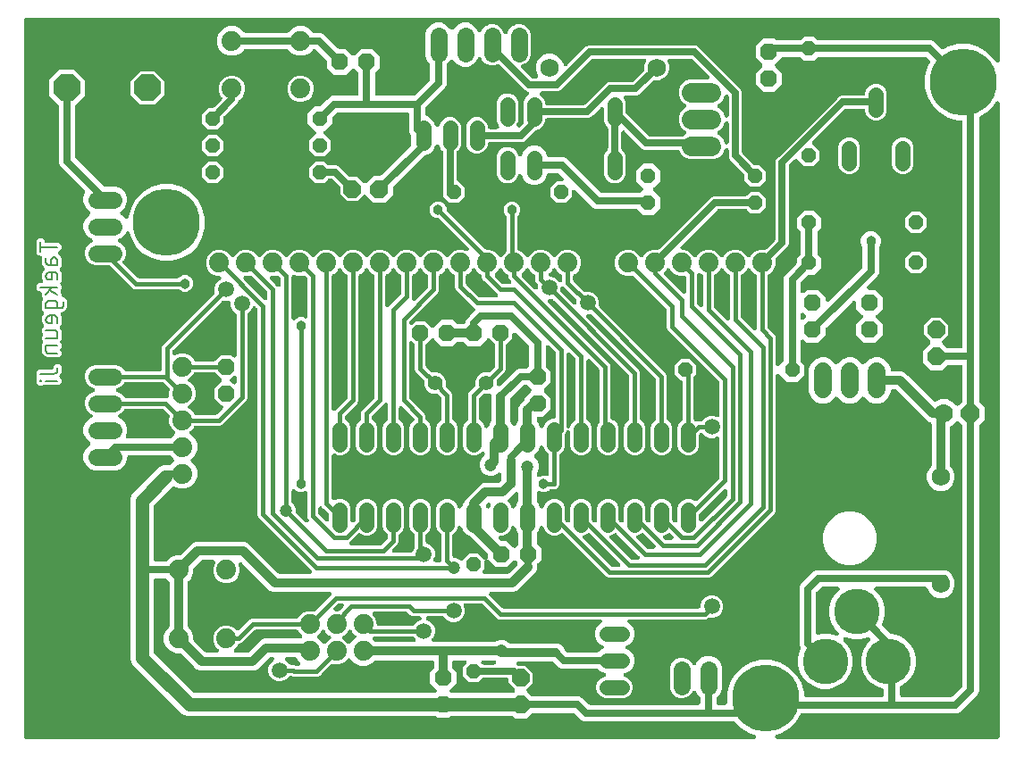
<source format=gbr>
G04 EAGLE Gerber RS-274X export*
G75*
%MOMM*%
%FSLAX34Y34*%
%LPD*%
%INBottom Copper*%
%IPPOS*%
%AMOC8*
5,1,8,0,0,1.08239X$1,22.5*%
G01*
%ADD10C,0.152400*%
%ADD11C,1.625600*%
%ADD12P,2.749271X8X22.500000*%
%ADD13P,1.732040X8X22.500000*%
%ADD14C,1.727200*%
%ADD15C,1.879600*%
%ADD16C,1.422400*%
%ADD17P,1.814519X8X292.500000*%
%ADD18P,1.814519X8X22.500000*%
%ADD19P,1.539592X8X202.500000*%
%ADD20P,1.539592X8X22.500000*%
%ADD21P,1.539592X8X292.500000*%
%ADD22P,1.539592X8X112.500000*%
%ADD23C,1.879600*%
%ADD24C,1.422400*%
%ADD25P,1.732040X8X112.500000*%
%ADD26C,1.727200*%
%ADD27P,1.924489X8X22.500000*%
%ADD28C,1.778000*%
%ADD29P,1.732040X8X202.500000*%
%ADD30P,1.732040X8X292.500000*%
%ADD31C,6.350000*%
%ADD32C,4.318000*%
%ADD33C,0.812800*%
%ADD34C,0.635000*%
%ADD35C,1.270000*%
%ADD36C,1.200000*%
%ADD37C,0.406400*%
%ADD38C,1.500000*%
%ADD39C,0.965200*%

G36*
X699040Y7982D02*
X699040Y7982D01*
X699177Y7987D01*
X699239Y8002D01*
X699303Y8009D01*
X699435Y8049D01*
X699568Y8081D01*
X699627Y8108D01*
X699688Y8127D01*
X699809Y8192D01*
X699934Y8250D01*
X699986Y8288D01*
X700042Y8319D01*
X700148Y8406D01*
X700259Y8488D01*
X700302Y8535D01*
X700352Y8576D01*
X700438Y8683D01*
X700530Y8785D01*
X700564Y8840D01*
X700604Y8890D01*
X700667Y9012D01*
X700738Y9130D01*
X700760Y9190D01*
X700789Y9247D01*
X700827Y9379D01*
X700874Y9509D01*
X700883Y9572D01*
X700901Y9634D01*
X700912Y9771D01*
X700932Y9907D01*
X700929Y9971D01*
X700934Y10036D01*
X700918Y10172D01*
X700910Y10309D01*
X700894Y10372D01*
X700887Y10435D01*
X700844Y10566D01*
X700810Y10699D01*
X700782Y10757D01*
X700762Y10818D01*
X700695Y10938D01*
X700635Y11061D01*
X700596Y11113D01*
X700564Y11169D01*
X700474Y11273D01*
X700391Y11382D01*
X700343Y11425D01*
X700301Y11474D01*
X700193Y11558D01*
X700089Y11649D01*
X700034Y11681D01*
X699983Y11720D01*
X699860Y11781D01*
X699741Y11850D01*
X699671Y11875D01*
X699622Y11900D01*
X699545Y11920D01*
X699429Y11962D01*
X696105Y12853D01*
X687822Y17635D01*
X681301Y24156D01*
X681280Y24173D01*
X681262Y24194D01*
X681124Y24301D01*
X680989Y24411D01*
X680965Y24424D01*
X680944Y24440D01*
X680787Y24518D01*
X680633Y24600D01*
X680608Y24608D01*
X680584Y24620D01*
X680414Y24665D01*
X680247Y24715D01*
X680221Y24717D01*
X680195Y24724D01*
X679864Y24751D01*
X538459Y24751D01*
X535611Y25931D01*
X529385Y32157D01*
X529364Y32174D01*
X529347Y32195D01*
X529209Y32302D01*
X529073Y32412D01*
X529050Y32425D01*
X529028Y32441D01*
X528871Y32519D01*
X528717Y32601D01*
X528692Y32609D01*
X528668Y32621D01*
X528498Y32666D01*
X528332Y32716D01*
X528305Y32718D01*
X528279Y32725D01*
X527948Y32752D01*
X489764Y32752D01*
X489738Y32750D01*
X489711Y32752D01*
X489537Y32730D01*
X489364Y32712D01*
X489338Y32705D01*
X489312Y32701D01*
X489146Y32645D01*
X488979Y32594D01*
X488955Y32581D01*
X488930Y32573D01*
X488778Y32486D01*
X488625Y32402D01*
X488604Y32385D01*
X488581Y32372D01*
X488328Y32157D01*
X483716Y27545D01*
X472984Y27545D01*
X471547Y28982D01*
X471526Y28999D01*
X471509Y29020D01*
X471371Y29127D01*
X471235Y29237D01*
X471212Y29250D01*
X471191Y29266D01*
X471034Y29344D01*
X470880Y29426D01*
X470854Y29434D01*
X470830Y29446D01*
X470661Y29491D01*
X470494Y29541D01*
X470467Y29543D01*
X470441Y29550D01*
X470111Y29577D01*
X412551Y29577D01*
X412524Y29575D01*
X412497Y29577D01*
X412323Y29555D01*
X412150Y29537D01*
X412124Y29530D01*
X412098Y29526D01*
X411932Y29471D01*
X411765Y29419D01*
X411741Y29406D01*
X411716Y29398D01*
X411564Y29311D01*
X411411Y29227D01*
X411391Y29210D01*
X411367Y29197D01*
X411114Y28982D01*
X410058Y27926D01*
X399642Y27926D01*
X398586Y28982D01*
X398565Y28999D01*
X398548Y29020D01*
X398410Y29127D01*
X398274Y29237D01*
X398251Y29250D01*
X398229Y29266D01*
X398073Y29344D01*
X397919Y29426D01*
X397893Y29434D01*
X397869Y29446D01*
X397700Y29491D01*
X397533Y29541D01*
X397506Y29543D01*
X397480Y29550D01*
X397149Y29577D01*
X161852Y29577D01*
X157838Y31240D01*
X154480Y34598D01*
X154479Y34598D01*
X113673Y75404D01*
X110315Y78763D01*
X108652Y82777D01*
X108652Y236348D01*
X110315Y240362D01*
X135613Y265660D01*
X136665Y266096D01*
X139627Y267323D01*
X144824Y267323D01*
X144850Y267325D01*
X144877Y267323D01*
X145051Y267345D01*
X145224Y267363D01*
X145250Y267370D01*
X145277Y267374D01*
X145442Y267429D01*
X145609Y267481D01*
X145633Y267494D01*
X145658Y267502D01*
X145810Y267589D01*
X145963Y267673D01*
X145984Y267690D01*
X146007Y267703D01*
X146260Y267918D01*
X149181Y270839D01*
X149192Y270852D01*
X149206Y270864D01*
X149320Y271008D01*
X149436Y271150D01*
X149445Y271166D01*
X149456Y271180D01*
X149539Y271344D01*
X149625Y271506D01*
X149630Y271523D01*
X149638Y271539D01*
X149687Y271716D01*
X149740Y271892D01*
X149741Y271910D01*
X149746Y271927D01*
X149759Y272110D01*
X149776Y272293D01*
X149774Y272311D01*
X149775Y272328D01*
X149752Y272510D01*
X149733Y272693D01*
X149727Y272710D01*
X149725Y272728D01*
X149667Y272901D01*
X149611Y273077D01*
X149602Y273093D01*
X149597Y273109D01*
X149505Y273269D01*
X149416Y273429D01*
X149405Y273443D01*
X149396Y273458D01*
X149181Y273711D01*
X146260Y276632D01*
X146239Y276649D01*
X146222Y276670D01*
X146084Y276777D01*
X145949Y276887D01*
X145925Y276900D01*
X145904Y276916D01*
X145747Y276994D01*
X145593Y277076D01*
X145567Y277084D01*
X145543Y277096D01*
X145374Y277141D01*
X145207Y277191D01*
X145180Y277193D01*
X145154Y277200D01*
X144824Y277227D01*
X107510Y277227D01*
X107492Y277225D01*
X107474Y277227D01*
X107292Y277206D01*
X107109Y277187D01*
X107092Y277182D01*
X107075Y277180D01*
X106900Y277123D01*
X106724Y277069D01*
X106709Y277061D01*
X106692Y277055D01*
X106532Y276965D01*
X106370Y276877D01*
X106357Y276866D01*
X106341Y276857D01*
X106202Y276737D01*
X106061Y276620D01*
X106050Y276606D01*
X106036Y276594D01*
X105924Y276449D01*
X105809Y276306D01*
X105801Y276290D01*
X105790Y276276D01*
X105708Y276111D01*
X105623Y275949D01*
X105618Y275932D01*
X105610Y275916D01*
X105563Y275737D01*
X105512Y275562D01*
X105510Y275544D01*
X105506Y275527D01*
X105479Y275196D01*
X105479Y272924D01*
X103545Y268256D01*
X99972Y264683D01*
X97716Y263748D01*
X95304Y262749D01*
X73996Y262749D01*
X69328Y264683D01*
X65755Y268256D01*
X63821Y272924D01*
X63821Y277976D01*
X65755Y282644D01*
X69328Y286217D01*
X69463Y286273D01*
X69471Y286278D01*
X69480Y286280D01*
X69647Y286372D01*
X69818Y286463D01*
X69825Y286469D01*
X69833Y286474D01*
X69979Y286597D01*
X70129Y286720D01*
X70134Y286727D01*
X70141Y286733D01*
X70261Y286883D01*
X70382Y287032D01*
X70386Y287040D01*
X70392Y287047D01*
X70479Y287217D01*
X70569Y287389D01*
X70572Y287398D01*
X70576Y287406D01*
X70628Y287589D01*
X70682Y287775D01*
X70683Y287784D01*
X70686Y287793D01*
X70700Y287984D01*
X70717Y288177D01*
X70716Y288185D01*
X70717Y288194D01*
X70694Y288385D01*
X70672Y288577D01*
X70669Y288585D01*
X70668Y288594D01*
X70608Y288776D01*
X70549Y288960D01*
X70544Y288968D01*
X70542Y288976D01*
X70446Y289144D01*
X70352Y289311D01*
X70347Y289318D01*
X70342Y289326D01*
X70215Y289472D01*
X70091Y289617D01*
X70084Y289623D01*
X70078Y289630D01*
X69925Y289747D01*
X69774Y289866D01*
X69766Y289870D01*
X69758Y289875D01*
X69463Y290027D01*
X69328Y290083D01*
X65755Y293656D01*
X63821Y298324D01*
X63821Y303376D01*
X65755Y308044D01*
X69328Y311617D01*
X71455Y312498D01*
X71462Y312502D01*
X71471Y312505D01*
X71639Y312597D01*
X71809Y312688D01*
X71816Y312694D01*
X71824Y312698D01*
X71970Y312821D01*
X72120Y312945D01*
X72125Y312952D01*
X72132Y312957D01*
X72251Y313107D01*
X72373Y313257D01*
X72378Y313265D01*
X72383Y313272D01*
X72471Y313442D01*
X72561Y313614D01*
X72563Y313623D01*
X72567Y313630D01*
X72619Y313814D01*
X72674Y314000D01*
X72674Y314009D01*
X72677Y314018D01*
X72692Y314208D01*
X72708Y314401D01*
X72707Y314410D01*
X72708Y314419D01*
X72685Y314609D01*
X72663Y314801D01*
X72660Y314810D01*
X72659Y314819D01*
X72600Y314998D01*
X72540Y315185D01*
X72536Y315193D01*
X72533Y315201D01*
X72438Y315367D01*
X72344Y315536D01*
X72338Y315543D01*
X72333Y315551D01*
X72207Y315696D01*
X72082Y315842D01*
X72075Y315848D01*
X72069Y315854D01*
X71916Y315972D01*
X71765Y316090D01*
X71757Y316094D01*
X71750Y316100D01*
X71455Y316251D01*
X70191Y316775D01*
X67047Y319919D01*
X65345Y324027D01*
X65345Y328473D01*
X67047Y332581D01*
X70191Y335725D01*
X73446Y337073D01*
X73454Y337078D01*
X73462Y337080D01*
X73630Y337172D01*
X73801Y337264D01*
X73808Y337269D01*
X73815Y337274D01*
X73962Y337397D01*
X74111Y337520D01*
X74117Y337527D01*
X74123Y337533D01*
X74243Y337683D01*
X74365Y337833D01*
X74369Y337841D01*
X74374Y337847D01*
X74462Y338018D01*
X74552Y338189D01*
X74554Y338198D01*
X74558Y338206D01*
X74610Y338389D01*
X74665Y338575D01*
X74666Y338585D01*
X74668Y338593D01*
X74683Y338781D01*
X74699Y338977D01*
X74698Y338986D01*
X74699Y338994D01*
X74676Y339184D01*
X74654Y339377D01*
X74652Y339385D01*
X74651Y339394D01*
X74591Y339574D01*
X74531Y339760D01*
X74527Y339768D01*
X74524Y339776D01*
X74429Y339942D01*
X74335Y340111D01*
X74329Y340118D01*
X74325Y340126D01*
X74198Y340271D01*
X74073Y340417D01*
X74066Y340423D01*
X74060Y340430D01*
X73908Y340547D01*
X73756Y340666D01*
X73748Y340670D01*
X73741Y340675D01*
X73446Y340827D01*
X70191Y342175D01*
X67047Y345319D01*
X65345Y349427D01*
X65345Y353873D01*
X67047Y357981D01*
X70191Y361125D01*
X74299Y362827D01*
X95001Y362827D01*
X99109Y361125D01*
X102254Y357980D01*
X102262Y357965D01*
X102269Y357944D01*
X102357Y357788D01*
X102442Y357630D01*
X102456Y357613D01*
X102467Y357593D01*
X102584Y357458D01*
X102698Y357320D01*
X102716Y357305D01*
X102730Y357288D01*
X102872Y357179D01*
X103011Y357066D01*
X103031Y357055D01*
X103048Y357042D01*
X103209Y356962D01*
X103367Y356879D01*
X103389Y356872D01*
X103409Y356862D01*
X103582Y356816D01*
X103754Y356766D01*
X103776Y356764D01*
X103798Y356758D01*
X104128Y356731D01*
X136085Y356731D01*
X136103Y356733D01*
X136121Y356731D01*
X136303Y356752D01*
X136486Y356771D01*
X136503Y356776D01*
X136520Y356778D01*
X136695Y356835D01*
X136871Y356889D01*
X136886Y356897D01*
X136903Y356903D01*
X137063Y356993D01*
X137225Y357081D01*
X137238Y357092D01*
X137254Y357101D01*
X137393Y357221D01*
X137534Y357338D01*
X137545Y357352D01*
X137559Y357364D01*
X137671Y357508D01*
X137786Y357652D01*
X137794Y357668D01*
X137805Y357682D01*
X137887Y357847D01*
X137972Y358009D01*
X137977Y358026D01*
X137985Y358042D01*
X138032Y358221D01*
X138083Y358396D01*
X138085Y358414D01*
X138089Y358431D01*
X138116Y358762D01*
X138116Y379458D01*
X138890Y381325D01*
X140605Y383040D01*
X187812Y430247D01*
X187827Y430265D01*
X187844Y430280D01*
X187954Y430421D01*
X188067Y430559D01*
X188078Y430579D01*
X188092Y430598D01*
X188173Y430758D01*
X188256Y430915D01*
X188262Y430937D01*
X188273Y430957D01*
X188320Y431130D01*
X188371Y431300D01*
X188373Y431324D01*
X188379Y431346D01*
X188391Y431524D01*
X188407Y431701D01*
X188405Y431725D01*
X188406Y431748D01*
X188401Y431784D01*
X188401Y436298D01*
X190007Y440175D01*
X192975Y443143D01*
X193222Y443245D01*
X193226Y443247D01*
X193231Y443249D01*
X193403Y443342D01*
X193577Y443436D01*
X193581Y443438D01*
X193585Y443441D01*
X193735Y443566D01*
X193888Y443692D01*
X193890Y443695D01*
X193894Y443698D01*
X194017Y443852D01*
X194141Y444005D01*
X194143Y444009D01*
X194146Y444012D01*
X194236Y444185D01*
X194328Y444361D01*
X194330Y444366D01*
X194332Y444369D01*
X194385Y444555D01*
X194441Y444747D01*
X194442Y444752D01*
X194443Y444756D01*
X194459Y444953D01*
X194476Y445149D01*
X194476Y445153D01*
X194476Y445158D01*
X194453Y445350D01*
X194431Y445549D01*
X194430Y445553D01*
X194429Y445557D01*
X194368Y445745D01*
X194308Y445932D01*
X194306Y445936D01*
X194304Y445940D01*
X194208Y446111D01*
X194111Y446284D01*
X194109Y446287D01*
X194106Y446291D01*
X193978Y446439D01*
X193850Y446589D01*
X193846Y446592D01*
X193843Y446596D01*
X193690Y446715D01*
X193533Y446838D01*
X193529Y446840D01*
X193525Y446842D01*
X193350Y446929D01*
X193173Y447018D01*
X193169Y447020D01*
X193165Y447022D01*
X192974Y447073D01*
X192785Y447125D01*
X192780Y447125D01*
X192776Y447126D01*
X192445Y447153D01*
X190124Y447153D01*
X185549Y449048D01*
X182048Y452549D01*
X180153Y457124D01*
X180153Y462076D01*
X182048Y466651D01*
X185549Y470152D01*
X190124Y472047D01*
X195076Y472047D01*
X199651Y470152D01*
X203152Y466651D01*
X203423Y465995D01*
X203428Y465987D01*
X203430Y465979D01*
X203522Y465810D01*
X203614Y465640D01*
X203619Y465633D01*
X203624Y465625D01*
X203747Y465479D01*
X203870Y465330D01*
X203877Y465324D01*
X203883Y465317D01*
X204034Y465197D01*
X204183Y465076D01*
X204191Y465072D01*
X204198Y465066D01*
X204370Y464978D01*
X204539Y464889D01*
X204548Y464886D01*
X204556Y464882D01*
X204742Y464830D01*
X204926Y464776D01*
X204934Y464775D01*
X204943Y464773D01*
X205135Y464758D01*
X205327Y464741D01*
X205336Y464742D01*
X205345Y464742D01*
X205536Y464765D01*
X205727Y464786D01*
X205735Y464789D01*
X205744Y464790D01*
X205928Y464851D01*
X206110Y464910D01*
X206118Y464914D01*
X206126Y464917D01*
X206295Y465013D01*
X206462Y465106D01*
X206468Y465112D01*
X206476Y465116D01*
X206622Y465243D01*
X206767Y465368D01*
X206773Y465375D01*
X206780Y465381D01*
X206897Y465533D01*
X207016Y465685D01*
X207020Y465693D01*
X207025Y465700D01*
X207177Y465995D01*
X207448Y466651D01*
X210949Y470152D01*
X215524Y472047D01*
X220476Y472047D01*
X225051Y470152D01*
X228552Y466651D01*
X228823Y465995D01*
X228828Y465987D01*
X228830Y465979D01*
X228922Y465810D01*
X229014Y465640D01*
X229019Y465633D01*
X229024Y465625D01*
X229147Y465479D01*
X229270Y465330D01*
X229277Y465324D01*
X229283Y465317D01*
X229434Y465197D01*
X229583Y465076D01*
X229591Y465072D01*
X229598Y465066D01*
X229770Y464978D01*
X229939Y464889D01*
X229948Y464886D01*
X229956Y464882D01*
X230142Y464830D01*
X230326Y464776D01*
X230334Y464775D01*
X230343Y464773D01*
X230535Y464758D01*
X230727Y464741D01*
X230736Y464742D01*
X230745Y464742D01*
X230936Y464765D01*
X231127Y464786D01*
X231135Y464789D01*
X231144Y464790D01*
X231328Y464851D01*
X231510Y464910D01*
X231518Y464914D01*
X231526Y464917D01*
X231695Y465013D01*
X231862Y465106D01*
X231868Y465112D01*
X231876Y465116D01*
X232022Y465243D01*
X232167Y465368D01*
X232173Y465375D01*
X232180Y465381D01*
X232297Y465533D01*
X232416Y465685D01*
X232420Y465693D01*
X232425Y465700D01*
X232577Y465995D01*
X232848Y466651D01*
X236349Y470152D01*
X240924Y472047D01*
X245876Y472047D01*
X250451Y470152D01*
X253952Y466651D01*
X254223Y465995D01*
X254228Y465987D01*
X254230Y465979D01*
X254322Y465810D01*
X254414Y465640D01*
X254419Y465633D01*
X254424Y465625D01*
X254547Y465479D01*
X254670Y465330D01*
X254677Y465324D01*
X254683Y465317D01*
X254834Y465197D01*
X254983Y465076D01*
X254991Y465072D01*
X254998Y465066D01*
X255170Y464978D01*
X255339Y464889D01*
X255348Y464886D01*
X255356Y464882D01*
X255542Y464830D01*
X255726Y464776D01*
X255734Y464775D01*
X255743Y464773D01*
X255935Y464758D01*
X256127Y464741D01*
X256136Y464742D01*
X256145Y464742D01*
X256336Y464765D01*
X256527Y464786D01*
X256535Y464789D01*
X256544Y464790D01*
X256728Y464851D01*
X256910Y464910D01*
X256918Y464914D01*
X256926Y464917D01*
X257095Y465013D01*
X257262Y465106D01*
X257268Y465112D01*
X257276Y465116D01*
X257422Y465243D01*
X257567Y465368D01*
X257573Y465375D01*
X257580Y465381D01*
X257697Y465533D01*
X257816Y465685D01*
X257820Y465693D01*
X257825Y465700D01*
X257977Y465995D01*
X258248Y466651D01*
X261749Y470152D01*
X266324Y472047D01*
X271276Y472047D01*
X275851Y470152D01*
X279352Y466651D01*
X279623Y465995D01*
X279628Y465987D01*
X279630Y465979D01*
X279722Y465810D01*
X279814Y465640D01*
X279819Y465633D01*
X279824Y465625D01*
X279947Y465479D01*
X280070Y465330D01*
X280077Y465324D01*
X280083Y465317D01*
X280234Y465197D01*
X280383Y465076D01*
X280391Y465072D01*
X280398Y465066D01*
X280570Y464978D01*
X280739Y464889D01*
X280748Y464886D01*
X280756Y464882D01*
X280942Y464830D01*
X281126Y464776D01*
X281134Y464775D01*
X281143Y464773D01*
X281335Y464758D01*
X281527Y464741D01*
X281536Y464742D01*
X281545Y464742D01*
X281736Y464765D01*
X281927Y464786D01*
X281935Y464789D01*
X281944Y464790D01*
X282128Y464851D01*
X282310Y464910D01*
X282318Y464914D01*
X282326Y464917D01*
X282495Y465013D01*
X282662Y465106D01*
X282668Y465112D01*
X282676Y465116D01*
X282822Y465243D01*
X282967Y465368D01*
X282973Y465375D01*
X282980Y465381D01*
X283097Y465533D01*
X283216Y465685D01*
X283220Y465693D01*
X283225Y465700D01*
X283377Y465995D01*
X283648Y466651D01*
X287149Y470152D01*
X291724Y472047D01*
X296676Y472047D01*
X301251Y470152D01*
X304752Y466651D01*
X305023Y465995D01*
X305028Y465987D01*
X305030Y465979D01*
X305122Y465810D01*
X305214Y465640D01*
X305219Y465633D01*
X305224Y465625D01*
X305347Y465479D01*
X305470Y465330D01*
X305477Y465324D01*
X305483Y465317D01*
X305634Y465197D01*
X305783Y465076D01*
X305791Y465072D01*
X305798Y465066D01*
X305970Y464978D01*
X306139Y464889D01*
X306148Y464886D01*
X306156Y464882D01*
X306342Y464830D01*
X306526Y464776D01*
X306534Y464775D01*
X306543Y464773D01*
X306735Y464758D01*
X306927Y464741D01*
X306936Y464742D01*
X306945Y464742D01*
X307136Y464765D01*
X307327Y464786D01*
X307335Y464789D01*
X307344Y464790D01*
X307528Y464851D01*
X307710Y464910D01*
X307718Y464914D01*
X307726Y464917D01*
X307895Y465013D01*
X308062Y465106D01*
X308068Y465112D01*
X308076Y465116D01*
X308222Y465243D01*
X308367Y465368D01*
X308373Y465375D01*
X308380Y465381D01*
X308497Y465533D01*
X308616Y465685D01*
X308620Y465693D01*
X308625Y465700D01*
X308777Y465995D01*
X309048Y466651D01*
X312549Y470152D01*
X317124Y472047D01*
X322076Y472047D01*
X326651Y470152D01*
X330152Y466651D01*
X330423Y465995D01*
X330428Y465987D01*
X330430Y465979D01*
X330522Y465810D01*
X330614Y465640D01*
X330619Y465633D01*
X330624Y465625D01*
X330747Y465479D01*
X330870Y465330D01*
X330877Y465324D01*
X330883Y465317D01*
X331034Y465197D01*
X331183Y465076D01*
X331191Y465072D01*
X331198Y465066D01*
X331370Y464978D01*
X331539Y464889D01*
X331548Y464886D01*
X331556Y464882D01*
X331742Y464830D01*
X331926Y464776D01*
X331934Y464775D01*
X331943Y464773D01*
X332135Y464758D01*
X332327Y464741D01*
X332336Y464742D01*
X332345Y464742D01*
X332536Y464765D01*
X332727Y464786D01*
X332735Y464789D01*
X332744Y464790D01*
X332928Y464851D01*
X333110Y464910D01*
X333118Y464914D01*
X333126Y464917D01*
X333295Y465013D01*
X333462Y465106D01*
X333468Y465112D01*
X333476Y465116D01*
X333622Y465243D01*
X333767Y465368D01*
X333773Y465375D01*
X333780Y465381D01*
X333897Y465533D01*
X334016Y465685D01*
X334020Y465693D01*
X334025Y465700D01*
X334177Y465995D01*
X334448Y466651D01*
X337949Y470152D01*
X342524Y472047D01*
X347476Y472047D01*
X352051Y470152D01*
X355552Y466651D01*
X355823Y465995D01*
X355828Y465987D01*
X355830Y465979D01*
X355922Y465810D01*
X356014Y465640D01*
X356019Y465633D01*
X356024Y465625D01*
X356147Y465479D01*
X356270Y465330D01*
X356277Y465324D01*
X356283Y465317D01*
X356434Y465197D01*
X356583Y465076D01*
X356591Y465072D01*
X356598Y465066D01*
X356770Y464978D01*
X356939Y464889D01*
X356948Y464886D01*
X356956Y464882D01*
X357142Y464830D01*
X357326Y464776D01*
X357334Y464775D01*
X357343Y464773D01*
X357535Y464758D01*
X357727Y464741D01*
X357736Y464742D01*
X357745Y464742D01*
X357936Y464765D01*
X358127Y464786D01*
X358135Y464789D01*
X358144Y464790D01*
X358328Y464851D01*
X358510Y464910D01*
X358518Y464914D01*
X358526Y464917D01*
X358695Y465013D01*
X358862Y465106D01*
X358868Y465112D01*
X358876Y465116D01*
X359022Y465243D01*
X359167Y465368D01*
X359173Y465375D01*
X359180Y465381D01*
X359297Y465533D01*
X359416Y465685D01*
X359420Y465693D01*
X359425Y465700D01*
X359577Y465995D01*
X359848Y466651D01*
X363349Y470152D01*
X367924Y472047D01*
X372876Y472047D01*
X377451Y470152D01*
X380952Y466651D01*
X381223Y465995D01*
X381228Y465987D01*
X381230Y465979D01*
X381322Y465810D01*
X381414Y465640D01*
X381419Y465633D01*
X381424Y465625D01*
X381547Y465479D01*
X381670Y465330D01*
X381677Y465324D01*
X381683Y465317D01*
X381834Y465197D01*
X381983Y465076D01*
X381991Y465072D01*
X381998Y465066D01*
X382170Y464978D01*
X382339Y464889D01*
X382348Y464886D01*
X382356Y464882D01*
X382542Y464830D01*
X382726Y464776D01*
X382734Y464775D01*
X382743Y464773D01*
X382935Y464758D01*
X383127Y464741D01*
X383136Y464742D01*
X383145Y464742D01*
X383336Y464765D01*
X383527Y464786D01*
X383535Y464789D01*
X383544Y464790D01*
X383728Y464851D01*
X383910Y464910D01*
X383918Y464914D01*
X383926Y464917D01*
X384095Y465013D01*
X384262Y465106D01*
X384268Y465112D01*
X384276Y465116D01*
X384422Y465243D01*
X384567Y465368D01*
X384573Y465375D01*
X384580Y465381D01*
X384697Y465533D01*
X384816Y465685D01*
X384820Y465693D01*
X384825Y465700D01*
X384977Y465995D01*
X385248Y466651D01*
X388749Y470152D01*
X393324Y472047D01*
X398276Y472047D01*
X402851Y470152D01*
X406352Y466651D01*
X406623Y465995D01*
X406628Y465987D01*
X406630Y465979D01*
X406722Y465810D01*
X406814Y465640D01*
X406819Y465633D01*
X406824Y465625D01*
X406947Y465479D01*
X407070Y465330D01*
X407077Y465324D01*
X407083Y465317D01*
X407234Y465197D01*
X407383Y465076D01*
X407391Y465072D01*
X407398Y465066D01*
X407570Y464978D01*
X407739Y464889D01*
X407748Y464886D01*
X407756Y464882D01*
X407942Y464830D01*
X408126Y464776D01*
X408134Y464775D01*
X408143Y464773D01*
X408335Y464758D01*
X408527Y464741D01*
X408536Y464742D01*
X408545Y464742D01*
X408736Y464765D01*
X408927Y464786D01*
X408935Y464789D01*
X408944Y464790D01*
X409128Y464851D01*
X409310Y464910D01*
X409318Y464914D01*
X409326Y464917D01*
X409495Y465013D01*
X409662Y465106D01*
X409668Y465112D01*
X409676Y465116D01*
X409822Y465243D01*
X409967Y465368D01*
X409973Y465375D01*
X409980Y465381D01*
X410097Y465533D01*
X410216Y465685D01*
X410220Y465693D01*
X410225Y465700D01*
X410377Y465995D01*
X410648Y466651D01*
X414149Y470152D01*
X418724Y472047D01*
X423676Y472047D01*
X426349Y470940D01*
X426353Y470938D01*
X426357Y470936D01*
X426544Y470881D01*
X426734Y470823D01*
X426738Y470823D01*
X426743Y470822D01*
X426941Y470803D01*
X427135Y470785D01*
X427139Y470786D01*
X427144Y470785D01*
X427345Y470807D01*
X427535Y470827D01*
X427539Y470828D01*
X427544Y470829D01*
X427736Y470889D01*
X427920Y470947D01*
X427923Y470949D01*
X427928Y470950D01*
X428101Y471046D01*
X428273Y471140D01*
X428276Y471143D01*
X428280Y471145D01*
X428430Y471272D01*
X428581Y471399D01*
X428584Y471402D01*
X428587Y471405D01*
X428710Y471561D01*
X428832Y471714D01*
X428834Y471718D01*
X428837Y471721D01*
X428927Y471898D01*
X429016Y472072D01*
X429017Y472076D01*
X429019Y472080D01*
X429073Y472273D01*
X429125Y472459D01*
X429126Y472464D01*
X429127Y472468D01*
X429142Y472668D01*
X429157Y472861D01*
X429156Y472865D01*
X429156Y472870D01*
X429131Y473070D01*
X429108Y473260D01*
X429107Y473265D01*
X429106Y473269D01*
X429043Y473456D01*
X428981Y473643D01*
X428979Y473647D01*
X428978Y473651D01*
X428880Y473821D01*
X428782Y473992D01*
X428779Y473996D01*
X428777Y474000D01*
X428562Y474253D01*
X401284Y501530D01*
X401264Y501547D01*
X401246Y501568D01*
X401108Y501675D01*
X400973Y501785D01*
X400949Y501798D01*
X400928Y501814D01*
X400771Y501892D01*
X400617Y501974D01*
X400592Y501982D01*
X400568Y501994D01*
X400398Y502039D01*
X400231Y502089D01*
X400205Y502091D01*
X400179Y502098D01*
X399848Y502125D01*
X398434Y502125D01*
X395539Y503324D01*
X393324Y505539D01*
X392125Y508434D01*
X392125Y511566D01*
X393324Y514461D01*
X395539Y516676D01*
X398434Y517875D01*
X401566Y517875D01*
X404461Y516676D01*
X406676Y514461D01*
X407875Y511566D01*
X407875Y510152D01*
X407877Y510125D01*
X407875Y510099D01*
X407897Y509925D01*
X407915Y509751D01*
X407922Y509726D01*
X407926Y509699D01*
X407981Y509533D01*
X408033Y509366D01*
X408046Y509343D01*
X408054Y509317D01*
X408141Y509166D01*
X408225Y509012D01*
X408242Y508992D01*
X408255Y508969D01*
X408470Y508716D01*
X444544Y472642D01*
X444564Y472625D01*
X444582Y472604D01*
X444720Y472497D01*
X444855Y472387D01*
X444879Y472374D01*
X444900Y472358D01*
X445057Y472280D01*
X445211Y472198D01*
X445236Y472190D01*
X445260Y472178D01*
X445430Y472133D01*
X445597Y472083D01*
X445623Y472081D01*
X445649Y472074D01*
X445980Y472047D01*
X449076Y472047D01*
X453651Y470152D01*
X457152Y466651D01*
X457423Y465995D01*
X457428Y465987D01*
X457430Y465979D01*
X457522Y465810D01*
X457614Y465640D01*
X457619Y465633D01*
X457624Y465625D01*
X457747Y465479D01*
X457870Y465330D01*
X457877Y465324D01*
X457883Y465317D01*
X458034Y465197D01*
X458183Y465076D01*
X458191Y465072D01*
X458198Y465066D01*
X458370Y464978D01*
X458539Y464889D01*
X458548Y464886D01*
X458556Y464882D01*
X458742Y464830D01*
X458926Y464776D01*
X458934Y464775D01*
X458943Y464773D01*
X459135Y464758D01*
X459327Y464741D01*
X459336Y464742D01*
X459345Y464742D01*
X459536Y464765D01*
X459727Y464786D01*
X459735Y464789D01*
X459744Y464790D01*
X459928Y464851D01*
X460110Y464910D01*
X460118Y464914D01*
X460126Y464917D01*
X460295Y465013D01*
X460462Y465106D01*
X460468Y465112D01*
X460476Y465116D01*
X460622Y465243D01*
X460767Y465368D01*
X460773Y465375D01*
X460780Y465381D01*
X460897Y465533D01*
X461016Y465685D01*
X461020Y465693D01*
X461025Y465700D01*
X461177Y465995D01*
X461448Y466651D01*
X464324Y469527D01*
X464341Y469547D01*
X464362Y469565D01*
X464469Y469703D01*
X464579Y469838D01*
X464592Y469862D01*
X464608Y469883D01*
X464686Y470040D01*
X464768Y470194D01*
X464776Y470219D01*
X464788Y470244D01*
X464833Y470413D01*
X464883Y470580D01*
X464885Y470606D01*
X464892Y470632D01*
X464919Y470963D01*
X464919Y503103D01*
X464917Y503129D01*
X464919Y503156D01*
X464897Y503330D01*
X464879Y503503D01*
X464872Y503529D01*
X464868Y503556D01*
X464812Y503721D01*
X464761Y503888D01*
X464748Y503912D01*
X464740Y503937D01*
X464653Y504089D01*
X464569Y504242D01*
X464552Y504263D01*
X464539Y504286D01*
X464324Y504539D01*
X463324Y505539D01*
X462125Y508434D01*
X462125Y511566D01*
X463324Y514461D01*
X465539Y516676D01*
X468434Y517875D01*
X471566Y517875D01*
X474461Y516676D01*
X476676Y514461D01*
X477875Y511566D01*
X477875Y508434D01*
X476676Y505539D01*
X475676Y504539D01*
X475659Y504518D01*
X475638Y504501D01*
X475531Y504363D01*
X475421Y504228D01*
X475408Y504204D01*
X475392Y504183D01*
X475314Y504026D01*
X475232Y503872D01*
X475224Y503846D01*
X475212Y503822D01*
X475167Y503653D01*
X475117Y503486D01*
X475115Y503459D01*
X475108Y503434D01*
X475081Y503103D01*
X475081Y473153D01*
X475083Y473131D01*
X475081Y473109D01*
X475103Y472932D01*
X475121Y472753D01*
X475127Y472731D01*
X475130Y472709D01*
X475186Y472539D01*
X475239Y472368D01*
X475249Y472348D01*
X475256Y472327D01*
X475345Y472171D01*
X475431Y472014D01*
X475445Y471997D01*
X475456Y471977D01*
X475574Y471842D01*
X475688Y471705D01*
X475706Y471691D01*
X475720Y471674D01*
X475862Y471565D01*
X476002Y471452D01*
X476022Y471442D01*
X476040Y471428D01*
X476335Y471277D01*
X479051Y470152D01*
X482552Y466651D01*
X482823Y465995D01*
X482828Y465987D01*
X482830Y465979D01*
X482922Y465810D01*
X483014Y465640D01*
X483019Y465633D01*
X483024Y465625D01*
X483147Y465479D01*
X483270Y465330D01*
X483277Y465324D01*
X483283Y465317D01*
X483434Y465197D01*
X483583Y465076D01*
X483591Y465072D01*
X483598Y465066D01*
X483770Y464978D01*
X483939Y464889D01*
X483948Y464886D01*
X483956Y464882D01*
X484142Y464830D01*
X484326Y464776D01*
X484334Y464775D01*
X484343Y464773D01*
X484535Y464758D01*
X484727Y464741D01*
X484736Y464742D01*
X484745Y464742D01*
X484936Y464765D01*
X485127Y464786D01*
X485135Y464789D01*
X485144Y464790D01*
X485328Y464851D01*
X485510Y464910D01*
X485518Y464914D01*
X485526Y464917D01*
X485695Y465013D01*
X485862Y465106D01*
X485868Y465112D01*
X485876Y465116D01*
X486022Y465243D01*
X486167Y465368D01*
X486173Y465375D01*
X486180Y465381D01*
X486297Y465533D01*
X486416Y465685D01*
X486420Y465693D01*
X486425Y465700D01*
X486577Y465995D01*
X486848Y466651D01*
X490349Y470152D01*
X494924Y472047D01*
X499876Y472047D01*
X504451Y470152D01*
X507952Y466651D01*
X508223Y465995D01*
X508228Y465987D01*
X508230Y465979D01*
X508322Y465810D01*
X508414Y465640D01*
X508419Y465633D01*
X508424Y465625D01*
X508547Y465479D01*
X508670Y465330D01*
X508677Y465324D01*
X508683Y465317D01*
X508834Y465197D01*
X508983Y465076D01*
X508991Y465072D01*
X508998Y465066D01*
X509170Y464978D01*
X509339Y464889D01*
X509348Y464886D01*
X509356Y464882D01*
X509542Y464830D01*
X509726Y464776D01*
X509734Y464775D01*
X509743Y464773D01*
X509935Y464758D01*
X510127Y464741D01*
X510136Y464742D01*
X510145Y464742D01*
X510336Y464765D01*
X510527Y464786D01*
X510535Y464789D01*
X510544Y464790D01*
X510728Y464851D01*
X510910Y464910D01*
X510918Y464914D01*
X510926Y464917D01*
X511095Y465013D01*
X511262Y465106D01*
X511268Y465112D01*
X511276Y465116D01*
X511422Y465243D01*
X511567Y465368D01*
X511573Y465375D01*
X511580Y465381D01*
X511697Y465533D01*
X511816Y465685D01*
X511820Y465693D01*
X511825Y465700D01*
X511977Y465995D01*
X512248Y466651D01*
X515749Y470152D01*
X520324Y472047D01*
X525276Y472047D01*
X529851Y470152D01*
X533352Y466651D01*
X535247Y462076D01*
X535247Y457124D01*
X533352Y452549D01*
X529851Y449048D01*
X529135Y448752D01*
X529115Y448741D01*
X529094Y448734D01*
X528938Y448646D01*
X528780Y448561D01*
X528763Y448547D01*
X528743Y448536D01*
X528607Y448419D01*
X528469Y448305D01*
X528455Y448288D01*
X528438Y448273D01*
X528329Y448132D01*
X528216Y447992D01*
X528205Y447973D01*
X528192Y447955D01*
X528112Y447795D01*
X528029Y447636D01*
X528022Y447615D01*
X528012Y447595D01*
X527966Y447421D01*
X527916Y447250D01*
X527914Y447227D01*
X527908Y447206D01*
X527881Y446875D01*
X527881Y443496D01*
X527883Y443469D01*
X527881Y443443D01*
X527903Y443269D01*
X527921Y443095D01*
X527928Y443070D01*
X527932Y443043D01*
X527987Y442877D01*
X528039Y442710D01*
X528052Y442687D01*
X528060Y442661D01*
X528147Y442510D01*
X528231Y442356D01*
X528248Y442336D01*
X528261Y442313D01*
X528476Y442060D01*
X537897Y432638D01*
X537915Y432623D01*
X537930Y432606D01*
X538071Y432496D01*
X538209Y432383D01*
X538229Y432372D01*
X538248Y432358D01*
X538407Y432278D01*
X538565Y432194D01*
X538587Y432188D01*
X538607Y432177D01*
X538780Y432130D01*
X538950Y432079D01*
X538974Y432077D01*
X538996Y432071D01*
X539174Y432059D01*
X539351Y432043D01*
X539375Y432045D01*
X539398Y432044D01*
X539434Y432049D01*
X543948Y432049D01*
X547825Y430443D01*
X550793Y427475D01*
X552399Y423598D01*
X552399Y419037D01*
X552393Y418976D01*
X552395Y418953D01*
X552394Y418930D01*
X552416Y418753D01*
X552434Y418576D01*
X552441Y418554D01*
X552444Y418531D01*
X552501Y418362D01*
X552554Y418191D01*
X552565Y418171D01*
X552572Y418149D01*
X552661Y417995D01*
X552747Y417838D01*
X552762Y417820D01*
X552773Y417800D01*
X552988Y417547D01*
X616007Y354528D01*
X616781Y352661D01*
X616781Y311742D01*
X616783Y311716D01*
X616781Y311689D01*
X616803Y311515D01*
X616821Y311341D01*
X616828Y311316D01*
X616832Y311289D01*
X616887Y311124D01*
X616939Y310957D01*
X616952Y310933D01*
X616960Y310908D01*
X617047Y310756D01*
X617131Y310603D01*
X617148Y310582D01*
X617161Y310559D01*
X617376Y310306D01*
X620314Y307368D01*
X621861Y303633D01*
X621861Y285367D01*
X620314Y281632D01*
X617456Y278774D01*
X613721Y277227D01*
X609679Y277227D01*
X605944Y278774D01*
X603086Y281632D01*
X601539Y285367D01*
X601539Y303633D01*
X603086Y307368D01*
X606024Y310306D01*
X606041Y310326D01*
X606062Y310344D01*
X606169Y310482D01*
X606279Y310617D01*
X606292Y310641D01*
X606308Y310662D01*
X606386Y310819D01*
X606468Y310973D01*
X606476Y310998D01*
X606488Y311023D01*
X606533Y311192D01*
X606583Y311359D01*
X606585Y311385D01*
X606592Y311411D01*
X606619Y311742D01*
X606619Y348704D01*
X606617Y348731D01*
X606619Y348757D01*
X606597Y348931D01*
X606579Y349105D01*
X606572Y349130D01*
X606568Y349157D01*
X606513Y349323D01*
X606461Y349490D01*
X606448Y349513D01*
X606440Y349539D01*
X606353Y349690D01*
X606269Y349844D01*
X606252Y349864D01*
X606239Y349887D01*
X606024Y350140D01*
X545803Y410362D01*
X545785Y410377D01*
X545770Y410394D01*
X545629Y410504D01*
X545491Y410617D01*
X545471Y410628D01*
X545452Y410642D01*
X545292Y410723D01*
X545135Y410806D01*
X545113Y410812D01*
X545093Y410823D01*
X544920Y410870D01*
X544750Y410921D01*
X544726Y410923D01*
X544704Y410929D01*
X544526Y410941D01*
X544349Y410957D01*
X544325Y410955D01*
X544302Y410956D01*
X544266Y410951D01*
X542263Y410951D01*
X542254Y410950D01*
X542245Y410951D01*
X542052Y410930D01*
X541862Y410911D01*
X541854Y410909D01*
X541845Y410908D01*
X541660Y410849D01*
X541477Y410793D01*
X541469Y410789D01*
X541461Y410786D01*
X541293Y410693D01*
X541123Y410601D01*
X541116Y410596D01*
X541109Y410591D01*
X540962Y410467D01*
X540814Y410344D01*
X540808Y410337D01*
X540802Y410331D01*
X540682Y410179D01*
X540562Y410030D01*
X540558Y410022D01*
X540552Y410015D01*
X540464Y409842D01*
X540376Y409673D01*
X540374Y409664D01*
X540370Y409656D01*
X540318Y409470D01*
X540265Y409286D01*
X540264Y409277D01*
X540262Y409268D01*
X540248Y409075D01*
X540232Y408884D01*
X540233Y408876D01*
X540232Y408867D01*
X540257Y408674D01*
X540279Y408485D01*
X540282Y408476D01*
X540283Y408467D01*
X540345Y408283D01*
X540404Y408102D01*
X540408Y408094D01*
X540411Y408086D01*
X540507Y407919D01*
X540602Y407751D01*
X540607Y407744D01*
X540612Y407737D01*
X540827Y407484D01*
X590607Y357703D01*
X591381Y355836D01*
X591381Y311742D01*
X591383Y311715D01*
X591381Y311689D01*
X591403Y311515D01*
X591421Y311341D01*
X591428Y311316D01*
X591432Y311289D01*
X591488Y311123D01*
X591539Y310957D01*
X591552Y310933D01*
X591560Y310908D01*
X591647Y310756D01*
X591731Y310602D01*
X591748Y310582D01*
X591761Y310559D01*
X591976Y310306D01*
X594914Y307368D01*
X596461Y303633D01*
X596461Y285367D01*
X594914Y281632D01*
X592056Y278774D01*
X588321Y277227D01*
X584279Y277227D01*
X580544Y278774D01*
X577686Y281632D01*
X576139Y285367D01*
X576139Y303633D01*
X577686Y307368D01*
X580624Y310306D01*
X580641Y310326D01*
X580662Y310344D01*
X580769Y310482D01*
X580879Y310617D01*
X580892Y310641D01*
X580908Y310662D01*
X580986Y310818D01*
X581068Y310973D01*
X581076Y310999D01*
X581088Y311023D01*
X581133Y311191D01*
X581183Y311359D01*
X581185Y311385D01*
X581192Y311411D01*
X581219Y311742D01*
X581219Y351879D01*
X581217Y351906D01*
X581219Y351932D01*
X581197Y352106D01*
X581179Y352280D01*
X581172Y352305D01*
X581168Y352332D01*
X581113Y352497D01*
X581061Y352665D01*
X581048Y352688D01*
X581040Y352714D01*
X580953Y352865D01*
X580869Y353019D01*
X580852Y353039D01*
X580839Y353062D01*
X580624Y353315D01*
X509290Y424650D01*
X509272Y424664D01*
X509257Y424682D01*
X509117Y424792D01*
X508979Y424905D01*
X508958Y424916D01*
X508940Y424930D01*
X508780Y425010D01*
X508623Y425093D01*
X508601Y425100D01*
X508580Y425110D01*
X508407Y425157D01*
X508237Y425208D01*
X508214Y425210D01*
X508192Y425216D01*
X508014Y425228D01*
X507836Y425245D01*
X507813Y425242D01*
X507790Y425244D01*
X507753Y425239D01*
X505750Y425239D01*
X505742Y425238D01*
X505733Y425239D01*
X505539Y425218D01*
X505350Y425199D01*
X505341Y425196D01*
X505332Y425195D01*
X505148Y425137D01*
X504965Y425081D01*
X504957Y425076D01*
X504948Y425074D01*
X504780Y424981D01*
X504611Y424889D01*
X504604Y424883D01*
X504596Y424879D01*
X504449Y424754D01*
X504302Y424631D01*
X504296Y424624D01*
X504289Y424618D01*
X504169Y424467D01*
X504049Y424317D01*
X504045Y424310D01*
X504040Y424303D01*
X503952Y424130D01*
X503864Y423960D01*
X503861Y423952D01*
X503857Y423944D01*
X503805Y423757D01*
X503752Y423573D01*
X503752Y423564D01*
X503749Y423556D01*
X503735Y423363D01*
X503719Y423172D01*
X503720Y423163D01*
X503720Y423154D01*
X503744Y422962D01*
X503766Y422772D01*
X503769Y422764D01*
X503770Y422755D01*
X503831Y422573D01*
X503891Y422389D01*
X503896Y422381D01*
X503898Y422373D01*
X503994Y422206D01*
X504089Y422039D01*
X504095Y422032D01*
X504099Y422024D01*
X504314Y421771D01*
X562032Y364053D01*
X562806Y362186D01*
X562806Y313178D01*
X562808Y313155D01*
X562806Y313133D01*
X562828Y312956D01*
X562846Y312777D01*
X562852Y312756D01*
X562855Y312734D01*
X562911Y312564D01*
X562964Y312392D01*
X562974Y312372D01*
X562981Y312351D01*
X563070Y312196D01*
X563156Y312038D01*
X563170Y312021D01*
X563181Y312002D01*
X563299Y311866D01*
X563413Y311729D01*
X563431Y311715D01*
X563445Y311698D01*
X563587Y311589D01*
X563727Y311477D01*
X563747Y311466D01*
X563765Y311453D01*
X564060Y311301D01*
X566656Y310226D01*
X569514Y307368D01*
X571061Y303633D01*
X571061Y285367D01*
X569514Y281632D01*
X566656Y278774D01*
X562921Y277227D01*
X558879Y277227D01*
X555144Y278774D01*
X552286Y281632D01*
X550739Y285367D01*
X550739Y303633D01*
X552347Y307515D01*
X552411Y307643D01*
X552493Y307797D01*
X552501Y307823D01*
X552513Y307848D01*
X552558Y308016D01*
X552608Y308183D01*
X552610Y308210D01*
X552617Y308236D01*
X552644Y308567D01*
X552644Y358229D01*
X552642Y358256D01*
X552644Y358282D01*
X552622Y358456D01*
X552604Y358630D01*
X552597Y358655D01*
X552593Y358682D01*
X552538Y358847D01*
X552486Y359015D01*
X552473Y359038D01*
X552465Y359064D01*
X552378Y359215D01*
X552294Y359369D01*
X552277Y359389D01*
X552264Y359412D01*
X552049Y359665D01*
X544048Y367666D01*
X544041Y367672D01*
X544036Y367679D01*
X543886Y367799D01*
X543737Y367922D01*
X543729Y367926D01*
X543722Y367931D01*
X543552Y368020D01*
X543381Y368110D01*
X543372Y368113D01*
X543365Y368117D01*
X543180Y368170D01*
X542995Y368225D01*
X542986Y368226D01*
X542978Y368228D01*
X542786Y368244D01*
X542594Y368261D01*
X542585Y368260D01*
X542576Y368261D01*
X542387Y368239D01*
X542194Y368218D01*
X542185Y368215D01*
X542177Y368214D01*
X541994Y368155D01*
X541810Y368096D01*
X541802Y368092D01*
X541794Y368089D01*
X541625Y367994D01*
X541458Y367902D01*
X541451Y367896D01*
X541443Y367891D01*
X541297Y367765D01*
X541151Y367641D01*
X541145Y367634D01*
X541138Y367628D01*
X541021Y367477D01*
X540901Y367325D01*
X540897Y367317D01*
X540892Y367310D01*
X540806Y367138D01*
X540719Y366966D01*
X540716Y366958D01*
X540712Y366950D01*
X540662Y366763D01*
X540611Y366578D01*
X540610Y366570D01*
X540608Y366561D01*
X540581Y366230D01*
X540581Y311742D01*
X540583Y311716D01*
X540581Y311689D01*
X540603Y311515D01*
X540621Y311341D01*
X540628Y311316D01*
X540632Y311289D01*
X540687Y311124D01*
X540739Y310957D01*
X540752Y310933D01*
X540760Y310908D01*
X540847Y310756D01*
X540931Y310603D01*
X540948Y310582D01*
X540961Y310559D01*
X541176Y310306D01*
X544114Y307368D01*
X545661Y303633D01*
X545661Y285367D01*
X544114Y281632D01*
X541256Y278774D01*
X537521Y277227D01*
X533479Y277227D01*
X529744Y278774D01*
X526886Y281632D01*
X525339Y285367D01*
X525339Y298822D01*
X525339Y298827D01*
X525339Y298831D01*
X525319Y299022D01*
X525299Y299223D01*
X525298Y299227D01*
X525298Y299232D01*
X525239Y299419D01*
X525181Y299608D01*
X525179Y299612D01*
X525178Y299616D01*
X525083Y299790D01*
X524989Y299962D01*
X524987Y299965D01*
X524984Y299969D01*
X524856Y300122D01*
X524732Y300271D01*
X524728Y300274D01*
X524725Y300277D01*
X524569Y300402D01*
X524418Y300523D01*
X524414Y300525D01*
X524411Y300528D01*
X524230Y300621D01*
X524061Y300709D01*
X524056Y300710D01*
X524052Y300712D01*
X523862Y300766D01*
X523674Y300820D01*
X523669Y300821D01*
X523665Y300822D01*
X523473Y300837D01*
X523272Y300853D01*
X523268Y300853D01*
X523264Y300853D01*
X523070Y300829D01*
X522873Y300806D01*
X522868Y300805D01*
X522864Y300804D01*
X522679Y300743D01*
X522490Y300681D01*
X522486Y300679D01*
X522482Y300678D01*
X522313Y300581D01*
X522139Y300484D01*
X522136Y300481D01*
X522132Y300478D01*
X521985Y300350D01*
X521835Y300220D01*
X521832Y300217D01*
X521828Y300214D01*
X521708Y300057D01*
X521588Y299902D01*
X521586Y299898D01*
X521583Y299895D01*
X521431Y299600D01*
X520741Y297932D01*
X520711Y297894D01*
X520601Y297759D01*
X520588Y297735D01*
X520572Y297714D01*
X520494Y297557D01*
X520412Y297403D01*
X520404Y297378D01*
X520392Y297354D01*
X520347Y297184D01*
X520297Y297017D01*
X520295Y296991D01*
X520288Y296965D01*
X520261Y296634D01*
X520261Y285367D01*
X518714Y281632D01*
X515776Y278694D01*
X515759Y278674D01*
X515738Y278656D01*
X515631Y278518D01*
X515521Y278383D01*
X515508Y278359D01*
X515492Y278338D01*
X515414Y278181D01*
X515332Y278027D01*
X515324Y278001D01*
X515312Y277977D01*
X515267Y277808D01*
X515217Y277641D01*
X515215Y277615D01*
X515208Y277589D01*
X515181Y277258D01*
X515181Y248989D01*
X514407Y247122D01*
X512978Y245693D01*
X511111Y244919D01*
X506897Y244919D01*
X506871Y244917D01*
X506844Y244919D01*
X506670Y244897D01*
X506497Y244879D01*
X506471Y244872D01*
X506444Y244868D01*
X506279Y244813D01*
X506112Y244761D01*
X506088Y244748D01*
X506063Y244740D01*
X505911Y244653D01*
X505758Y244569D01*
X505737Y244552D01*
X505714Y244539D01*
X505461Y244324D01*
X504461Y243324D01*
X501566Y242125D01*
X498434Y242125D01*
X496145Y243073D01*
X496132Y243077D01*
X496121Y243083D01*
X495940Y243135D01*
X495760Y243190D01*
X495747Y243191D01*
X495734Y243195D01*
X495546Y243210D01*
X495359Y243228D01*
X495346Y243226D01*
X495332Y243227D01*
X495145Y243205D01*
X494959Y243186D01*
X494946Y243182D01*
X494933Y243181D01*
X494753Y243122D01*
X494574Y243066D01*
X494563Y243060D01*
X494550Y243056D01*
X494385Y242963D01*
X494221Y242873D01*
X494211Y242864D01*
X494199Y242858D01*
X494057Y242735D01*
X493913Y242614D01*
X493905Y242603D01*
X493894Y242595D01*
X493779Y242446D01*
X493662Y242299D01*
X493656Y242287D01*
X493648Y242277D01*
X493564Y242108D01*
X493478Y241941D01*
X493474Y241928D01*
X493468Y241916D01*
X493419Y241733D01*
X493368Y241553D01*
X493367Y241540D01*
X493364Y241527D01*
X493337Y241196D01*
X493337Y234141D01*
X493339Y234115D01*
X493337Y234088D01*
X493359Y233914D01*
X493377Y233741D01*
X493384Y233715D01*
X493388Y233689D01*
X493443Y233523D01*
X493495Y233356D01*
X493508Y233332D01*
X493516Y233307D01*
X493603Y233155D01*
X493687Y233002D01*
X493704Y232981D01*
X493717Y232958D01*
X493932Y232705D01*
X494606Y232031D01*
X496348Y227825D01*
X496352Y227817D01*
X496355Y227808D01*
X496448Y227639D01*
X496538Y227470D01*
X496544Y227463D01*
X496548Y227455D01*
X496672Y227307D01*
X496795Y227159D01*
X496802Y227154D01*
X496807Y227147D01*
X496958Y227027D01*
X497107Y226906D01*
X497115Y226901D01*
X497122Y226896D01*
X497294Y226808D01*
X497464Y226719D01*
X497472Y226716D01*
X497480Y226712D01*
X497665Y226660D01*
X497850Y226605D01*
X497859Y226605D01*
X497868Y226602D01*
X498059Y226587D01*
X498251Y226571D01*
X498260Y226572D01*
X498269Y226571D01*
X498460Y226594D01*
X498652Y226616D01*
X498660Y226619D01*
X498669Y226620D01*
X498850Y226680D01*
X499035Y226739D01*
X499043Y226744D01*
X499051Y226746D01*
X499218Y226841D01*
X499386Y226935D01*
X499393Y226941D01*
X499401Y226946D01*
X499546Y227072D01*
X499692Y227197D01*
X499698Y227204D01*
X499704Y227210D01*
X499821Y227362D01*
X499940Y227514D01*
X499944Y227522D01*
X499950Y227529D01*
X500101Y227825D01*
X501486Y231168D01*
X504344Y234026D01*
X508079Y235573D01*
X512121Y235573D01*
X515856Y234026D01*
X518714Y231168D01*
X520261Y227433D01*
X520261Y216166D01*
X520263Y216139D01*
X520261Y216113D01*
X520283Y215939D01*
X520301Y215765D01*
X520308Y215740D01*
X520312Y215713D01*
X520367Y215547D01*
X520419Y215380D01*
X520432Y215357D01*
X520440Y215331D01*
X520527Y215180D01*
X520611Y215026D01*
X520628Y215006D01*
X520641Y214983D01*
X520856Y214730D01*
X521872Y213714D01*
X521879Y213708D01*
X521884Y213701D01*
X521895Y213692D01*
X521903Y213683D01*
X522004Y213605D01*
X522034Y213581D01*
X522183Y213458D01*
X522191Y213454D01*
X522198Y213449D01*
X522220Y213438D01*
X522222Y213436D01*
X522245Y213424D01*
X522369Y213360D01*
X522539Y213270D01*
X522547Y213267D01*
X522555Y213263D01*
X522741Y213210D01*
X522925Y213155D01*
X522934Y213154D01*
X522942Y213152D01*
X523134Y213136D01*
X523326Y213119D01*
X523335Y213120D01*
X523344Y213119D01*
X523533Y213141D01*
X523726Y213162D01*
X523735Y213165D01*
X523743Y213166D01*
X523925Y213225D01*
X524110Y213284D01*
X524118Y213288D01*
X524126Y213291D01*
X524295Y213386D01*
X524462Y213478D01*
X524469Y213484D01*
X524477Y213489D01*
X524623Y213615D01*
X524769Y213739D01*
X524775Y213746D01*
X524782Y213752D01*
X524899Y213903D01*
X525019Y214055D01*
X525023Y214063D01*
X525028Y214070D01*
X525114Y214242D01*
X525201Y214414D01*
X525204Y214422D01*
X525208Y214430D01*
X525257Y214615D01*
X525309Y214802D01*
X525310Y214810D01*
X525312Y214819D01*
X525339Y215150D01*
X525339Y227433D01*
X526886Y231168D01*
X529744Y234026D01*
X533479Y235573D01*
X537521Y235573D01*
X541256Y234026D01*
X544114Y231168D01*
X545661Y227433D01*
X545661Y216166D01*
X545663Y216139D01*
X545661Y216113D01*
X545683Y215939D01*
X545701Y215765D01*
X545708Y215740D01*
X545712Y215713D01*
X545768Y215547D01*
X545819Y215380D01*
X545831Y215357D01*
X545840Y215331D01*
X545927Y215180D01*
X546011Y215026D01*
X546028Y215006D01*
X546041Y214983D01*
X546256Y214730D01*
X547272Y213714D01*
X547279Y213708D01*
X547284Y213701D01*
X547295Y213692D01*
X547303Y213683D01*
X547403Y213605D01*
X547433Y213581D01*
X547583Y213458D01*
X547591Y213454D01*
X547598Y213449D01*
X547620Y213437D01*
X547622Y213436D01*
X547645Y213425D01*
X547768Y213361D01*
X547939Y213270D01*
X547948Y213267D01*
X547955Y213263D01*
X548140Y213210D01*
X548325Y213155D01*
X548334Y213154D01*
X548342Y213152D01*
X548533Y213136D01*
X548726Y213119D01*
X548735Y213120D01*
X548744Y213119D01*
X548933Y213141D01*
X549126Y213162D01*
X549135Y213165D01*
X549143Y213166D01*
X549326Y213225D01*
X549510Y213284D01*
X549518Y213288D01*
X549526Y213291D01*
X549693Y213385D01*
X549862Y213478D01*
X549869Y213484D01*
X549877Y213489D01*
X550022Y213614D01*
X550169Y213739D01*
X550175Y213746D01*
X550182Y213752D01*
X550299Y213903D01*
X550419Y214055D01*
X550423Y214063D01*
X550428Y214070D01*
X550514Y214242D01*
X550601Y214414D01*
X550604Y214422D01*
X550608Y214430D01*
X550657Y214615D01*
X550709Y214802D01*
X550710Y214811D01*
X550712Y214819D01*
X550739Y215150D01*
X550739Y227433D01*
X552286Y231168D01*
X555144Y234026D01*
X558879Y235573D01*
X562921Y235573D01*
X566656Y234026D01*
X569514Y231168D01*
X571061Y227433D01*
X571061Y216166D01*
X571063Y216139D01*
X571061Y216113D01*
X571083Y215939D01*
X571101Y215765D01*
X571108Y215740D01*
X571112Y215713D01*
X571168Y215547D01*
X571219Y215380D01*
X571231Y215357D01*
X571240Y215331D01*
X571327Y215180D01*
X571411Y215026D01*
X571428Y215006D01*
X571441Y214983D01*
X571656Y214730D01*
X572672Y213714D01*
X572679Y213708D01*
X572684Y213701D01*
X572695Y213692D01*
X572703Y213683D01*
X572803Y213605D01*
X572833Y213581D01*
X572983Y213458D01*
X572991Y213454D01*
X572998Y213449D01*
X573020Y213437D01*
X573022Y213436D01*
X573045Y213425D01*
X573168Y213361D01*
X573339Y213270D01*
X573348Y213267D01*
X573355Y213263D01*
X573540Y213210D01*
X573725Y213155D01*
X573734Y213154D01*
X573742Y213152D01*
X573933Y213136D01*
X574126Y213119D01*
X574135Y213120D01*
X574144Y213119D01*
X574333Y213141D01*
X574526Y213162D01*
X574535Y213165D01*
X574543Y213166D01*
X574726Y213225D01*
X574910Y213284D01*
X574918Y213288D01*
X574926Y213291D01*
X575093Y213385D01*
X575262Y213478D01*
X575269Y213484D01*
X575277Y213489D01*
X575422Y213614D01*
X575569Y213739D01*
X575575Y213746D01*
X575582Y213752D01*
X575699Y213903D01*
X575819Y214055D01*
X575823Y214063D01*
X575828Y214070D01*
X575914Y214242D01*
X576001Y214414D01*
X576004Y214422D01*
X576008Y214430D01*
X576057Y214615D01*
X576109Y214802D01*
X576110Y214811D01*
X576112Y214819D01*
X576139Y215150D01*
X576139Y227433D01*
X577686Y231168D01*
X580544Y234026D01*
X584279Y235573D01*
X588321Y235573D01*
X592056Y234026D01*
X594914Y231168D01*
X596461Y227433D01*
X596461Y216166D01*
X596463Y216139D01*
X596461Y216113D01*
X596483Y215939D01*
X596501Y215765D01*
X596508Y215740D01*
X596512Y215713D01*
X596567Y215547D01*
X596619Y215380D01*
X596632Y215357D01*
X596640Y215331D01*
X596727Y215180D01*
X596811Y215026D01*
X596828Y215006D01*
X596841Y214983D01*
X597056Y214730D01*
X598072Y213714D01*
X598079Y213708D01*
X598084Y213701D01*
X598095Y213692D01*
X598103Y213683D01*
X598204Y213605D01*
X598234Y213581D01*
X598383Y213458D01*
X598391Y213454D01*
X598398Y213449D01*
X598420Y213438D01*
X598422Y213436D01*
X598445Y213424D01*
X598569Y213360D01*
X598739Y213270D01*
X598747Y213267D01*
X598755Y213263D01*
X598941Y213210D01*
X599125Y213155D01*
X599134Y213154D01*
X599142Y213152D01*
X599334Y213136D01*
X599526Y213119D01*
X599535Y213120D01*
X599544Y213119D01*
X599733Y213141D01*
X599926Y213162D01*
X599935Y213165D01*
X599943Y213166D01*
X600125Y213225D01*
X600310Y213284D01*
X600318Y213288D01*
X600326Y213291D01*
X600495Y213386D01*
X600662Y213478D01*
X600669Y213484D01*
X600677Y213489D01*
X600823Y213615D01*
X600969Y213739D01*
X600975Y213746D01*
X600982Y213752D01*
X601099Y213903D01*
X601219Y214055D01*
X601223Y214063D01*
X601228Y214070D01*
X601314Y214242D01*
X601401Y214414D01*
X601404Y214422D01*
X601408Y214430D01*
X601457Y214615D01*
X601509Y214802D01*
X601510Y214810D01*
X601512Y214819D01*
X601539Y215150D01*
X601539Y227433D01*
X603086Y231168D01*
X605944Y234026D01*
X609679Y235573D01*
X613721Y235573D01*
X617456Y234026D01*
X620314Y231168D01*
X621861Y227433D01*
X621861Y216166D01*
X621863Y216139D01*
X621861Y216113D01*
X621883Y215939D01*
X621901Y215765D01*
X621908Y215740D01*
X621912Y215713D01*
X621968Y215547D01*
X622019Y215380D01*
X622031Y215357D01*
X622040Y215331D01*
X622127Y215180D01*
X622211Y215026D01*
X622228Y215006D01*
X622241Y214983D01*
X622456Y214730D01*
X623472Y213714D01*
X623479Y213708D01*
X623484Y213701D01*
X623495Y213692D01*
X623503Y213683D01*
X623603Y213605D01*
X623633Y213581D01*
X623783Y213458D01*
X623791Y213454D01*
X623798Y213449D01*
X623820Y213437D01*
X623822Y213436D01*
X623845Y213425D01*
X623968Y213361D01*
X624139Y213270D01*
X624148Y213267D01*
X624155Y213263D01*
X624340Y213210D01*
X624525Y213155D01*
X624534Y213154D01*
X624542Y213152D01*
X624733Y213136D01*
X624926Y213119D01*
X624935Y213120D01*
X624944Y213119D01*
X625133Y213141D01*
X625326Y213162D01*
X625335Y213165D01*
X625343Y213166D01*
X625526Y213225D01*
X625710Y213284D01*
X625718Y213288D01*
X625726Y213291D01*
X625893Y213385D01*
X626062Y213478D01*
X626069Y213484D01*
X626077Y213489D01*
X626222Y213614D01*
X626369Y213739D01*
X626375Y213746D01*
X626382Y213752D01*
X626499Y213903D01*
X626619Y214055D01*
X626623Y214063D01*
X626628Y214070D01*
X626714Y214242D01*
X626801Y214414D01*
X626804Y214422D01*
X626808Y214430D01*
X626857Y214615D01*
X626909Y214802D01*
X626910Y214811D01*
X626912Y214819D01*
X626939Y215150D01*
X626939Y227433D01*
X628486Y231168D01*
X631344Y234026D01*
X635079Y235573D01*
X639121Y235573D01*
X642867Y234021D01*
X642981Y233931D01*
X643123Y233815D01*
X643139Y233806D01*
X643153Y233795D01*
X643317Y233712D01*
X643479Y233626D01*
X643496Y233621D01*
X643512Y233613D01*
X643689Y233563D01*
X643865Y233511D01*
X643883Y233510D01*
X643900Y233505D01*
X644083Y233491D01*
X644266Y233475D01*
X644284Y233477D01*
X644301Y233475D01*
X644484Y233498D01*
X644666Y233518D01*
X644683Y233524D01*
X644701Y233526D01*
X644875Y233584D01*
X645050Y233640D01*
X645066Y233648D01*
X645083Y233654D01*
X645241Y233746D01*
X645402Y233834D01*
X645416Y233846D01*
X645431Y233855D01*
X645684Y234070D01*
X666229Y254615D01*
X666246Y254635D01*
X666267Y254653D01*
X666374Y254791D01*
X666484Y254926D01*
X666497Y254950D01*
X666513Y254971D01*
X666591Y255128D01*
X666673Y255282D01*
X666681Y255307D01*
X666693Y255331D01*
X666738Y255501D01*
X666788Y255668D01*
X666790Y255694D01*
X666797Y255720D01*
X666824Y256051D01*
X666824Y292673D01*
X666823Y292687D01*
X666824Y292700D01*
X666803Y292886D01*
X666784Y293074D01*
X666780Y293087D01*
X666779Y293100D01*
X666721Y293279D01*
X666666Y293459D01*
X666660Y293471D01*
X666656Y293484D01*
X666564Y293648D01*
X666474Y293813D01*
X666466Y293823D01*
X666459Y293835D01*
X666337Y293978D01*
X666217Y294122D01*
X666206Y294131D01*
X666198Y294141D01*
X666050Y294257D01*
X665903Y294375D01*
X665891Y294381D01*
X665881Y294389D01*
X665712Y294474D01*
X665546Y294560D01*
X665533Y294564D01*
X665521Y294570D01*
X665340Y294619D01*
X665159Y294672D01*
X665145Y294673D01*
X665132Y294676D01*
X664944Y294689D01*
X664757Y294704D01*
X664744Y294703D01*
X664731Y294704D01*
X664543Y294679D01*
X664358Y294657D01*
X664345Y294653D01*
X664332Y294652D01*
X664016Y294550D01*
X661423Y293476D01*
X657227Y293476D01*
X653350Y295082D01*
X650728Y297704D01*
X650721Y297709D01*
X650716Y297716D01*
X650566Y297836D01*
X650417Y297959D01*
X650409Y297963D01*
X650402Y297968D01*
X650232Y298057D01*
X650061Y298147D01*
X650052Y298150D01*
X650045Y298154D01*
X649860Y298207D01*
X649675Y298262D01*
X649666Y298263D01*
X649658Y298265D01*
X649467Y298281D01*
X649274Y298298D01*
X649265Y298297D01*
X649256Y298298D01*
X649067Y298276D01*
X648874Y298255D01*
X648865Y298252D01*
X648857Y298251D01*
X648675Y298192D01*
X648490Y298134D01*
X648482Y298129D01*
X648474Y298126D01*
X648305Y298031D01*
X648138Y297939D01*
X648131Y297933D01*
X648123Y297929D01*
X647977Y297803D01*
X647831Y297678D01*
X647825Y297671D01*
X647818Y297665D01*
X647701Y297514D01*
X647581Y297362D01*
X647577Y297354D01*
X647572Y297347D01*
X647486Y297175D01*
X647399Y297003D01*
X647396Y296995D01*
X647392Y296987D01*
X647342Y296799D01*
X647291Y296616D01*
X647290Y296607D01*
X647288Y296598D01*
X647261Y296267D01*
X647261Y285367D01*
X645714Y281632D01*
X642856Y278774D01*
X639121Y277227D01*
X635079Y277227D01*
X631344Y278774D01*
X628486Y281632D01*
X626939Y285367D01*
X626939Y303633D01*
X628486Y307368D01*
X631424Y310306D01*
X631441Y310326D01*
X631462Y310344D01*
X631569Y310482D01*
X631679Y310617D01*
X631692Y310641D01*
X631708Y310662D01*
X631786Y310818D01*
X631868Y310973D01*
X631876Y310999D01*
X631888Y311023D01*
X631933Y311191D01*
X631983Y311359D01*
X631985Y311385D01*
X631992Y311411D01*
X632019Y311742D01*
X632019Y345808D01*
X632017Y345826D01*
X632019Y345844D01*
X631998Y346026D01*
X631979Y346209D01*
X631974Y346226D01*
X631972Y346243D01*
X631915Y346418D01*
X631861Y346594D01*
X631853Y346609D01*
X631847Y346626D01*
X631757Y346786D01*
X631669Y346948D01*
X631658Y346961D01*
X631649Y346977D01*
X631529Y347116D01*
X631412Y347257D01*
X631398Y347268D01*
X631386Y347282D01*
X631241Y347394D01*
X631098Y347509D01*
X631082Y347517D01*
X631068Y347528D01*
X630903Y347610D01*
X630741Y347695D01*
X630724Y347700D01*
X630708Y347708D01*
X630529Y347755D01*
X630354Y347806D01*
X630336Y347808D01*
X630319Y347812D01*
X629988Y347839D01*
X629716Y347839D01*
X623764Y353791D01*
X623764Y362209D01*
X629716Y368161D01*
X638134Y368161D01*
X644086Y362209D01*
X644086Y353791D01*
X642776Y352481D01*
X642759Y352461D01*
X642738Y352443D01*
X642631Y352305D01*
X642521Y352170D01*
X642508Y352146D01*
X642492Y352125D01*
X642414Y351968D01*
X642332Y351814D01*
X642324Y351788D01*
X642312Y351764D01*
X642267Y351595D01*
X642217Y351428D01*
X642215Y351402D01*
X642208Y351376D01*
X642181Y351045D01*
X642181Y311742D01*
X642183Y311715D01*
X642181Y311689D01*
X642203Y311515D01*
X642221Y311341D01*
X642228Y311316D01*
X642232Y311289D01*
X642287Y311124D01*
X642339Y310957D01*
X642352Y310933D01*
X642360Y310908D01*
X642447Y310756D01*
X642531Y310602D01*
X642548Y310582D01*
X642561Y310559D01*
X642776Y310306D01*
X643496Y309585D01*
X643513Y309571D01*
X643528Y309554D01*
X643669Y309444D01*
X643807Y309330D01*
X643827Y309320D01*
X643845Y309306D01*
X644005Y309226D01*
X644163Y309142D01*
X644184Y309135D01*
X644204Y309125D01*
X644378Y309078D01*
X644549Y309027D01*
X644571Y309025D01*
X644593Y309019D01*
X644772Y309007D01*
X644950Y308991D01*
X644972Y308993D01*
X644994Y308991D01*
X645172Y309015D01*
X645350Y309034D01*
X645372Y309041D01*
X645394Y309044D01*
X645587Y309106D01*
X648654Y309106D01*
X648678Y309108D01*
X648701Y309106D01*
X648878Y309128D01*
X649055Y309146D01*
X649077Y309153D01*
X649101Y309155D01*
X649270Y309211D01*
X649440Y309264D01*
X649461Y309275D01*
X649483Y309282D01*
X649637Y309371D01*
X649794Y309456D01*
X649812Y309470D01*
X649832Y309482D01*
X649967Y309600D01*
X650103Y309713D01*
X650118Y309731D01*
X650136Y309747D01*
X650158Y309776D01*
X653350Y312968D01*
X657227Y314574D01*
X661423Y314574D01*
X664016Y313500D01*
X664029Y313496D01*
X664040Y313490D01*
X664220Y313438D01*
X664401Y313383D01*
X664414Y313382D01*
X664427Y313378D01*
X664615Y313363D01*
X664802Y313345D01*
X664815Y313347D01*
X664829Y313346D01*
X665016Y313368D01*
X665202Y313387D01*
X665215Y313391D01*
X665228Y313393D01*
X665408Y313451D01*
X665587Y313507D01*
X665598Y313513D01*
X665611Y313517D01*
X665776Y313610D01*
X665940Y313700D01*
X665950Y313709D01*
X665962Y313715D01*
X666104Y313838D01*
X666248Y313959D01*
X666256Y313970D01*
X666267Y313978D01*
X666382Y314127D01*
X666499Y314274D01*
X666505Y314286D01*
X666513Y314297D01*
X666597Y314465D01*
X666683Y314632D01*
X666687Y314645D01*
X666693Y314657D01*
X666742Y314840D01*
X666793Y315020D01*
X666794Y315033D01*
X666797Y315046D01*
X666824Y315377D01*
X666824Y345649D01*
X666822Y345676D01*
X666824Y345702D01*
X666802Y345876D01*
X666784Y346050D01*
X666777Y346075D01*
X666773Y346102D01*
X666718Y346268D01*
X666666Y346435D01*
X666653Y346458D01*
X666645Y346484D01*
X666558Y346635D01*
X666474Y346789D01*
X666457Y346809D01*
X666444Y346832D01*
X666229Y347085D01*
X616918Y396397D01*
X616144Y398264D01*
X616144Y415379D01*
X616142Y415406D01*
X616144Y415432D01*
X616122Y415606D01*
X616104Y415780D01*
X616097Y415805D01*
X616093Y415832D01*
X616038Y415998D01*
X615986Y416165D01*
X615973Y416188D01*
X615965Y416214D01*
X615878Y416365D01*
X615794Y416519D01*
X615777Y416539D01*
X615764Y416562D01*
X615549Y416815D01*
X585355Y447009D01*
X585338Y447024D01*
X585324Y447041D01*
X585183Y447151D01*
X585044Y447265D01*
X585024Y447275D01*
X585006Y447289D01*
X584846Y447369D01*
X584688Y447453D01*
X584667Y447460D01*
X584647Y447470D01*
X584474Y447517D01*
X584302Y447568D01*
X584280Y447570D01*
X584258Y447576D01*
X584080Y447588D01*
X583901Y447604D01*
X583879Y447602D01*
X583857Y447603D01*
X583680Y447580D01*
X583501Y447561D01*
X583480Y447554D01*
X583458Y447551D01*
X583142Y447450D01*
X582426Y447153D01*
X577474Y447153D01*
X572899Y449048D01*
X569398Y452549D01*
X567503Y457124D01*
X567503Y462076D01*
X569398Y466651D01*
X572899Y470152D01*
X577474Y472047D01*
X582426Y472047D01*
X587001Y470152D01*
X590502Y466651D01*
X590773Y465995D01*
X590778Y465987D01*
X590780Y465979D01*
X590872Y465810D01*
X590964Y465640D01*
X590969Y465633D01*
X590974Y465625D01*
X591097Y465479D01*
X591220Y465330D01*
X591227Y465324D01*
X591233Y465317D01*
X591384Y465197D01*
X591533Y465076D01*
X591541Y465072D01*
X591548Y465066D01*
X591720Y464978D01*
X591889Y464889D01*
X591898Y464886D01*
X591906Y464882D01*
X592092Y464830D01*
X592276Y464776D01*
X592284Y464775D01*
X592293Y464773D01*
X592485Y464758D01*
X592677Y464741D01*
X592686Y464742D01*
X592695Y464742D01*
X592886Y464765D01*
X593077Y464786D01*
X593085Y464789D01*
X593094Y464790D01*
X593278Y464851D01*
X593460Y464910D01*
X593468Y464914D01*
X593476Y464917D01*
X593645Y465013D01*
X593812Y465106D01*
X593818Y465112D01*
X593826Y465116D01*
X593972Y465243D01*
X594117Y465368D01*
X594123Y465375D01*
X594130Y465381D01*
X594247Y465533D01*
X594366Y465685D01*
X594370Y465693D01*
X594375Y465700D01*
X594527Y465995D01*
X594798Y466651D01*
X598299Y470152D01*
X602874Y472047D01*
X608154Y472047D01*
X608180Y472049D01*
X608207Y472047D01*
X608381Y472069D01*
X608554Y472087D01*
X608580Y472094D01*
X608606Y472098D01*
X608772Y472153D01*
X608939Y472205D01*
X608963Y472218D01*
X608988Y472226D01*
X609140Y472313D01*
X609293Y472397D01*
X609314Y472414D01*
X609337Y472427D01*
X609590Y472642D01*
X658975Y522026D01*
X661262Y522974D01*
X691613Y522974D01*
X691639Y522976D01*
X691666Y522974D01*
X691840Y522996D01*
X692014Y523014D01*
X692039Y523021D01*
X692066Y523025D01*
X692231Y523080D01*
X692398Y523132D01*
X692422Y523145D01*
X692447Y523153D01*
X692599Y523240D01*
X692752Y523324D01*
X692773Y523341D01*
X692796Y523354D01*
X693049Y523569D01*
X696391Y526911D01*
X704809Y526911D01*
X710761Y520959D01*
X710761Y512541D01*
X704809Y506589D01*
X696391Y506589D01*
X693049Y509931D01*
X693029Y509948D01*
X693011Y509969D01*
X692873Y510076D01*
X692738Y510186D01*
X692714Y510199D01*
X692693Y510215D01*
X692536Y510293D01*
X692382Y510375D01*
X692357Y510383D01*
X692332Y510395D01*
X692163Y510440D01*
X691996Y510490D01*
X691970Y510492D01*
X691944Y510499D01*
X691613Y510526D01*
X665919Y510526D01*
X665893Y510524D01*
X665866Y510526D01*
X665692Y510504D01*
X665519Y510486D01*
X665493Y510479D01*
X665467Y510475D01*
X665301Y510420D01*
X665134Y510368D01*
X665110Y510355D01*
X665085Y510347D01*
X664933Y510260D01*
X664780Y510176D01*
X664759Y510159D01*
X664736Y510146D01*
X664483Y509931D01*
X630066Y475514D01*
X630060Y475507D01*
X630053Y475502D01*
X629933Y475352D01*
X629811Y475203D01*
X629807Y475195D01*
X629801Y475188D01*
X629712Y475017D01*
X629622Y474847D01*
X629620Y474839D01*
X629616Y474831D01*
X629562Y474645D01*
X629507Y474461D01*
X629507Y474452D01*
X629504Y474444D01*
X629488Y474251D01*
X629471Y474060D01*
X629472Y474051D01*
X629471Y474042D01*
X629494Y473853D01*
X629514Y473660D01*
X629517Y473651D01*
X629518Y473643D01*
X629578Y473461D01*
X629636Y473276D01*
X629640Y473268D01*
X629643Y473260D01*
X629738Y473091D01*
X629831Y472924D01*
X629837Y472917D01*
X629841Y472909D01*
X629967Y472763D01*
X630091Y472617D01*
X630098Y472611D01*
X630104Y472604D01*
X630256Y472487D01*
X630407Y472367D01*
X630415Y472363D01*
X630422Y472358D01*
X630594Y472272D01*
X630766Y472185D01*
X630775Y472182D01*
X630783Y472178D01*
X630969Y472128D01*
X631154Y472077D01*
X631163Y472076D01*
X631172Y472074D01*
X631502Y472047D01*
X633226Y472047D01*
X637801Y470152D01*
X641302Y466651D01*
X641573Y465995D01*
X641578Y465987D01*
X641580Y465979D01*
X641672Y465810D01*
X641764Y465640D01*
X641769Y465633D01*
X641774Y465625D01*
X641897Y465479D01*
X642020Y465330D01*
X642027Y465324D01*
X642033Y465317D01*
X642184Y465197D01*
X642333Y465076D01*
X642341Y465072D01*
X642348Y465066D01*
X642520Y464978D01*
X642689Y464889D01*
X642698Y464886D01*
X642706Y464882D01*
X642892Y464830D01*
X643076Y464776D01*
X643084Y464775D01*
X643093Y464773D01*
X643285Y464758D01*
X643477Y464741D01*
X643486Y464742D01*
X643495Y464742D01*
X643686Y464765D01*
X643877Y464786D01*
X643885Y464789D01*
X643894Y464790D01*
X644078Y464851D01*
X644260Y464910D01*
X644268Y464914D01*
X644276Y464917D01*
X644445Y465013D01*
X644612Y465106D01*
X644618Y465112D01*
X644626Y465116D01*
X644772Y465243D01*
X644917Y465368D01*
X644923Y465375D01*
X644930Y465381D01*
X645047Y465533D01*
X645166Y465685D01*
X645170Y465693D01*
X645175Y465700D01*
X645327Y465995D01*
X645598Y466651D01*
X649099Y470152D01*
X653674Y472047D01*
X658626Y472047D01*
X663201Y470152D01*
X666702Y466651D01*
X666973Y465995D01*
X666978Y465987D01*
X666980Y465979D01*
X667072Y465810D01*
X667164Y465640D01*
X667169Y465633D01*
X667174Y465625D01*
X667297Y465479D01*
X667420Y465330D01*
X667427Y465324D01*
X667433Y465317D01*
X667584Y465197D01*
X667733Y465076D01*
X667741Y465072D01*
X667748Y465066D01*
X667920Y464978D01*
X668089Y464889D01*
X668098Y464886D01*
X668106Y464882D01*
X668292Y464830D01*
X668476Y464776D01*
X668484Y464775D01*
X668493Y464773D01*
X668685Y464758D01*
X668877Y464741D01*
X668886Y464742D01*
X668895Y464742D01*
X669086Y464765D01*
X669277Y464786D01*
X669285Y464789D01*
X669294Y464790D01*
X669478Y464851D01*
X669660Y464910D01*
X669668Y464914D01*
X669676Y464917D01*
X669845Y465013D01*
X670012Y465106D01*
X670018Y465112D01*
X670026Y465116D01*
X670172Y465243D01*
X670317Y465368D01*
X670323Y465375D01*
X670330Y465381D01*
X670447Y465533D01*
X670566Y465685D01*
X670570Y465693D01*
X670575Y465700D01*
X670727Y465995D01*
X670998Y466651D01*
X674499Y470152D01*
X679074Y472047D01*
X684026Y472047D01*
X688601Y470152D01*
X692102Y466651D01*
X692373Y465995D01*
X692378Y465987D01*
X692380Y465979D01*
X692472Y465810D01*
X692564Y465640D01*
X692569Y465633D01*
X692574Y465625D01*
X692697Y465479D01*
X692820Y465330D01*
X692827Y465324D01*
X692833Y465317D01*
X692984Y465197D01*
X693133Y465076D01*
X693141Y465072D01*
X693148Y465066D01*
X693320Y464978D01*
X693489Y464889D01*
X693498Y464886D01*
X693506Y464882D01*
X693692Y464830D01*
X693876Y464776D01*
X693884Y464775D01*
X693893Y464773D01*
X694085Y464758D01*
X694277Y464741D01*
X694286Y464742D01*
X694295Y464742D01*
X694486Y464765D01*
X694677Y464786D01*
X694685Y464789D01*
X694694Y464790D01*
X694878Y464851D01*
X695060Y464910D01*
X695068Y464914D01*
X695076Y464917D01*
X695245Y465013D01*
X695412Y465106D01*
X695418Y465112D01*
X695426Y465116D01*
X695572Y465243D01*
X695717Y465368D01*
X695723Y465375D01*
X695730Y465381D01*
X695847Y465533D01*
X695966Y465685D01*
X695970Y465693D01*
X695975Y465700D01*
X696127Y465995D01*
X696398Y466651D01*
X699899Y470152D01*
X704474Y472047D01*
X709754Y472047D01*
X709780Y472049D01*
X709807Y472047D01*
X709981Y472069D01*
X710154Y472087D01*
X710180Y472094D01*
X710206Y472098D01*
X710372Y472153D01*
X710539Y472205D01*
X710563Y472218D01*
X710588Y472226D01*
X710740Y472313D01*
X710893Y472397D01*
X710914Y472414D01*
X710937Y472427D01*
X711190Y472642D01*
X719181Y480633D01*
X719198Y480654D01*
X719219Y480671D01*
X719326Y480809D01*
X719436Y480945D01*
X719449Y480968D01*
X719465Y480989D01*
X719543Y481146D01*
X719625Y481300D01*
X719633Y481326D01*
X719645Y481350D01*
X719690Y481519D01*
X719740Y481686D01*
X719742Y481713D01*
X719749Y481739D01*
X719776Y482069D01*
X719776Y555897D01*
X720724Y558184D01*
X722760Y560220D01*
X777780Y615240D01*
X779816Y617276D01*
X780360Y617502D01*
X780361Y617502D01*
X782103Y618224D01*
X802708Y618224D01*
X802726Y618226D01*
X802744Y618224D01*
X802926Y618245D01*
X803109Y618264D01*
X803126Y618269D01*
X803143Y618271D01*
X803318Y618328D01*
X803494Y618382D01*
X803509Y618390D01*
X803526Y618396D01*
X803686Y618486D01*
X803848Y618574D01*
X803861Y618585D01*
X803877Y618594D01*
X804016Y618714D01*
X804157Y618831D01*
X804168Y618845D01*
X804182Y618857D01*
X804294Y619002D01*
X804409Y619145D01*
X804417Y619161D01*
X804428Y619175D01*
X804510Y619340D01*
X804595Y619502D01*
X804600Y619519D01*
X804608Y619535D01*
X804655Y619714D01*
X804706Y619889D01*
X804708Y619907D01*
X804712Y619924D01*
X804739Y620255D01*
X804739Y621133D01*
X806286Y624868D01*
X809144Y627726D01*
X812879Y629273D01*
X816921Y629273D01*
X820656Y627726D01*
X823514Y624868D01*
X825061Y621133D01*
X825061Y602867D01*
X823514Y599132D01*
X820656Y596274D01*
X816921Y594727D01*
X812879Y594727D01*
X809144Y596274D01*
X806286Y599132D01*
X804739Y602867D01*
X804739Y603745D01*
X804737Y603763D01*
X804739Y603781D01*
X804718Y603963D01*
X804699Y604146D01*
X804694Y604163D01*
X804692Y604180D01*
X804635Y604355D01*
X804581Y604531D01*
X804573Y604546D01*
X804567Y604563D01*
X804477Y604723D01*
X804389Y604885D01*
X804378Y604898D01*
X804369Y604914D01*
X804249Y605053D01*
X804132Y605194D01*
X804118Y605205D01*
X804106Y605219D01*
X803961Y605331D01*
X803818Y605446D01*
X803802Y605454D01*
X803788Y605465D01*
X803623Y605547D01*
X803461Y605632D01*
X803444Y605637D01*
X803428Y605645D01*
X803249Y605692D01*
X803074Y605743D01*
X803056Y605745D01*
X803039Y605749D01*
X802708Y605776D01*
X786761Y605776D01*
X786734Y605774D01*
X786707Y605776D01*
X786534Y605754D01*
X786360Y605736D01*
X786335Y605729D01*
X786308Y605725D01*
X786142Y605670D01*
X785975Y605618D01*
X785952Y605605D01*
X785926Y605597D01*
X785775Y605510D01*
X785621Y605426D01*
X785601Y605409D01*
X785577Y605396D01*
X785324Y605181D01*
X754971Y574828D01*
X754966Y574821D01*
X754959Y574816D01*
X754839Y574666D01*
X754716Y574517D01*
X754712Y574509D01*
X754707Y574502D01*
X754618Y574331D01*
X754528Y574161D01*
X754525Y574153D01*
X754521Y574145D01*
X754468Y573959D01*
X754413Y573775D01*
X754412Y573766D01*
X754410Y573758D01*
X754394Y573566D01*
X754377Y573374D01*
X754377Y573365D01*
X754377Y573356D01*
X754399Y573167D01*
X754420Y572974D01*
X754423Y572965D01*
X754424Y572957D01*
X754483Y572775D01*
X754541Y572590D01*
X754546Y572582D01*
X754549Y572574D01*
X754644Y572405D01*
X754736Y572238D01*
X754742Y572231D01*
X754746Y572223D01*
X754872Y572077D01*
X754997Y571931D01*
X755004Y571925D01*
X755010Y571918D01*
X755162Y571800D01*
X755196Y571773D01*
X761561Y565409D01*
X761561Y556991D01*
X755609Y551039D01*
X747191Y551039D01*
X740854Y557377D01*
X740756Y557492D01*
X740632Y557641D01*
X740625Y557647D01*
X740619Y557654D01*
X740467Y557773D01*
X740318Y557893D01*
X740310Y557898D01*
X740303Y557903D01*
X740130Y557991D01*
X739961Y558079D01*
X739952Y558081D01*
X739944Y558085D01*
X739758Y558137D01*
X739574Y558190D01*
X739565Y558191D01*
X739556Y558193D01*
X739363Y558208D01*
X739172Y558223D01*
X739164Y558222D01*
X739155Y558223D01*
X738962Y558199D01*
X738773Y558176D01*
X738764Y558174D01*
X738755Y558172D01*
X738573Y558111D01*
X738390Y558051D01*
X738382Y558047D01*
X738374Y558044D01*
X738207Y557948D01*
X738039Y557854D01*
X738032Y557848D01*
X738025Y557843D01*
X737772Y557629D01*
X732819Y552676D01*
X732802Y552655D01*
X732781Y552637D01*
X732674Y552499D01*
X732564Y552364D01*
X732551Y552340D01*
X732535Y552319D01*
X732457Y552162D01*
X732375Y552008D01*
X732367Y551983D01*
X732355Y551959D01*
X732310Y551789D01*
X732260Y551622D01*
X732258Y551596D01*
X732251Y551570D01*
X732224Y551239D01*
X732224Y477412D01*
X731276Y475125D01*
X719992Y463840D01*
X719975Y463819D01*
X719954Y463802D01*
X719847Y463664D01*
X719737Y463528D01*
X719724Y463505D01*
X719708Y463484D01*
X719630Y463327D01*
X719548Y463173D01*
X719540Y463147D01*
X719528Y463123D01*
X719483Y462954D01*
X719433Y462787D01*
X719431Y462760D01*
X719424Y462734D01*
X719397Y462404D01*
X719397Y457124D01*
X717502Y452549D01*
X714001Y449048D01*
X713285Y448752D01*
X713265Y448741D01*
X713244Y448734D01*
X713088Y448646D01*
X712930Y448561D01*
X712913Y448547D01*
X712893Y448536D01*
X712757Y448419D01*
X712619Y448305D01*
X712605Y448288D01*
X712588Y448273D01*
X712479Y448132D01*
X712366Y447992D01*
X712355Y447973D01*
X712342Y447955D01*
X712262Y447795D01*
X712179Y447636D01*
X712172Y447615D01*
X712162Y447595D01*
X712116Y447421D01*
X712066Y447250D01*
X712064Y447227D01*
X712058Y447206D01*
X712031Y446875D01*
X712031Y399046D01*
X712033Y399019D01*
X712031Y398993D01*
X712053Y398819D01*
X712071Y398645D01*
X712078Y398620D01*
X712082Y398593D01*
X712138Y398427D01*
X712189Y398260D01*
X712202Y398237D01*
X712210Y398211D01*
X712297Y398060D01*
X712381Y397906D01*
X712398Y397886D01*
X712411Y397863D01*
X712626Y397610D01*
X719131Y391104D01*
X719905Y389237D01*
X719905Y363808D01*
X719906Y363799D01*
X719905Y363790D01*
X719926Y363595D01*
X719945Y363408D01*
X719947Y363399D01*
X719948Y363390D01*
X720007Y363206D01*
X720063Y363023D01*
X720067Y363015D01*
X720070Y363006D01*
X720163Y362838D01*
X720255Y362669D01*
X720260Y362662D01*
X720265Y362654D01*
X720389Y362507D01*
X720512Y362359D01*
X720519Y362354D01*
X720525Y362347D01*
X720677Y362227D01*
X720826Y362107D01*
X720834Y362103D01*
X720841Y362097D01*
X721014Y362010D01*
X721183Y361922D01*
X721192Y361919D01*
X721200Y361915D01*
X721386Y361863D01*
X721570Y361810D01*
X721579Y361809D01*
X721588Y361807D01*
X721781Y361793D01*
X721972Y361777D01*
X721980Y361778D01*
X721989Y361778D01*
X722182Y361802D01*
X722371Y361824D01*
X722380Y361827D01*
X722389Y361828D01*
X722571Y361889D01*
X722754Y361949D01*
X722762Y361954D01*
X722770Y361956D01*
X722937Y362052D01*
X723105Y362147D01*
X723112Y362153D01*
X723119Y362157D01*
X723372Y362372D01*
X727182Y366182D01*
X727199Y366203D01*
X727220Y366220D01*
X727327Y366358D01*
X727437Y366493D01*
X727450Y366517D01*
X727466Y366538D01*
X727544Y366695D01*
X727626Y366849D01*
X727634Y366875D01*
X727646Y366899D01*
X727691Y367068D01*
X727741Y367235D01*
X727743Y367262D01*
X727750Y367288D01*
X727777Y367618D01*
X727777Y445266D01*
X728957Y448114D01*
X739120Y458277D01*
X739137Y458298D01*
X739158Y458315D01*
X739265Y458453D01*
X739375Y458589D01*
X739388Y458612D01*
X739404Y458634D01*
X739482Y458790D01*
X739564Y458945D01*
X739572Y458970D01*
X739584Y458994D01*
X739629Y459164D01*
X739679Y459330D01*
X739681Y459357D01*
X739688Y459383D01*
X739715Y459714D01*
X739715Y464440D01*
X743057Y467782D01*
X743074Y467803D01*
X743095Y467820D01*
X743202Y467958D01*
X743312Y468093D01*
X743325Y468117D01*
X743341Y468138D01*
X743419Y468295D01*
X743501Y468449D01*
X743509Y468475D01*
X743521Y468499D01*
X743566Y468668D01*
X743616Y468835D01*
X743618Y468862D01*
X743625Y468888D01*
X743652Y469218D01*
X743652Y488082D01*
X743650Y488108D01*
X743652Y488135D01*
X743630Y488309D01*
X743612Y488482D01*
X743605Y488508D01*
X743601Y488534D01*
X743546Y488700D01*
X743494Y488867D01*
X743481Y488891D01*
X743473Y488916D01*
X743386Y489068D01*
X743302Y489221D01*
X743285Y489242D01*
X743272Y489265D01*
X743057Y489518D01*
X739715Y492860D01*
X739715Y502540D01*
X746560Y509385D01*
X756240Y509385D01*
X763085Y502540D01*
X763085Y492860D01*
X759743Y489518D01*
X759726Y489497D01*
X759705Y489480D01*
X759598Y489342D01*
X759488Y489206D01*
X759475Y489183D01*
X759459Y489162D01*
X759381Y489005D01*
X759299Y488851D01*
X759291Y488825D01*
X759279Y488801D01*
X759234Y488632D01*
X759184Y488465D01*
X759182Y488438D01*
X759175Y488412D01*
X759148Y488082D01*
X759148Y469218D01*
X759150Y469192D01*
X759148Y469165D01*
X759170Y468991D01*
X759188Y468818D01*
X759195Y468792D01*
X759199Y468766D01*
X759255Y468600D01*
X759306Y468433D01*
X759319Y468409D01*
X759327Y468384D01*
X759414Y468232D01*
X759498Y468079D01*
X759515Y468058D01*
X759528Y468035D01*
X759743Y467782D01*
X763085Y464440D01*
X763085Y454760D01*
X756240Y447915D01*
X751514Y447915D01*
X751487Y447913D01*
X751460Y447915D01*
X751286Y447893D01*
X751113Y447875D01*
X751087Y447868D01*
X751061Y447864D01*
X750895Y447809D01*
X750728Y447757D01*
X750704Y447744D01*
X750679Y447736D01*
X750528Y447649D01*
X750374Y447565D01*
X750354Y447548D01*
X750330Y447535D01*
X750077Y447320D01*
X743868Y441111D01*
X743851Y441090D01*
X743830Y441073D01*
X743723Y440935D01*
X743613Y440799D01*
X743600Y440776D01*
X743584Y440754D01*
X743506Y440597D01*
X743424Y440443D01*
X743416Y440418D01*
X743404Y440394D01*
X743359Y440224D01*
X743309Y440058D01*
X743307Y440031D01*
X743300Y440005D01*
X743273Y439674D01*
X743273Y432884D01*
X743274Y432875D01*
X743273Y432866D01*
X743294Y432672D01*
X743313Y432483D01*
X743315Y432474D01*
X743316Y432465D01*
X743374Y432283D01*
X743431Y432098D01*
X743435Y432090D01*
X743438Y432082D01*
X743531Y431913D01*
X743623Y431744D01*
X743628Y431737D01*
X743633Y431729D01*
X743757Y431582D01*
X743880Y431435D01*
X743887Y431429D01*
X743893Y431422D01*
X744044Y431303D01*
X744194Y431182D01*
X744202Y431178D01*
X744209Y431173D01*
X744382Y431085D01*
X744551Y430997D01*
X744560Y430994D01*
X744568Y430990D01*
X744754Y430938D01*
X744938Y430885D01*
X744947Y430885D01*
X744956Y430882D01*
X745149Y430868D01*
X745340Y430853D01*
X745348Y430854D01*
X745357Y430853D01*
X745550Y430877D01*
X745739Y430899D01*
X745748Y430902D01*
X745757Y430903D01*
X745940Y430965D01*
X746122Y431024D01*
X746130Y431029D01*
X746138Y431032D01*
X746305Y431128D01*
X746473Y431222D01*
X746480Y431228D01*
X746487Y431233D01*
X746740Y431447D01*
X749367Y434074D01*
X759783Y434074D01*
X767149Y426708D01*
X767149Y424535D01*
X767150Y424526D01*
X767149Y424517D01*
X767170Y424323D01*
X767189Y424134D01*
X767191Y424125D01*
X767192Y424117D01*
X767251Y423932D01*
X767307Y423749D01*
X767311Y423741D01*
X767314Y423733D01*
X767407Y423564D01*
X767499Y423395D01*
X767504Y423388D01*
X767509Y423380D01*
X767633Y423233D01*
X767756Y423086D01*
X767763Y423080D01*
X767769Y423073D01*
X767921Y422954D01*
X768070Y422833D01*
X768078Y422829D01*
X768085Y422824D01*
X768258Y422736D01*
X768427Y422648D01*
X768436Y422645D01*
X768444Y422641D01*
X768630Y422589D01*
X768814Y422536D01*
X768823Y422536D01*
X768832Y422533D01*
X769025Y422519D01*
X769216Y422504D01*
X769224Y422505D01*
X769233Y422504D01*
X769426Y422528D01*
X769615Y422551D01*
X769624Y422553D01*
X769633Y422554D01*
X769815Y422616D01*
X769998Y422675D01*
X770006Y422680D01*
X770014Y422683D01*
X770181Y422779D01*
X770349Y422873D01*
X770356Y422879D01*
X770363Y422884D01*
X770616Y423098D01*
X801657Y454139D01*
X801674Y454160D01*
X801695Y454177D01*
X801802Y454315D01*
X801912Y454451D01*
X801925Y454474D01*
X801941Y454496D01*
X802019Y454653D01*
X802101Y454807D01*
X802109Y454832D01*
X802121Y454856D01*
X802166Y455026D01*
X802216Y455192D01*
X802218Y455219D01*
X802225Y455245D01*
X802252Y455576D01*
X802252Y473741D01*
X802249Y473771D01*
X802251Y473803D01*
X802229Y473972D01*
X802212Y474141D01*
X802203Y474171D01*
X802199Y474202D01*
X802098Y474518D01*
X800601Y478130D01*
X800601Y481870D01*
X802032Y485324D01*
X804676Y487968D01*
X808130Y489399D01*
X811870Y489399D01*
X815324Y487968D01*
X817968Y485324D01*
X819399Y481870D01*
X819399Y478130D01*
X817902Y474518D01*
X817893Y474488D01*
X817879Y474460D01*
X817835Y474295D01*
X817786Y474132D01*
X817783Y474101D01*
X817775Y474071D01*
X817748Y473741D01*
X817748Y449984D01*
X816568Y447136D01*
X806973Y437541D01*
X806968Y437534D01*
X806961Y437529D01*
X806840Y437379D01*
X806718Y437230D01*
X806714Y437222D01*
X806708Y437215D01*
X806620Y437045D01*
X806530Y436874D01*
X806527Y436865D01*
X806523Y436858D01*
X806470Y436673D01*
X806415Y436488D01*
X806414Y436479D01*
X806411Y436471D01*
X806396Y436279D01*
X806378Y436087D01*
X806379Y436078D01*
X806379Y436069D01*
X806401Y435880D01*
X806422Y435687D01*
X806424Y435678D01*
X806426Y435670D01*
X806486Y435485D01*
X806543Y435303D01*
X806548Y435295D01*
X806550Y435287D01*
X806645Y435118D01*
X806738Y434951D01*
X806744Y434944D01*
X806748Y434936D01*
X806874Y434790D01*
X806999Y434644D01*
X807006Y434638D01*
X807011Y434631D01*
X807163Y434514D01*
X807315Y434394D01*
X807323Y434390D01*
X807330Y434385D01*
X807502Y434299D01*
X807673Y434212D01*
X807682Y434209D01*
X807690Y434205D01*
X807877Y434155D01*
X808061Y434104D01*
X808070Y434103D01*
X808079Y434101D01*
X808410Y434074D01*
X813758Y434074D01*
X821124Y426708D01*
X821124Y416292D01*
X815068Y410236D01*
X815057Y410222D01*
X815043Y410211D01*
X814930Y410067D01*
X814813Y409925D01*
X814805Y409909D01*
X814794Y409895D01*
X814710Y409731D01*
X814625Y409569D01*
X814619Y409552D01*
X814611Y409536D01*
X814562Y409359D01*
X814510Y409183D01*
X814508Y409165D01*
X814503Y409148D01*
X814490Y408965D01*
X814473Y408782D01*
X814475Y408764D01*
X814474Y408747D01*
X814497Y408565D01*
X814517Y408382D01*
X814522Y408365D01*
X814524Y408347D01*
X814583Y408173D01*
X814638Y407998D01*
X814647Y407982D01*
X814653Y407966D01*
X814744Y407806D01*
X814833Y407646D01*
X814845Y407632D01*
X814854Y407617D01*
X815068Y407364D01*
X821124Y401308D01*
X821124Y390892D01*
X813758Y383526D01*
X803342Y383526D01*
X795976Y390892D01*
X795976Y401308D01*
X802032Y407364D01*
X802043Y407377D01*
X802057Y407389D01*
X802171Y407533D01*
X802287Y407675D01*
X802295Y407691D01*
X802306Y407705D01*
X802390Y407869D01*
X802475Y408031D01*
X802481Y408048D01*
X802489Y408064D01*
X802538Y408241D01*
X802590Y408417D01*
X802592Y408435D01*
X802597Y408452D01*
X802610Y408635D01*
X802627Y408818D01*
X802625Y408836D01*
X802626Y408853D01*
X802603Y409035D01*
X802583Y409218D01*
X802578Y409235D01*
X802576Y409253D01*
X802518Y409426D01*
X802462Y409602D01*
X802453Y409618D01*
X802447Y409634D01*
X802356Y409794D01*
X802267Y409954D01*
X802255Y409968D01*
X802246Y409983D01*
X802032Y410236D01*
X795976Y416292D01*
X795976Y421640D01*
X795975Y421649D01*
X795976Y421658D01*
X795955Y421852D01*
X795936Y422041D01*
X795934Y422050D01*
X795933Y422058D01*
X795874Y422243D01*
X795818Y422426D01*
X795814Y422434D01*
X795811Y422442D01*
X795718Y422611D01*
X795626Y422780D01*
X795621Y422787D01*
X795616Y422795D01*
X795492Y422942D01*
X795369Y423089D01*
X795362Y423095D01*
X795356Y423102D01*
X795205Y423221D01*
X795055Y423342D01*
X795047Y423346D01*
X795040Y423351D01*
X794868Y423439D01*
X794698Y423527D01*
X794689Y423530D01*
X794681Y423534D01*
X794495Y423586D01*
X794311Y423639D01*
X794302Y423639D01*
X794293Y423642D01*
X794100Y423656D01*
X793909Y423671D01*
X793901Y423670D01*
X793892Y423671D01*
X793699Y423647D01*
X793510Y423624D01*
X793501Y423622D01*
X793492Y423621D01*
X793310Y423559D01*
X793127Y423500D01*
X793119Y423495D01*
X793111Y423492D01*
X792944Y423396D01*
X792776Y423302D01*
X792769Y423296D01*
X792762Y423291D01*
X792509Y423077D01*
X767744Y398312D01*
X767727Y398291D01*
X767706Y398274D01*
X767599Y398136D01*
X767489Y398000D01*
X767476Y397977D01*
X767460Y397955D01*
X767382Y397798D01*
X767300Y397644D01*
X767292Y397619D01*
X767280Y397595D01*
X767235Y397425D01*
X767185Y397259D01*
X767183Y397232D01*
X767176Y397206D01*
X767149Y396875D01*
X767149Y390892D01*
X759783Y383526D01*
X749367Y383526D01*
X746740Y386153D01*
X746733Y386158D01*
X746728Y386165D01*
X746578Y386286D01*
X746429Y386408D01*
X746421Y386412D01*
X746414Y386418D01*
X746244Y386506D01*
X746073Y386596D01*
X746064Y386599D01*
X746057Y386603D01*
X745872Y386656D01*
X745687Y386711D01*
X745678Y386712D01*
X745670Y386715D01*
X745479Y386730D01*
X745286Y386748D01*
X745277Y386747D01*
X745268Y386747D01*
X745079Y386725D01*
X744886Y386704D01*
X744877Y386702D01*
X744869Y386701D01*
X744687Y386641D01*
X744502Y386583D01*
X744494Y386578D01*
X744486Y386576D01*
X744317Y386481D01*
X744150Y386388D01*
X744143Y386382D01*
X744135Y386378D01*
X743989Y386252D01*
X743843Y386127D01*
X743837Y386120D01*
X743830Y386115D01*
X743713Y385963D01*
X743593Y385812D01*
X743589Y385804D01*
X743584Y385797D01*
X743498Y385623D01*
X743411Y385453D01*
X743408Y385444D01*
X743404Y385436D01*
X743354Y385250D01*
X743303Y385065D01*
X743302Y385056D01*
X743300Y385047D01*
X743273Y384716D01*
X743273Y367618D01*
X743275Y367592D01*
X743273Y367565D01*
X743295Y367391D01*
X743313Y367218D01*
X743320Y367192D01*
X743324Y367166D01*
X743380Y367000D01*
X743431Y366833D01*
X743444Y366809D01*
X743452Y366784D01*
X743539Y366632D01*
X743623Y366479D01*
X743640Y366458D01*
X743653Y366435D01*
X743868Y366182D01*
X747210Y362840D01*
X747210Y353160D01*
X740365Y346315D01*
X730685Y346315D01*
X723372Y353628D01*
X723365Y353634D01*
X723360Y353641D01*
X723210Y353761D01*
X723061Y353883D01*
X723053Y353887D01*
X723046Y353893D01*
X722876Y353981D01*
X722705Y354072D01*
X722696Y354074D01*
X722689Y354078D01*
X722504Y354132D01*
X722319Y354187D01*
X722310Y354187D01*
X722302Y354190D01*
X722110Y354205D01*
X721918Y354223D01*
X721909Y354222D01*
X721900Y354223D01*
X721711Y354200D01*
X721518Y354180D01*
X721509Y354177D01*
X721501Y354176D01*
X721319Y354116D01*
X721134Y354058D01*
X721126Y354054D01*
X721118Y354051D01*
X720949Y353956D01*
X720782Y353863D01*
X720775Y353857D01*
X720767Y353853D01*
X720621Y353727D01*
X720475Y353603D01*
X720469Y353596D01*
X720462Y353590D01*
X720345Y353438D01*
X720225Y353287D01*
X720221Y353279D01*
X720216Y353272D01*
X720130Y353100D01*
X720043Y352928D01*
X720040Y352919D01*
X720036Y352911D01*
X719986Y352724D01*
X719935Y352540D01*
X719934Y352531D01*
X719932Y352522D01*
X719905Y352192D01*
X719905Y224097D01*
X719131Y222230D01*
X658570Y161669D01*
X656703Y160895D01*
X561413Y160895D01*
X559546Y161669D01*
X557831Y163384D01*
X518684Y202530D01*
X518671Y202542D01*
X518659Y202555D01*
X518515Y202669D01*
X518373Y202785D01*
X518357Y202794D01*
X518343Y202805D01*
X518179Y202888D01*
X518017Y202974D01*
X518000Y202979D01*
X517984Y202987D01*
X517807Y203037D01*
X517631Y203089D01*
X517614Y203090D01*
X517596Y203095D01*
X517413Y203109D01*
X517230Y203125D01*
X517213Y203123D01*
X517195Y203125D01*
X517013Y203102D01*
X516830Y203082D01*
X516813Y203076D01*
X516795Y203074D01*
X516622Y203016D01*
X516446Y202960D01*
X516431Y202952D01*
X516414Y202946D01*
X516254Y202854D01*
X516094Y202765D01*
X516080Y202754D01*
X516065Y202745D01*
X515871Y202580D01*
X512121Y201027D01*
X508079Y201027D01*
X504344Y202574D01*
X501486Y205432D01*
X500101Y208775D01*
X500097Y208783D01*
X500095Y208792D01*
X500003Y208960D01*
X499911Y209130D01*
X499906Y209137D01*
X499901Y209145D01*
X499778Y209291D01*
X499655Y209441D01*
X499648Y209446D01*
X499642Y209453D01*
X499492Y209573D01*
X499342Y209694D01*
X499334Y209699D01*
X499327Y209704D01*
X499156Y209792D01*
X498986Y209881D01*
X498977Y209884D01*
X498969Y209888D01*
X498784Y209940D01*
X498599Y209995D01*
X498590Y209995D01*
X498582Y209998D01*
X498391Y210013D01*
X498198Y210029D01*
X498189Y210028D01*
X498180Y210029D01*
X497989Y210006D01*
X497798Y209984D01*
X497790Y209981D01*
X497781Y209980D01*
X497598Y209920D01*
X497415Y209861D01*
X497407Y209857D01*
X497398Y209854D01*
X497231Y209758D01*
X497063Y209665D01*
X497057Y209659D01*
X497049Y209654D01*
X496903Y209528D01*
X496757Y209403D01*
X496752Y209396D01*
X496745Y209390D01*
X496628Y209238D01*
X496509Y209086D01*
X496505Y209078D01*
X496500Y209071D01*
X496348Y208775D01*
X494606Y204569D01*
X493932Y203895D01*
X493915Y203874D01*
X493894Y203857D01*
X493787Y203719D01*
X493677Y203583D01*
X493664Y203560D01*
X493648Y203539D01*
X493570Y203382D01*
X493488Y203228D01*
X493480Y203202D01*
X493468Y203178D01*
X493423Y203009D01*
X493373Y202842D01*
X493371Y202815D01*
X493364Y202789D01*
X493337Y202459D01*
X493337Y193837D01*
X493339Y193810D01*
X493337Y193783D01*
X493359Y193609D01*
X493377Y193436D01*
X493384Y193410D01*
X493388Y193384D01*
X493444Y193218D01*
X493495Y193051D01*
X493508Y193027D01*
X493516Y193002D01*
X493603Y192850D01*
X493687Y192697D01*
X493704Y192677D01*
X493717Y192653D01*
X493932Y192400D01*
X497749Y188583D01*
X497749Y178167D01*
X494373Y174791D01*
X494358Y174773D01*
X494341Y174758D01*
X494231Y174618D01*
X494117Y174479D01*
X494107Y174459D01*
X494093Y174441D01*
X494012Y174281D01*
X493929Y174123D01*
X493922Y174102D01*
X493912Y174082D01*
X493865Y173908D01*
X493814Y173738D01*
X493812Y173715D01*
X493806Y173693D01*
X493794Y173515D01*
X493778Y173337D01*
X493780Y173314D01*
X493779Y173291D01*
X493802Y173115D01*
X493812Y173022D01*
X493812Y169432D01*
X492497Y166258D01*
X477672Y151432D01*
X477671Y151432D01*
X474956Y148717D01*
X473145Y147967D01*
X471782Y147402D01*
X450212Y147402D01*
X450203Y147401D01*
X450194Y147402D01*
X450001Y147381D01*
X449811Y147362D01*
X449803Y147360D01*
X449794Y147359D01*
X449610Y147301D01*
X449426Y147244D01*
X449418Y147240D01*
X449410Y147237D01*
X449242Y147145D01*
X449072Y147052D01*
X449065Y147047D01*
X449058Y147042D01*
X448911Y146918D01*
X448763Y146795D01*
X448757Y146788D01*
X448751Y146782D01*
X448629Y146629D01*
X448511Y146481D01*
X448507Y146473D01*
X448501Y146466D01*
X448413Y146293D01*
X448325Y146124D01*
X448323Y146115D01*
X448319Y146107D01*
X448267Y145921D01*
X448214Y145737D01*
X448213Y145728D01*
X448211Y145719D01*
X448197Y145526D01*
X448181Y145335D01*
X448182Y145327D01*
X448181Y145318D01*
X448206Y145125D01*
X448228Y144936D01*
X448231Y144927D01*
X448232Y144918D01*
X448293Y144735D01*
X448353Y144553D01*
X448357Y144545D01*
X448360Y144537D01*
X448456Y144370D01*
X448551Y144202D01*
X448556Y144195D01*
X448561Y144188D01*
X448776Y143935D01*
X460335Y132376D01*
X460355Y132359D01*
X460373Y132338D01*
X460511Y132231D01*
X460646Y132121D01*
X460670Y132108D01*
X460691Y132092D01*
X460848Y132014D01*
X461002Y131932D01*
X461027Y131924D01*
X461051Y131912D01*
X461221Y131867D01*
X461388Y131817D01*
X461414Y131815D01*
X461440Y131808D01*
X461771Y131781D01*
X646745Y131781D01*
X646763Y131783D01*
X646781Y131781D01*
X646963Y131802D01*
X647146Y131821D01*
X647163Y131826D01*
X647180Y131828D01*
X647355Y131885D01*
X647531Y131939D01*
X647546Y131947D01*
X647563Y131953D01*
X647723Y132043D01*
X647885Y132131D01*
X647898Y132142D01*
X647914Y132151D01*
X648053Y132271D01*
X648194Y132388D01*
X648205Y132402D01*
X648219Y132414D01*
X648331Y132559D01*
X648446Y132702D01*
X648454Y132718D01*
X648465Y132732D01*
X648547Y132897D01*
X648632Y133059D01*
X648637Y133076D01*
X648645Y133092D01*
X648692Y133271D01*
X648743Y133446D01*
X648745Y133464D01*
X648749Y133481D01*
X648776Y133812D01*
X648776Y135623D01*
X650382Y139500D01*
X653350Y142468D01*
X657227Y144074D01*
X661423Y144074D01*
X665300Y142468D01*
X668268Y139500D01*
X669874Y135623D01*
X669874Y131427D01*
X668268Y127550D01*
X665300Y124582D01*
X662910Y123592D01*
X661423Y122976D01*
X656863Y122976D01*
X656803Y122982D01*
X656779Y122980D01*
X656755Y122981D01*
X656579Y122959D01*
X656403Y122941D01*
X656380Y122934D01*
X656356Y122931D01*
X656187Y122874D01*
X656018Y122822D01*
X655997Y122810D01*
X655974Y122803D01*
X655820Y122714D01*
X655665Y122629D01*
X655646Y122614D01*
X655625Y122602D01*
X655380Y122394D01*
X654189Y121900D01*
X653511Y121619D01*
X581383Y121619D01*
X581378Y121619D01*
X581374Y121619D01*
X581180Y121599D01*
X580982Y121579D01*
X580978Y121578D01*
X580973Y121578D01*
X580786Y121519D01*
X580597Y121461D01*
X580593Y121459D01*
X580589Y121458D01*
X580414Y121362D01*
X580243Y121269D01*
X580240Y121267D01*
X580236Y121264D01*
X580083Y121136D01*
X579934Y121012D01*
X579931Y121008D01*
X579928Y121005D01*
X579803Y120849D01*
X579682Y120698D01*
X579680Y120694D01*
X579677Y120691D01*
X579584Y120510D01*
X579496Y120341D01*
X579495Y120336D01*
X579493Y120332D01*
X579439Y120143D01*
X579385Y119954D01*
X579384Y119949D01*
X579383Y119945D01*
X579368Y119747D01*
X579352Y119552D01*
X579352Y119548D01*
X579352Y119544D01*
X579376Y119350D01*
X579399Y119153D01*
X579400Y119148D01*
X579401Y119144D01*
X579463Y118955D01*
X579523Y118770D01*
X579526Y118766D01*
X579527Y118762D01*
X579623Y118593D01*
X579721Y118419D01*
X579724Y118416D01*
X579727Y118412D01*
X579854Y118265D01*
X579985Y118115D01*
X579988Y118112D01*
X579991Y118108D01*
X580148Y117988D01*
X580303Y117868D01*
X580307Y117866D01*
X580310Y117863D01*
X580605Y117711D01*
X580981Y117556D01*
X584268Y114269D01*
X586047Y109974D01*
X586047Y105326D01*
X584268Y101031D01*
X580981Y97744D01*
X578766Y96827D01*
X578758Y96822D01*
X578749Y96820D01*
X578579Y96727D01*
X578411Y96636D01*
X578404Y96631D01*
X578396Y96626D01*
X578246Y96500D01*
X578100Y96380D01*
X578095Y96373D01*
X578088Y96367D01*
X577968Y96217D01*
X577847Y96067D01*
X577843Y96059D01*
X577837Y96052D01*
X577750Y95883D01*
X577660Y95711D01*
X577657Y95702D01*
X577653Y95694D01*
X577601Y95512D01*
X577547Y95324D01*
X577546Y95315D01*
X577543Y95307D01*
X577529Y95116D01*
X577512Y94923D01*
X577513Y94914D01*
X577512Y94906D01*
X577536Y94715D01*
X577557Y94523D01*
X577560Y94515D01*
X577561Y94506D01*
X577621Y94324D01*
X577680Y94140D01*
X577685Y94132D01*
X577688Y94124D01*
X577783Y93956D01*
X577877Y93788D01*
X577882Y93782D01*
X577887Y93774D01*
X578014Y93628D01*
X578139Y93483D01*
X578146Y93477D01*
X578151Y93470D01*
X578304Y93353D01*
X578456Y93234D01*
X578464Y93230D01*
X578471Y93225D01*
X578766Y93073D01*
X580981Y92156D01*
X584268Y88869D01*
X586047Y84574D01*
X586047Y79926D01*
X584268Y75631D01*
X580981Y72344D01*
X577204Y70780D01*
X577203Y70779D01*
X576775Y70602D01*
X576767Y70598D01*
X576758Y70595D01*
X576588Y70502D01*
X576420Y70412D01*
X576413Y70406D01*
X576405Y70402D01*
X576257Y70278D01*
X576109Y70155D01*
X576104Y70148D01*
X576097Y70143D01*
X575977Y69992D01*
X575856Y69843D01*
X575851Y69835D01*
X575846Y69828D01*
X575758Y69656D01*
X575669Y69486D01*
X575666Y69478D01*
X575662Y69470D01*
X575610Y69285D01*
X575555Y69100D01*
X575555Y69091D01*
X575552Y69082D01*
X575537Y68891D01*
X575521Y68699D01*
X575522Y68690D01*
X575521Y68681D01*
X575544Y68490D01*
X575566Y68298D01*
X575569Y68290D01*
X575570Y68281D01*
X575630Y68100D01*
X575689Y67915D01*
X575694Y67907D01*
X575696Y67899D01*
X575791Y67732D01*
X575885Y67564D01*
X575891Y67557D01*
X575896Y67549D01*
X576022Y67404D01*
X576147Y67258D01*
X576154Y67252D01*
X576160Y67246D01*
X576312Y67129D01*
X576464Y67010D01*
X576472Y67006D01*
X576479Y67000D01*
X576775Y66849D01*
X580118Y65464D01*
X582976Y62606D01*
X584523Y58871D01*
X584523Y54829D01*
X582976Y51094D01*
X580118Y48236D01*
X576383Y46689D01*
X558117Y46689D01*
X554382Y48236D01*
X551524Y51094D01*
X549977Y54829D01*
X549977Y58871D01*
X551524Y62606D01*
X554382Y65464D01*
X557725Y66849D01*
X557733Y66853D01*
X557742Y66855D01*
X557910Y66947D01*
X558080Y67039D01*
X558087Y67044D01*
X558095Y67049D01*
X558241Y67172D01*
X558391Y67295D01*
X558396Y67302D01*
X558403Y67308D01*
X558523Y67458D01*
X558644Y67608D01*
X558649Y67616D01*
X558654Y67623D01*
X558742Y67794D01*
X558831Y67964D01*
X558834Y67973D01*
X558838Y67981D01*
X558890Y68166D01*
X558945Y68351D01*
X558945Y68360D01*
X558948Y68368D01*
X558963Y68559D01*
X558979Y68752D01*
X558978Y68761D01*
X558979Y68770D01*
X558956Y68961D01*
X558934Y69152D01*
X558931Y69160D01*
X558930Y69169D01*
X558870Y69352D01*
X558811Y69535D01*
X558807Y69543D01*
X558804Y69552D01*
X558708Y69719D01*
X558615Y69887D01*
X558609Y69893D01*
X558604Y69901D01*
X558478Y70047D01*
X558353Y70193D01*
X558346Y70198D01*
X558340Y70205D01*
X558188Y70322D01*
X558036Y70441D01*
X558028Y70445D01*
X558021Y70450D01*
X557725Y70602D01*
X553519Y72344D01*
X551956Y73907D01*
X551935Y73924D01*
X551918Y73945D01*
X551780Y74052D01*
X551644Y74162D01*
X551621Y74175D01*
X551600Y74191D01*
X551443Y74269D01*
X551289Y74351D01*
X551263Y74359D01*
X551239Y74371D01*
X551070Y74416D01*
X550903Y74466D01*
X550876Y74468D01*
X550850Y74475D01*
X550520Y74502D01*
X517609Y74502D01*
X514761Y75682D01*
X509645Y80798D01*
X509624Y80815D01*
X509607Y80836D01*
X509469Y80943D01*
X509333Y81053D01*
X509310Y81066D01*
X509288Y81082D01*
X509131Y81160D01*
X508977Y81242D01*
X508952Y81250D01*
X508928Y81262D01*
X508758Y81307D01*
X508592Y81357D01*
X508565Y81359D01*
X508539Y81366D01*
X508208Y81393D01*
X476401Y81393D01*
X476248Y81378D01*
X476094Y81370D01*
X476048Y81358D01*
X476001Y81353D01*
X475853Y81308D01*
X475704Y81270D01*
X475661Y81249D01*
X475616Y81235D01*
X475480Y81162D01*
X475341Y81095D01*
X475303Y81066D01*
X475262Y81043D01*
X475143Y80945D01*
X475020Y80851D01*
X474989Y80816D01*
X474953Y80786D01*
X474856Y80666D01*
X474754Y80550D01*
X474730Y80509D01*
X474700Y80472D01*
X474629Y80335D01*
X474552Y80201D01*
X474536Y80157D01*
X474515Y80115D01*
X474472Y79966D01*
X474422Y79820D01*
X474416Y79773D01*
X474403Y79728D01*
X474391Y79574D01*
X474371Y79421D01*
X474374Y79374D01*
X474370Y79326D01*
X474388Y79173D01*
X474399Y79019D01*
X474412Y78974D01*
X474417Y78927D01*
X474465Y78780D01*
X474506Y78631D01*
X474527Y78589D01*
X474542Y78544D01*
X474618Y78409D01*
X474688Y78272D01*
X474717Y78234D01*
X474740Y78193D01*
X474841Y78077D01*
X474936Y77955D01*
X474972Y77924D01*
X475003Y77889D01*
X475125Y77794D01*
X475243Y77694D01*
X475284Y77671D01*
X475321Y77642D01*
X475460Y77573D01*
X475594Y77498D01*
X475645Y77481D01*
X475682Y77462D01*
X475766Y77440D01*
X475909Y77391D01*
X475991Y77379D01*
X476071Y77358D01*
X476222Y77345D01*
X476307Y77333D01*
X476348Y77335D01*
X476401Y77331D01*
X483085Y77331D01*
X489781Y70635D01*
X489781Y61165D01*
X484329Y55714D01*
X484318Y55700D01*
X484305Y55689D01*
X484191Y55544D01*
X484074Y55402D01*
X484066Y55387D01*
X484055Y55373D01*
X483972Y55209D01*
X483886Y55047D01*
X483881Y55030D01*
X483873Y55014D01*
X483823Y54836D01*
X483771Y54661D01*
X483769Y54643D01*
X483765Y54626D01*
X483751Y54443D01*
X483735Y54260D01*
X483736Y54242D01*
X483735Y54224D01*
X483758Y54042D01*
X483778Y53860D01*
X483783Y53843D01*
X483786Y53825D01*
X483844Y53652D01*
X483899Y53476D01*
X483908Y53460D01*
X483914Y53443D01*
X484005Y53284D01*
X484094Y53123D01*
X484106Y53110D01*
X484115Y53094D01*
X484329Y52841D01*
X488328Y48843D01*
X488349Y48826D01*
X488366Y48805D01*
X488504Y48698D01*
X488640Y48588D01*
X488663Y48575D01*
X488684Y48559D01*
X488841Y48481D01*
X488995Y48399D01*
X489021Y48391D01*
X489045Y48379D01*
X489214Y48334D01*
X489381Y48284D01*
X489408Y48282D01*
X489434Y48275D01*
X489764Y48248D01*
X533540Y48248D01*
X536388Y47068D01*
X542614Y40842D01*
X542635Y40825D01*
X542652Y40804D01*
X542790Y40697D01*
X542926Y40587D01*
X542949Y40574D01*
X542971Y40558D01*
X543128Y40480D01*
X543282Y40398D01*
X543307Y40390D01*
X543331Y40378D01*
X543501Y40333D01*
X543667Y40283D01*
X543694Y40281D01*
X543720Y40274D01*
X544051Y40247D01*
X646371Y40247D01*
X646389Y40249D01*
X646407Y40247D01*
X646589Y40268D01*
X646772Y40287D01*
X646789Y40292D01*
X646806Y40294D01*
X646981Y40351D01*
X647157Y40405D01*
X647172Y40413D01*
X647189Y40419D01*
X647349Y40509D01*
X647511Y40597D01*
X647524Y40608D01*
X647540Y40617D01*
X647679Y40737D01*
X647820Y40854D01*
X647831Y40868D01*
X647845Y40880D01*
X647957Y41025D01*
X648072Y41168D01*
X648080Y41184D01*
X648091Y41198D01*
X648173Y41363D01*
X648258Y41525D01*
X648263Y41542D01*
X648271Y41558D01*
X648318Y41737D01*
X648369Y41912D01*
X648371Y41930D01*
X648375Y41947D01*
X648402Y42278D01*
X648402Y46717D01*
X648400Y46743D01*
X648402Y46770D01*
X648380Y46944D01*
X648362Y47117D01*
X648355Y47143D01*
X648351Y47170D01*
X648295Y47335D01*
X648244Y47502D01*
X648231Y47526D01*
X648223Y47551D01*
X648136Y47703D01*
X648052Y47856D01*
X648035Y47877D01*
X648022Y47900D01*
X647807Y48153D01*
X645383Y50578D01*
X644502Y52705D01*
X644498Y52712D01*
X644495Y52721D01*
X644403Y52889D01*
X644312Y53059D01*
X644306Y53066D01*
X644302Y53074D01*
X644179Y53220D01*
X644055Y53370D01*
X644048Y53375D01*
X644043Y53382D01*
X643893Y53501D01*
X643743Y53623D01*
X643735Y53628D01*
X643728Y53633D01*
X643558Y53721D01*
X643386Y53811D01*
X643377Y53813D01*
X643370Y53817D01*
X643186Y53869D01*
X643000Y53924D01*
X642991Y53924D01*
X642982Y53927D01*
X642792Y53942D01*
X642599Y53958D01*
X642590Y53957D01*
X642581Y53958D01*
X642391Y53935D01*
X642199Y53913D01*
X642190Y53910D01*
X642181Y53909D01*
X642001Y53850D01*
X641815Y53790D01*
X641807Y53786D01*
X641799Y53783D01*
X641633Y53688D01*
X641464Y53594D01*
X641457Y53588D01*
X641449Y53583D01*
X641304Y53457D01*
X641158Y53332D01*
X641152Y53325D01*
X641146Y53319D01*
X641028Y53166D01*
X640910Y53015D01*
X640906Y53007D01*
X640900Y53000D01*
X640749Y52705D01*
X640225Y51441D01*
X637081Y48297D01*
X632973Y46595D01*
X628527Y46595D01*
X624419Y48297D01*
X621275Y51441D01*
X619573Y55549D01*
X619573Y76251D01*
X621275Y80359D01*
X624419Y83503D01*
X628527Y85205D01*
X632973Y85205D01*
X637081Y83503D01*
X640225Y80359D01*
X640749Y79095D01*
X640753Y79088D01*
X640755Y79079D01*
X640848Y78909D01*
X640939Y78741D01*
X640944Y78734D01*
X640949Y78726D01*
X641073Y78579D01*
X641195Y78430D01*
X641202Y78425D01*
X641208Y78418D01*
X641359Y78297D01*
X641508Y78177D01*
X641516Y78172D01*
X641523Y78167D01*
X641696Y78078D01*
X641864Y77989D01*
X641873Y77987D01*
X641881Y77983D01*
X642067Y77930D01*
X642251Y77876D01*
X642260Y77876D01*
X642268Y77873D01*
X642459Y77858D01*
X642652Y77842D01*
X642661Y77843D01*
X642670Y77842D01*
X642861Y77865D01*
X643052Y77887D01*
X643060Y77890D01*
X643069Y77891D01*
X643252Y77951D01*
X643435Y78010D01*
X643443Y78014D01*
X643452Y78017D01*
X643618Y78112D01*
X643787Y78206D01*
X643794Y78212D01*
X643801Y78217D01*
X643945Y78342D01*
X644093Y78468D01*
X644098Y78475D01*
X644105Y78481D01*
X644220Y78631D01*
X644341Y78785D01*
X644345Y78793D01*
X644350Y78800D01*
X644502Y79095D01*
X645383Y81222D01*
X648956Y84795D01*
X650209Y85314D01*
X653624Y86729D01*
X658676Y86729D01*
X663344Y84795D01*
X666917Y81222D01*
X668851Y76554D01*
X668851Y55246D01*
X666917Y50578D01*
X664493Y48153D01*
X664476Y48132D01*
X664455Y48115D01*
X664348Y47977D01*
X664238Y47842D01*
X664225Y47818D01*
X664209Y47797D01*
X664131Y47640D01*
X664049Y47486D01*
X664041Y47460D01*
X664029Y47436D01*
X663984Y47267D01*
X663934Y47100D01*
X663932Y47073D01*
X663925Y47048D01*
X663898Y46717D01*
X663898Y42278D01*
X663900Y42260D01*
X663898Y42242D01*
X663919Y42060D01*
X663938Y41877D01*
X663943Y41860D01*
X663945Y41843D01*
X664002Y41668D01*
X664056Y41492D01*
X664064Y41477D01*
X664070Y41460D01*
X664160Y41300D01*
X664248Y41138D01*
X664259Y41125D01*
X664268Y41109D01*
X664388Y40970D01*
X664505Y40829D01*
X664519Y40818D01*
X664531Y40804D01*
X664676Y40692D01*
X664819Y40577D01*
X664835Y40569D01*
X664849Y40558D01*
X665014Y40476D01*
X665176Y40391D01*
X665193Y40386D01*
X665209Y40378D01*
X665388Y40331D01*
X665563Y40280D01*
X665581Y40278D01*
X665598Y40274D01*
X665929Y40247D01*
X671771Y40247D01*
X671789Y40249D01*
X671807Y40247D01*
X671989Y40268D01*
X672172Y40287D01*
X672189Y40292D01*
X672206Y40294D01*
X672381Y40351D01*
X672557Y40405D01*
X672572Y40413D01*
X672589Y40419D01*
X672749Y40509D01*
X672911Y40597D01*
X672924Y40608D01*
X672940Y40617D01*
X673079Y40737D01*
X673220Y40854D01*
X673231Y40868D01*
X673245Y40880D01*
X673357Y41025D01*
X673472Y41168D01*
X673480Y41184D01*
X673491Y41198D01*
X673573Y41363D01*
X673658Y41525D01*
X673663Y41542D01*
X673671Y41558D01*
X673718Y41737D01*
X673769Y41912D01*
X673771Y41930D01*
X673775Y41947D01*
X673802Y42278D01*
X673802Y51482D01*
X676278Y60720D01*
X681060Y69003D01*
X687822Y75765D01*
X696105Y80547D01*
X705343Y83023D01*
X714907Y83023D01*
X724145Y80547D01*
X732428Y75765D01*
X739190Y69003D01*
X743972Y60720D01*
X746448Y51482D01*
X746448Y49779D01*
X746450Y49761D01*
X746448Y49743D01*
X746469Y49561D01*
X746488Y49378D01*
X746493Y49361D01*
X746495Y49344D01*
X746552Y49169D01*
X746606Y48993D01*
X746614Y48978D01*
X746620Y48961D01*
X746710Y48801D01*
X746798Y48639D01*
X746809Y48626D01*
X746818Y48610D01*
X746938Y48471D01*
X747055Y48330D01*
X747069Y48319D01*
X747081Y48305D01*
X747226Y48193D01*
X747369Y48078D01*
X747385Y48070D01*
X747399Y48059D01*
X747564Y47977D01*
X747726Y47892D01*
X747743Y47887D01*
X747759Y47879D01*
X747938Y47832D01*
X748113Y47781D01*
X748131Y47779D01*
X748148Y47775D01*
X748479Y47748D01*
X820221Y47748D01*
X820239Y47750D01*
X820257Y47748D01*
X820439Y47769D01*
X820622Y47788D01*
X820639Y47793D01*
X820656Y47795D01*
X820831Y47852D01*
X821007Y47906D01*
X821022Y47914D01*
X821039Y47920D01*
X821199Y48010D01*
X821361Y48098D01*
X821374Y48109D01*
X821390Y48118D01*
X821529Y48238D01*
X821670Y48355D01*
X821681Y48369D01*
X821695Y48381D01*
X821807Y48526D01*
X821922Y48669D01*
X821930Y48685D01*
X821941Y48699D01*
X822023Y48864D01*
X822108Y49026D01*
X822113Y49043D01*
X822121Y49059D01*
X822168Y49238D01*
X822219Y49413D01*
X822221Y49431D01*
X822225Y49448D01*
X822252Y49779D01*
X822252Y54349D01*
X822237Y54503D01*
X822229Y54658D01*
X822217Y54704D01*
X822212Y54750D01*
X822167Y54898D01*
X822128Y55048D01*
X822108Y55090D01*
X822094Y55135D01*
X822020Y55271D01*
X821953Y55411D01*
X821925Y55448D01*
X821902Y55489D01*
X821803Y55608D01*
X821709Y55731D01*
X821675Y55762D01*
X821645Y55798D01*
X821524Y55895D01*
X821408Y55998D01*
X821367Y56021D01*
X821331Y56050D01*
X821193Y56122D01*
X821059Y56200D01*
X821010Y56217D01*
X820974Y56236D01*
X820891Y56260D01*
X820747Y56311D01*
X816702Y57395D01*
X810736Y60840D01*
X805865Y65711D01*
X802420Y71677D01*
X800637Y78331D01*
X800637Y85219D01*
X802420Y91873D01*
X805865Y97839D01*
X809081Y101056D01*
X809128Y101113D01*
X809181Y101163D01*
X809255Y101268D01*
X809336Y101368D01*
X809371Y101432D01*
X809413Y101492D01*
X809465Y101610D01*
X809525Y101723D01*
X809546Y101793D01*
X809576Y101861D01*
X809603Y101986D01*
X809640Y102109D01*
X809646Y102182D01*
X809662Y102254D01*
X809665Y102382D01*
X809676Y102510D01*
X809668Y102583D01*
X809670Y102656D01*
X809647Y102782D01*
X809633Y102910D01*
X809611Y102980D01*
X809598Y103052D01*
X809550Y103172D01*
X809511Y103294D01*
X809476Y103358D01*
X809449Y103426D01*
X809379Y103534D01*
X809317Y103647D01*
X809269Y103702D01*
X809229Y103764D01*
X809139Y103856D01*
X809056Y103954D01*
X808999Y103999D01*
X808947Y104051D01*
X808841Y104124D01*
X808740Y104203D01*
X808675Y104236D01*
X808614Y104278D01*
X808496Y104327D01*
X808381Y104386D01*
X808311Y104405D01*
X808243Y104434D01*
X808117Y104459D01*
X807993Y104494D01*
X807920Y104499D01*
X807848Y104513D01*
X807720Y104514D01*
X807592Y104523D01*
X807519Y104514D01*
X807446Y104514D01*
X807279Y104484D01*
X807192Y104473D01*
X807161Y104462D01*
X807119Y104454D01*
X800244Y102612D01*
X793356Y102612D01*
X786481Y104454D01*
X786408Y104466D01*
X786338Y104487D01*
X786210Y104499D01*
X786083Y104520D01*
X786010Y104517D01*
X785937Y104524D01*
X785809Y104510D01*
X785681Y104505D01*
X785610Y104488D01*
X785537Y104480D01*
X785414Y104441D01*
X785289Y104412D01*
X785223Y104381D01*
X785153Y104359D01*
X785041Y104296D01*
X784924Y104243D01*
X784865Y104199D01*
X784801Y104164D01*
X784703Y104081D01*
X784599Y104005D01*
X784550Y103951D01*
X784494Y103903D01*
X784414Y103802D01*
X784327Y103708D01*
X784290Y103645D01*
X784244Y103587D01*
X784186Y103473D01*
X784120Y103363D01*
X784095Y103294D01*
X784062Y103228D01*
X784027Y103105D01*
X783984Y102984D01*
X783973Y102911D01*
X783954Y102841D01*
X783944Y102712D01*
X783926Y102585D01*
X783930Y102512D01*
X783924Y102439D01*
X783940Y102311D01*
X783947Y102183D01*
X783966Y102112D01*
X783975Y102040D01*
X784016Y101918D01*
X784048Y101793D01*
X784080Y101727D01*
X784103Y101658D01*
X784167Y101546D01*
X784223Y101431D01*
X784267Y101373D01*
X784304Y101309D01*
X784414Y101180D01*
X784466Y101110D01*
X784491Y101088D01*
X784519Y101056D01*
X787735Y97839D01*
X791180Y91873D01*
X792963Y85219D01*
X792963Y78331D01*
X791180Y71677D01*
X787735Y65711D01*
X782864Y60840D01*
X776898Y57395D01*
X770244Y55612D01*
X763356Y55612D01*
X756702Y57395D01*
X750736Y60840D01*
X745865Y65711D01*
X742420Y71677D01*
X740637Y78331D01*
X740637Y85219D01*
X742420Y91873D01*
X743066Y92992D01*
X743132Y93137D01*
X743203Y93280D01*
X743215Y93321D01*
X743232Y93359D01*
X743268Y93514D01*
X743310Y93668D01*
X743313Y93710D01*
X743322Y93752D01*
X743326Y93911D01*
X743337Y94070D01*
X743332Y94112D01*
X743333Y94154D01*
X743306Y94311D01*
X743285Y94469D01*
X743271Y94514D01*
X743264Y94551D01*
X743233Y94632D01*
X743184Y94785D01*
X742252Y97034D01*
X742252Y151541D01*
X743432Y154389D01*
X755611Y166568D01*
X758459Y167748D01*
X872513Y167748D01*
X872544Y167751D01*
X872576Y167749D01*
X872745Y167771D01*
X872914Y167788D01*
X872944Y167797D01*
X872975Y167801D01*
X873291Y167902D01*
X873548Y168009D01*
X878802Y168009D01*
X879059Y167902D01*
X879089Y167893D01*
X879117Y167879D01*
X879282Y167835D01*
X879445Y167786D01*
X879476Y167783D01*
X879506Y167775D01*
X879837Y167748D01*
X881541Y167748D01*
X884389Y166568D01*
X886568Y164389D01*
X887779Y161465D01*
X887788Y161380D01*
X887797Y161351D01*
X887801Y161320D01*
X887902Y161004D01*
X889384Y157427D01*
X889384Y152173D01*
X887373Y147318D01*
X883657Y143602D01*
X878802Y141591D01*
X873548Y141591D01*
X868693Y143602D01*
X864977Y147318D01*
X863453Y150998D01*
X863442Y151018D01*
X863435Y151039D01*
X863347Y151196D01*
X863262Y151353D01*
X863248Y151370D01*
X863237Y151390D01*
X863120Y151526D01*
X863006Y151664D01*
X862989Y151678D01*
X862974Y151695D01*
X862833Y151804D01*
X862693Y151917D01*
X862674Y151928D01*
X862656Y151941D01*
X862495Y152021D01*
X862337Y152104D01*
X862316Y152111D01*
X862296Y152121D01*
X862122Y152167D01*
X861951Y152217D01*
X861928Y152219D01*
X861907Y152225D01*
X861576Y152252D01*
X815226Y152252D01*
X815217Y152251D01*
X815208Y152252D01*
X815017Y152231D01*
X814826Y152212D01*
X814817Y152210D01*
X814808Y152209D01*
X814626Y152151D01*
X814441Y152094D01*
X814433Y152090D01*
X814424Y152087D01*
X814256Y151994D01*
X814087Y151902D01*
X814080Y151897D01*
X814072Y151892D01*
X813925Y151768D01*
X813777Y151645D01*
X813772Y151638D01*
X813765Y151632D01*
X813646Y151481D01*
X813525Y151331D01*
X813521Y151323D01*
X813515Y151316D01*
X813428Y151143D01*
X813340Y150974D01*
X813337Y150965D01*
X813333Y150957D01*
X813281Y150771D01*
X813228Y150587D01*
X813227Y150578D01*
X813225Y150569D01*
X813211Y150376D01*
X813195Y150185D01*
X813196Y150177D01*
X813196Y150168D01*
X813220Y149975D01*
X813242Y149786D01*
X813245Y149777D01*
X813246Y149768D01*
X813308Y149585D01*
X813367Y149403D01*
X813372Y149395D01*
X813374Y149387D01*
X813470Y149220D01*
X813565Y149052D01*
X813571Y149045D01*
X813575Y149038D01*
X813790Y148785D01*
X817735Y144839D01*
X821180Y138873D01*
X822963Y132219D01*
X822963Y125331D01*
X821180Y118677D01*
X820742Y117919D01*
X820678Y117778D01*
X820608Y117639D01*
X820596Y117594D01*
X820577Y117552D01*
X820542Y117401D01*
X820500Y117251D01*
X820497Y117205D01*
X820486Y117160D01*
X820482Y117005D01*
X820471Y116850D01*
X820477Y116804D01*
X820475Y116757D01*
X820502Y116604D01*
X820521Y116450D01*
X820536Y116406D01*
X820544Y116360D01*
X820600Y116216D01*
X820649Y116069D01*
X820673Y116028D01*
X820690Y115985D01*
X820773Y115854D01*
X820850Y115720D01*
X820884Y115680D01*
X820906Y115646D01*
X820966Y115583D01*
X821065Y115467D01*
X827999Y108533D01*
X828020Y108516D01*
X828037Y108495D01*
X828175Y108388D01*
X828311Y108278D01*
X828334Y108265D01*
X828356Y108249D01*
X828513Y108171D01*
X828667Y108089D01*
X828692Y108081D01*
X828716Y108069D01*
X828886Y108024D01*
X829052Y107974D01*
X829079Y107972D01*
X829105Y107965D01*
X829436Y107938D01*
X830244Y107938D01*
X836898Y106155D01*
X842864Y102710D01*
X847735Y97839D01*
X851180Y91873D01*
X852963Y85219D01*
X852963Y78331D01*
X851180Y71677D01*
X847735Y65711D01*
X842864Y60840D01*
X838763Y58472D01*
X838706Y58431D01*
X838650Y58400D01*
X838636Y58388D01*
X838610Y58374D01*
X838526Y58302D01*
X838436Y58237D01*
X838375Y58172D01*
X838340Y58142D01*
X838337Y58138D01*
X838305Y58111D01*
X838238Y58024D01*
X838162Y57942D01*
X838114Y57865D01*
X838059Y57793D01*
X838009Y57694D01*
X837951Y57599D01*
X837920Y57514D01*
X837879Y57432D01*
X837851Y57325D01*
X837812Y57221D01*
X837799Y57132D01*
X837775Y57044D01*
X837764Y56906D01*
X837751Y56824D01*
X837753Y56776D01*
X837748Y56713D01*
X837748Y49779D01*
X837750Y49761D01*
X837748Y49743D01*
X837769Y49561D01*
X837788Y49378D01*
X837793Y49361D01*
X837795Y49344D01*
X837852Y49169D01*
X837906Y48993D01*
X837914Y48978D01*
X837920Y48961D01*
X838010Y48801D01*
X838098Y48639D01*
X838109Y48626D01*
X838118Y48610D01*
X838238Y48471D01*
X838355Y48330D01*
X838369Y48319D01*
X838381Y48305D01*
X838526Y48193D01*
X838669Y48078D01*
X838685Y48070D01*
X838699Y48059D01*
X838864Y47977D01*
X839026Y47892D01*
X839043Y47887D01*
X839059Y47879D01*
X839238Y47832D01*
X839413Y47781D01*
X839431Y47779D01*
X839448Y47775D01*
X839779Y47748D01*
X885949Y47748D01*
X885976Y47750D01*
X886003Y47748D01*
X886177Y47770D01*
X886350Y47788D01*
X886376Y47795D01*
X886402Y47799D01*
X886568Y47854D01*
X886735Y47906D01*
X886759Y47919D01*
X886784Y47927D01*
X886935Y48014D01*
X887089Y48098D01*
X887109Y48115D01*
X887133Y48128D01*
X887386Y48343D01*
X896407Y57364D01*
X896424Y57385D01*
X896445Y57402D01*
X896552Y57540D01*
X896662Y57676D01*
X896675Y57699D01*
X896691Y57721D01*
X896769Y57878D01*
X896851Y58032D01*
X896859Y58057D01*
X896871Y58081D01*
X896916Y58251D01*
X896966Y58417D01*
X896968Y58444D01*
X896975Y58470D01*
X897002Y58801D01*
X897002Y304592D01*
X897000Y304619D01*
X897002Y304646D01*
X896980Y304819D01*
X896962Y304993D01*
X896955Y305018D01*
X896951Y305045D01*
X896896Y305210D01*
X896844Y305378D01*
X896831Y305401D01*
X896823Y305427D01*
X896736Y305578D01*
X896652Y305732D01*
X896635Y305752D01*
X896622Y305775D01*
X896407Y306029D01*
X893486Y308950D01*
X893472Y308961D01*
X893461Y308974D01*
X893317Y309088D01*
X893175Y309205D01*
X893159Y309213D01*
X893145Y309224D01*
X892981Y309307D01*
X892819Y309393D01*
X892802Y309398D01*
X892786Y309406D01*
X892609Y309456D01*
X892433Y309508D01*
X892415Y309510D01*
X892398Y309514D01*
X892215Y309528D01*
X892032Y309544D01*
X892014Y309542D01*
X891997Y309544D01*
X891815Y309521D01*
X891632Y309501D01*
X891615Y309496D01*
X891597Y309493D01*
X891423Y309435D01*
X891248Y309380D01*
X891232Y309371D01*
X891216Y309365D01*
X891056Y309273D01*
X890896Y309185D01*
X890882Y309173D01*
X890867Y309164D01*
X890614Y308950D01*
X886976Y305312D01*
X886066Y304935D01*
X886046Y304924D01*
X886025Y304917D01*
X885869Y304829D01*
X885711Y304745D01*
X885694Y304730D01*
X885674Y304719D01*
X885538Y304602D01*
X885400Y304488D01*
X885386Y304471D01*
X885369Y304456D01*
X885260Y304315D01*
X885147Y304176D01*
X885136Y304156D01*
X885123Y304138D01*
X885043Y303978D01*
X884960Y303819D01*
X884953Y303798D01*
X884943Y303778D01*
X884897Y303604D01*
X884847Y303433D01*
X884845Y303410D01*
X884839Y303389D01*
X884812Y303058D01*
X884812Y267285D01*
X884814Y267258D01*
X884812Y267231D01*
X884834Y267057D01*
X884852Y266884D01*
X884859Y266858D01*
X884863Y266832D01*
X884919Y266666D01*
X884970Y266499D01*
X884983Y266475D01*
X884991Y266450D01*
X885078Y266299D01*
X885162Y266145D01*
X885179Y266124D01*
X885192Y266101D01*
X885407Y265848D01*
X887373Y263882D01*
X889384Y259027D01*
X889384Y253773D01*
X887373Y248918D01*
X883657Y245202D01*
X878802Y243191D01*
X873548Y243191D01*
X868693Y245202D01*
X864977Y248918D01*
X862966Y253773D01*
X862966Y259027D01*
X864977Y263882D01*
X866943Y265848D01*
X866960Y265869D01*
X866981Y265886D01*
X867088Y266024D01*
X867198Y266160D01*
X867211Y266183D01*
X867227Y266205D01*
X867305Y266361D01*
X867387Y266515D01*
X867395Y266541D01*
X867407Y266565D01*
X867452Y266734D01*
X867502Y266901D01*
X867504Y266928D01*
X867511Y266954D01*
X867538Y267285D01*
X867538Y306573D01*
X867537Y306586D01*
X867538Y306598D01*
X867537Y306607D01*
X867538Y306618D01*
X867516Y306795D01*
X867498Y306974D01*
X867492Y306995D01*
X867489Y307017D01*
X867433Y307187D01*
X867380Y307359D01*
X867370Y307378D01*
X867363Y307399D01*
X867274Y307555D01*
X867188Y307713D01*
X867174Y307730D01*
X867163Y307749D01*
X867045Y307885D01*
X866931Y308022D01*
X866913Y308036D01*
X866899Y308053D01*
X866757Y308162D01*
X866617Y308274D01*
X866597Y308285D01*
X866579Y308298D01*
X866284Y308450D01*
X863983Y309403D01*
X834617Y338768D01*
X834597Y338785D01*
X834579Y338806D01*
X834441Y338913D01*
X834306Y339023D01*
X834282Y339036D01*
X834261Y339052D01*
X834104Y339130D01*
X833950Y339212D01*
X833925Y339220D01*
X833901Y339232D01*
X833731Y339277D01*
X833564Y339327D01*
X833538Y339329D01*
X833512Y339336D01*
X833181Y339363D01*
X830615Y339363D01*
X830597Y339361D01*
X830579Y339363D01*
X830397Y339342D01*
X830214Y339323D01*
X830197Y339318D01*
X830180Y339316D01*
X830005Y339259D01*
X829829Y339205D01*
X829814Y339197D01*
X829797Y339191D01*
X829637Y339101D01*
X829475Y339013D01*
X829462Y339002D01*
X829446Y338993D01*
X829307Y338873D01*
X829166Y338756D01*
X829155Y338742D01*
X829141Y338730D01*
X829029Y338585D01*
X828914Y338442D01*
X828906Y338426D01*
X828895Y338412D01*
X828813Y338247D01*
X828728Y338085D01*
X828723Y338068D01*
X828715Y338052D01*
X828668Y337873D01*
X828617Y337698D01*
X828615Y337680D01*
X828611Y337663D01*
X828584Y337332D01*
X828584Y336737D01*
X826573Y331882D01*
X822857Y328166D01*
X818002Y326155D01*
X812748Y326155D01*
X807893Y328166D01*
X804111Y331948D01*
X804098Y331959D01*
X804086Y331973D01*
X803942Y332087D01*
X803800Y332203D01*
X803784Y332211D01*
X803770Y332222D01*
X803606Y332306D01*
X803444Y332391D01*
X803427Y332396D01*
X803411Y332405D01*
X803234Y332454D01*
X803058Y332506D01*
X803040Y332508D01*
X803023Y332513D01*
X802840Y332526D01*
X802657Y332543D01*
X802639Y332541D01*
X802622Y332542D01*
X802440Y332519D01*
X802257Y332499D01*
X802240Y332494D01*
X802222Y332492D01*
X802049Y332433D01*
X801873Y332378D01*
X801857Y332369D01*
X801841Y332363D01*
X801681Y332271D01*
X801521Y332183D01*
X801507Y332171D01*
X801492Y332162D01*
X801239Y331948D01*
X797457Y328166D01*
X792602Y326155D01*
X787348Y326155D01*
X782493Y328166D01*
X778711Y331948D01*
X778698Y331959D01*
X778686Y331973D01*
X778542Y332087D01*
X778400Y332203D01*
X778384Y332211D01*
X778370Y332222D01*
X778206Y332306D01*
X778044Y332391D01*
X778027Y332396D01*
X778011Y332405D01*
X777834Y332454D01*
X777658Y332506D01*
X777640Y332508D01*
X777623Y332513D01*
X777440Y332526D01*
X777257Y332543D01*
X777239Y332541D01*
X777222Y332542D01*
X777040Y332519D01*
X776857Y332499D01*
X776840Y332494D01*
X776822Y332492D01*
X776649Y332433D01*
X776473Y332378D01*
X776457Y332369D01*
X776441Y332363D01*
X776281Y332271D01*
X776121Y332183D01*
X776107Y332171D01*
X776092Y332162D01*
X775839Y331948D01*
X772057Y328166D01*
X767202Y326155D01*
X761948Y326155D01*
X757093Y328166D01*
X753377Y331882D01*
X751366Y336737D01*
X751366Y359263D01*
X753377Y364118D01*
X757093Y367834D01*
X761572Y369689D01*
X761948Y369845D01*
X767202Y369845D01*
X772057Y367834D01*
X775839Y364052D01*
X775853Y364041D01*
X775864Y364027D01*
X776008Y363914D01*
X776150Y363797D01*
X776166Y363789D01*
X776180Y363778D01*
X776344Y363694D01*
X776506Y363609D01*
X776523Y363604D01*
X776539Y363595D01*
X776716Y363546D01*
X776892Y363494D01*
X776910Y363492D01*
X776927Y363487D01*
X777110Y363474D01*
X777293Y363457D01*
X777311Y363459D01*
X777328Y363458D01*
X777510Y363481D01*
X777693Y363501D01*
X777710Y363506D01*
X777728Y363508D01*
X777902Y363567D01*
X778077Y363622D01*
X778093Y363631D01*
X778109Y363637D01*
X778269Y363729D01*
X778429Y363817D01*
X778443Y363829D01*
X778458Y363838D01*
X778711Y364052D01*
X782493Y367834D01*
X786972Y369689D01*
X787348Y369845D01*
X792602Y369845D01*
X797457Y367834D01*
X801239Y364052D01*
X801253Y364041D01*
X801264Y364027D01*
X801408Y363914D01*
X801550Y363797D01*
X801566Y363789D01*
X801580Y363778D01*
X801744Y363694D01*
X801906Y363609D01*
X801923Y363604D01*
X801939Y363595D01*
X802116Y363546D01*
X802292Y363494D01*
X802310Y363492D01*
X802327Y363487D01*
X802510Y363474D01*
X802693Y363457D01*
X802711Y363459D01*
X802728Y363458D01*
X802910Y363481D01*
X803093Y363501D01*
X803110Y363506D01*
X803128Y363508D01*
X803302Y363567D01*
X803477Y363622D01*
X803493Y363631D01*
X803509Y363637D01*
X803669Y363729D01*
X803829Y363817D01*
X803843Y363829D01*
X803858Y363838D01*
X804111Y364052D01*
X807893Y367834D01*
X812372Y369689D01*
X812748Y369845D01*
X818002Y369845D01*
X822857Y367834D01*
X826573Y364118D01*
X828584Y359263D01*
X828584Y358668D01*
X828586Y358650D01*
X828584Y358632D01*
X828605Y358450D01*
X828624Y358267D01*
X828629Y358250D01*
X828631Y358233D01*
X828688Y358058D01*
X828742Y357882D01*
X828750Y357867D01*
X828756Y357850D01*
X828846Y357690D01*
X828934Y357528D01*
X828945Y357515D01*
X828954Y357499D01*
X829074Y357360D01*
X829191Y357219D01*
X829205Y357208D01*
X829217Y357194D01*
X829362Y357082D01*
X829505Y356967D01*
X829521Y356959D01*
X829535Y356948D01*
X829700Y356866D01*
X829862Y356781D01*
X829879Y356776D01*
X829895Y356768D01*
X830074Y356721D01*
X830249Y356670D01*
X830267Y356668D01*
X830284Y356664D01*
X830615Y356637D01*
X839318Y356637D01*
X842492Y355322D01*
X845208Y352607D01*
X869316Y328498D01*
X869333Y328484D01*
X869348Y328467D01*
X869489Y328357D01*
X869628Y328243D01*
X869647Y328233D01*
X869665Y328219D01*
X869825Y328138D01*
X869983Y328054D01*
X870005Y328048D01*
X870025Y328038D01*
X870197Y327991D01*
X870369Y327940D01*
X870391Y327938D01*
X870413Y327932D01*
X870592Y327919D01*
X870770Y327903D01*
X870792Y327906D01*
X870815Y327904D01*
X870992Y327927D01*
X871170Y327947D01*
X871192Y327953D01*
X871214Y327956D01*
X871530Y328058D01*
X876672Y330188D01*
X882028Y330188D01*
X886976Y328138D01*
X890614Y324500D01*
X890628Y324489D01*
X890639Y324476D01*
X890783Y324362D01*
X890925Y324245D01*
X890941Y324237D01*
X890955Y324226D01*
X891119Y324143D01*
X891281Y324057D01*
X891298Y324052D01*
X891314Y324044D01*
X891491Y323994D01*
X891667Y323942D01*
X891685Y323940D01*
X891702Y323936D01*
X891885Y323922D01*
X892068Y323906D01*
X892086Y323908D01*
X892103Y323906D01*
X892285Y323929D01*
X892468Y323949D01*
X892485Y323954D01*
X892503Y323957D01*
X892677Y324015D01*
X892852Y324070D01*
X892868Y324079D01*
X892884Y324085D01*
X893043Y324176D01*
X893204Y324265D01*
X893218Y324277D01*
X893233Y324286D01*
X893486Y324500D01*
X896407Y327421D01*
X896424Y327442D01*
X896445Y327460D01*
X896551Y327598D01*
X896662Y327733D01*
X896675Y327757D01*
X896691Y327778D01*
X896769Y327934D01*
X896851Y328089D01*
X896859Y328114D01*
X896871Y328138D01*
X896916Y328307D01*
X896966Y328475D01*
X896968Y328501D01*
X896975Y328527D01*
X897002Y328858D01*
X897002Y360921D01*
X897000Y360939D01*
X897002Y360957D01*
X896981Y361139D01*
X896962Y361322D01*
X896957Y361339D01*
X896955Y361356D01*
X896898Y361531D01*
X896844Y361707D01*
X896836Y361722D01*
X896830Y361739D01*
X896740Y361899D01*
X896652Y362061D01*
X896641Y362074D01*
X896632Y362090D01*
X896512Y362229D01*
X896395Y362370D01*
X896381Y362381D01*
X896369Y362395D01*
X896224Y362507D01*
X896081Y362622D01*
X896065Y362630D01*
X896051Y362641D01*
X895886Y362723D01*
X895724Y362808D01*
X895707Y362813D01*
X895691Y362821D01*
X895512Y362868D01*
X895337Y362919D01*
X895319Y362921D01*
X895302Y362925D01*
X894971Y362952D01*
X883464Y362952D01*
X883438Y362950D01*
X883411Y362952D01*
X883237Y362930D01*
X883064Y362912D01*
X883038Y362905D01*
X883012Y362901D01*
X882846Y362845D01*
X882679Y362794D01*
X882655Y362781D01*
X882630Y362773D01*
X882478Y362686D01*
X882325Y362602D01*
X882304Y362585D01*
X882281Y362572D01*
X882028Y362357D01*
X877416Y357745D01*
X866684Y357745D01*
X859095Y365334D01*
X859095Y376066D01*
X866071Y383041D01*
X866082Y383055D01*
X866095Y383067D01*
X866209Y383210D01*
X866326Y383353D01*
X866334Y383369D01*
X866345Y383383D01*
X866429Y383547D01*
X866514Y383709D01*
X866519Y383726D01*
X866527Y383742D01*
X866577Y383919D01*
X866629Y384094D01*
X866631Y384112D01*
X866635Y384129D01*
X866649Y384313D01*
X866665Y384495D01*
X866664Y384513D01*
X866665Y384531D01*
X866642Y384713D01*
X866622Y384896D01*
X866617Y384913D01*
X866614Y384930D01*
X866556Y385104D01*
X866501Y385280D01*
X866492Y385295D01*
X866486Y385312D01*
X866394Y385472D01*
X866306Y385632D01*
X866294Y385645D01*
X866285Y385661D01*
X866071Y385914D01*
X860619Y391365D01*
X860619Y400835D01*
X867315Y407531D01*
X876785Y407531D01*
X883481Y400835D01*
X883481Y391365D01*
X878029Y385914D01*
X878018Y385900D01*
X878005Y385889D01*
X877891Y385744D01*
X877774Y385602D01*
X877766Y385587D01*
X877755Y385573D01*
X877672Y385409D01*
X877586Y385247D01*
X877581Y385230D01*
X877573Y385214D01*
X877523Y385035D01*
X877471Y384861D01*
X877469Y384843D01*
X877465Y384826D01*
X877451Y384643D01*
X877435Y384460D01*
X877436Y384442D01*
X877435Y384424D01*
X877458Y384242D01*
X877478Y384060D01*
X877483Y384043D01*
X877486Y384025D01*
X877544Y383852D01*
X877599Y383676D01*
X877608Y383660D01*
X877614Y383643D01*
X877705Y383484D01*
X877794Y383323D01*
X877806Y383310D01*
X877815Y383294D01*
X878029Y383041D01*
X882028Y379043D01*
X882049Y379026D01*
X882066Y379005D01*
X882204Y378898D01*
X882340Y378788D01*
X882363Y378775D01*
X882384Y378759D01*
X882541Y378681D01*
X882695Y378599D01*
X882721Y378591D01*
X882745Y378579D01*
X882914Y378534D01*
X883081Y378484D01*
X883108Y378482D01*
X883134Y378475D01*
X883464Y378448D01*
X894971Y378448D01*
X894989Y378450D01*
X895007Y378448D01*
X895189Y378469D01*
X895372Y378488D01*
X895389Y378493D01*
X895406Y378495D01*
X895581Y378552D01*
X895757Y378606D01*
X895772Y378614D01*
X895789Y378620D01*
X895949Y378710D01*
X896111Y378798D01*
X896124Y378809D01*
X896140Y378818D01*
X896279Y378938D01*
X896420Y379055D01*
X896431Y379069D01*
X896445Y379081D01*
X896557Y379226D01*
X896672Y379369D01*
X896680Y379385D01*
X896691Y379399D01*
X896773Y379564D01*
X896858Y379726D01*
X896863Y379743D01*
X896871Y379759D01*
X896918Y379938D01*
X896969Y380113D01*
X896971Y380131D01*
X896975Y380148D01*
X897002Y380479D01*
X897002Y592696D01*
X897000Y592714D01*
X897002Y592732D01*
X896981Y592913D01*
X896962Y593097D01*
X896957Y593114D01*
X896955Y593131D01*
X896898Y593306D01*
X896844Y593482D01*
X896836Y593497D01*
X896830Y593514D01*
X896740Y593674D01*
X896652Y593836D01*
X896641Y593849D01*
X896632Y593865D01*
X896512Y594004D01*
X896395Y594145D01*
X896381Y594156D01*
X896369Y594170D01*
X896224Y594282D01*
X896081Y594397D01*
X896065Y594405D01*
X896051Y594416D01*
X895886Y594498D01*
X895724Y594583D01*
X895707Y594588D01*
X895691Y594596D01*
X895512Y594643D01*
X895337Y594694D01*
X895319Y594696D01*
X895302Y594700D01*
X894971Y594727D01*
X892668Y594727D01*
X883430Y597203D01*
X875147Y601985D01*
X868385Y608747D01*
X863603Y617030D01*
X861127Y626268D01*
X861127Y635832D01*
X863603Y645070D01*
X866070Y649344D01*
X866134Y649485D01*
X866204Y649623D01*
X866217Y649668D01*
X866236Y649711D01*
X866270Y649862D01*
X866312Y650011D01*
X866316Y650058D01*
X866326Y650103D01*
X866330Y650258D01*
X866342Y650413D01*
X866336Y650459D01*
X866337Y650506D01*
X866311Y650658D01*
X866291Y650812D01*
X866276Y650856D01*
X866268Y650902D01*
X866212Y651047D01*
X866163Y651194D01*
X866140Y651234D01*
X866123Y651278D01*
X866039Y651409D01*
X865962Y651543D01*
X865928Y651583D01*
X865906Y651617D01*
X865846Y651679D01*
X865747Y651796D01*
X863086Y654457D01*
X863065Y654474D01*
X863048Y654495D01*
X862910Y654601D01*
X862774Y654712D01*
X862750Y654725D01*
X862729Y654741D01*
X862573Y654819D01*
X862418Y654901D01*
X862393Y654909D01*
X862369Y654921D01*
X862200Y654966D01*
X862033Y655016D01*
X862006Y655018D01*
X861980Y655025D01*
X861649Y655052D01*
X761018Y655052D01*
X760992Y655050D01*
X760965Y655052D01*
X760791Y655030D01*
X760618Y655012D01*
X760592Y655005D01*
X760566Y655001D01*
X760400Y654946D01*
X760233Y654894D01*
X760209Y654881D01*
X760184Y654873D01*
X760032Y654786D01*
X759879Y654702D01*
X759858Y654685D01*
X759835Y654672D01*
X759582Y654457D01*
X756240Y651115D01*
X746560Y651115D01*
X743218Y654457D01*
X743197Y654474D01*
X743180Y654495D01*
X743042Y654602D01*
X742906Y654712D01*
X742883Y654725D01*
X742862Y654741D01*
X742705Y654819D01*
X742551Y654901D01*
X742525Y654909D01*
X742501Y654921D01*
X742332Y654966D01*
X742165Y655016D01*
X742138Y655018D01*
X742112Y655025D01*
X741782Y655052D01*
X727351Y655052D01*
X727324Y655050D01*
X727297Y655052D01*
X727123Y655030D01*
X726950Y655012D01*
X726924Y655005D01*
X726898Y655001D01*
X726732Y654946D01*
X726565Y654894D01*
X726541Y654881D01*
X726516Y654873D01*
X726364Y654786D01*
X726211Y654702D01*
X726191Y654685D01*
X726167Y654672D01*
X725914Y654457D01*
X719818Y648361D01*
X719807Y648347D01*
X719793Y648336D01*
X719680Y648192D01*
X719563Y648050D01*
X719555Y648034D01*
X719544Y648020D01*
X719460Y647856D01*
X719375Y647694D01*
X719369Y647677D01*
X719361Y647661D01*
X719312Y647484D01*
X719260Y647308D01*
X719258Y647290D01*
X719253Y647273D01*
X719240Y647089D01*
X719223Y646907D01*
X719225Y646889D01*
X719224Y646872D01*
X719247Y646690D01*
X719267Y646507D01*
X719272Y646490D01*
X719274Y646472D01*
X719333Y646298D01*
X719388Y646123D01*
X719397Y646107D01*
X719403Y646091D01*
X719495Y645930D01*
X719583Y645771D01*
X719595Y645757D01*
X719604Y645742D01*
X719818Y645489D01*
X725874Y639433D01*
X725874Y629017D01*
X718508Y621651D01*
X708092Y621651D01*
X700726Y629017D01*
X700726Y639433D01*
X706782Y645489D01*
X706793Y645502D01*
X706807Y645514D01*
X706921Y645658D01*
X707037Y645800D01*
X707045Y645816D01*
X707056Y645830D01*
X707140Y645994D01*
X707225Y646156D01*
X707231Y646173D01*
X707239Y646189D01*
X707288Y646366D01*
X707340Y646542D01*
X707342Y646560D01*
X707347Y646577D01*
X707360Y646760D01*
X707377Y646943D01*
X707375Y646961D01*
X707376Y646978D01*
X707353Y647160D01*
X707333Y647343D01*
X707328Y647360D01*
X707326Y647378D01*
X707267Y647551D01*
X707212Y647727D01*
X707203Y647743D01*
X707197Y647759D01*
X707106Y647919D01*
X707017Y648079D01*
X707005Y648093D01*
X706996Y648108D01*
X706782Y648361D01*
X700726Y654417D01*
X700726Y664833D01*
X708092Y672199D01*
X718508Y672199D01*
X719564Y671143D01*
X719585Y671126D01*
X719602Y671105D01*
X719740Y670998D01*
X719876Y670888D01*
X719899Y670875D01*
X719921Y670859D01*
X720077Y670781D01*
X720231Y670699D01*
X720257Y670691D01*
X720281Y670679D01*
X720450Y670634D01*
X720617Y670584D01*
X720644Y670582D01*
X720670Y670575D01*
X721001Y670548D01*
X741782Y670548D01*
X741808Y670550D01*
X741835Y670548D01*
X742009Y670570D01*
X742182Y670588D01*
X742208Y670595D01*
X742234Y670599D01*
X742400Y670654D01*
X742567Y670706D01*
X742591Y670719D01*
X742616Y670727D01*
X742768Y670814D01*
X742921Y670898D01*
X742942Y670915D01*
X742965Y670928D01*
X743218Y671143D01*
X746560Y674485D01*
X756240Y674485D01*
X759582Y671143D01*
X759603Y671126D01*
X759620Y671105D01*
X759758Y670998D01*
X759894Y670888D01*
X759917Y670875D01*
X759938Y670859D01*
X760095Y670781D01*
X760249Y670699D01*
X760275Y670691D01*
X760299Y670679D01*
X760468Y670634D01*
X760635Y670584D01*
X760662Y670582D01*
X760688Y670575D01*
X761018Y670548D01*
X867241Y670548D01*
X870089Y669368D01*
X876704Y662753D01*
X876824Y662654D01*
X876940Y662551D01*
X876980Y662527D01*
X877016Y662498D01*
X877152Y662425D01*
X877286Y662346D01*
X877330Y662331D01*
X877371Y662309D01*
X877520Y662265D01*
X877666Y662214D01*
X877713Y662208D01*
X877757Y662194D01*
X877912Y662180D01*
X878065Y662159D01*
X878112Y662162D01*
X878158Y662158D01*
X878313Y662175D01*
X878467Y662184D01*
X878512Y662196D01*
X878559Y662201D01*
X878706Y662248D01*
X878856Y662288D01*
X878904Y662311D01*
X878942Y662323D01*
X879018Y662365D01*
X879156Y662430D01*
X883430Y664897D01*
X892668Y667373D01*
X902232Y667373D01*
X911470Y664897D01*
X919753Y660115D01*
X926515Y653353D01*
X928241Y650364D01*
X928284Y650304D01*
X928319Y650240D01*
X928401Y650142D01*
X928476Y650037D01*
X928529Y649987D01*
X928576Y649931D01*
X928676Y649850D01*
X928771Y649763D01*
X928833Y649724D01*
X928890Y649679D01*
X929004Y649619D01*
X929114Y649552D01*
X929182Y649527D01*
X929247Y649493D01*
X929371Y649458D01*
X929491Y649413D01*
X929564Y649402D01*
X929634Y649382D01*
X929763Y649371D01*
X929889Y649351D01*
X929962Y649355D01*
X930036Y649349D01*
X930163Y649364D01*
X930292Y649369D01*
X930363Y649387D01*
X930435Y649396D01*
X930558Y649436D01*
X930682Y649466D01*
X930748Y649498D01*
X930818Y649521D01*
X930930Y649584D01*
X931046Y649639D01*
X931105Y649682D01*
X931169Y649718D01*
X931266Y649803D01*
X931369Y649879D01*
X931418Y649934D01*
X931474Y649982D01*
X931552Y650083D01*
X931638Y650179D01*
X931675Y650242D01*
X931720Y650300D01*
X931777Y650415D01*
X931843Y650525D01*
X931867Y650595D01*
X931900Y650660D01*
X931933Y650784D01*
X931975Y650906D01*
X931985Y650978D01*
X932004Y651049D01*
X932018Y651218D01*
X932030Y651305D01*
X932028Y651337D01*
X932031Y651380D01*
X932031Y690000D01*
X932029Y690018D01*
X932031Y690036D01*
X932010Y690218D01*
X931991Y690401D01*
X931986Y690418D01*
X931984Y690435D01*
X931927Y690610D01*
X931873Y690786D01*
X931865Y690801D01*
X931859Y690818D01*
X931769Y690978D01*
X931681Y691140D01*
X931670Y691153D01*
X931661Y691169D01*
X931541Y691308D01*
X931424Y691449D01*
X931410Y691460D01*
X931398Y691474D01*
X931253Y691586D01*
X931110Y691701D01*
X931094Y691709D01*
X931080Y691720D01*
X930915Y691802D01*
X930753Y691887D01*
X930736Y691892D01*
X930720Y691900D01*
X930541Y691947D01*
X930366Y691998D01*
X930348Y692000D01*
X930331Y692004D01*
X930000Y692031D01*
X10000Y692031D01*
X9982Y692029D01*
X9964Y692031D01*
X9782Y692010D01*
X9599Y691991D01*
X9582Y691986D01*
X9565Y691984D01*
X9390Y691927D01*
X9214Y691873D01*
X9199Y691865D01*
X9182Y691859D01*
X9022Y691769D01*
X8860Y691681D01*
X8847Y691670D01*
X8831Y691661D01*
X8692Y691541D01*
X8551Y691424D01*
X8540Y691410D01*
X8527Y691398D01*
X8414Y691253D01*
X8299Y691110D01*
X8291Y691094D01*
X8280Y691080D01*
X8198Y690915D01*
X8113Y690753D01*
X8108Y690736D01*
X8100Y690720D01*
X8053Y690541D01*
X8002Y690366D01*
X8000Y690348D01*
X7996Y690331D01*
X7969Y690000D01*
X7969Y10000D01*
X7971Y9982D01*
X7969Y9964D01*
X7990Y9782D01*
X8009Y9599D01*
X8014Y9582D01*
X8016Y9565D01*
X8073Y9390D01*
X8127Y9214D01*
X8135Y9199D01*
X8141Y9182D01*
X8231Y9022D01*
X8319Y8860D01*
X8330Y8847D01*
X8339Y8831D01*
X8459Y8692D01*
X8576Y8551D01*
X8590Y8540D01*
X8602Y8527D01*
X8747Y8414D01*
X8890Y8299D01*
X8906Y8291D01*
X8920Y8280D01*
X9085Y8198D01*
X9247Y8113D01*
X9264Y8108D01*
X9281Y8100D01*
X9459Y8053D01*
X9634Y8002D01*
X9652Y8000D01*
X9669Y7996D01*
X10000Y7969D01*
X698903Y7969D01*
X699040Y7982D01*
G37*
%LPC*%
G36*
X338684Y516495D02*
X338684Y516495D01*
X331709Y523471D01*
X331695Y523482D01*
X331683Y523495D01*
X331540Y523609D01*
X331397Y523726D01*
X331381Y523734D01*
X331367Y523745D01*
X331203Y523829D01*
X331041Y523914D01*
X331024Y523919D01*
X331008Y523927D01*
X330831Y523977D01*
X330656Y524029D01*
X330638Y524031D01*
X330621Y524035D01*
X330437Y524049D01*
X330255Y524065D01*
X330237Y524064D01*
X330219Y524065D01*
X330037Y524042D01*
X329854Y524022D01*
X329837Y524017D01*
X329820Y524014D01*
X329646Y523956D01*
X329470Y523901D01*
X329455Y523892D01*
X329438Y523886D01*
X329278Y523794D01*
X329118Y523706D01*
X329105Y523694D01*
X329089Y523685D01*
X328836Y523471D01*
X323385Y518019D01*
X313915Y518019D01*
X307219Y524715D01*
X307219Y531238D01*
X307217Y531264D01*
X307219Y531291D01*
X307197Y531465D01*
X307179Y531638D01*
X307172Y531664D01*
X307168Y531690D01*
X307113Y531856D01*
X307061Y532023D01*
X307048Y532047D01*
X307040Y532072D01*
X306953Y532224D01*
X306869Y532377D01*
X306852Y532398D01*
X306839Y532421D01*
X306624Y532674D01*
X300317Y538981D01*
X300296Y538998D01*
X300279Y539019D01*
X300141Y539126D01*
X300005Y539236D01*
X299982Y539249D01*
X299961Y539265D01*
X299804Y539343D01*
X299650Y539425D01*
X299624Y539433D01*
X299600Y539445D01*
X299431Y539490D01*
X299264Y539540D01*
X299237Y539542D01*
X299211Y539549D01*
X298881Y539576D01*
X296837Y539576D01*
X296810Y539574D01*
X296784Y539576D01*
X296610Y539554D01*
X296436Y539536D01*
X296411Y539529D01*
X296384Y539525D01*
X296218Y539469D01*
X296052Y539418D01*
X296028Y539405D01*
X296003Y539397D01*
X295851Y539310D01*
X295697Y539226D01*
X295677Y539209D01*
X295654Y539196D01*
X295401Y538981D01*
X292059Y535639D01*
X283641Y535639D01*
X277689Y541591D01*
X277689Y550009D01*
X283641Y555961D01*
X292059Y555961D01*
X295401Y552619D01*
X295421Y552602D01*
X295439Y552581D01*
X295577Y552474D01*
X295712Y552364D01*
X295736Y552351D01*
X295757Y552335D01*
X295914Y552257D01*
X296068Y552175D01*
X296094Y552167D01*
X296118Y552155D01*
X296287Y552110D01*
X296454Y552060D01*
X296480Y552058D01*
X296506Y552051D01*
X296837Y552024D01*
X303538Y552024D01*
X305825Y551076D01*
X315426Y541476D01*
X315447Y541459D01*
X315464Y541438D01*
X315602Y541331D01*
X315738Y541221D01*
X315761Y541208D01*
X315782Y541192D01*
X315939Y541114D01*
X316093Y541032D01*
X316119Y541024D01*
X316143Y541012D01*
X316312Y540967D01*
X316479Y540917D01*
X316506Y540915D01*
X316532Y540908D01*
X316862Y540881D01*
X323385Y540881D01*
X328836Y535429D01*
X328850Y535418D01*
X328861Y535405D01*
X329006Y535291D01*
X329148Y535174D01*
X329163Y535166D01*
X329177Y535155D01*
X329341Y535072D01*
X329503Y534986D01*
X329520Y534981D01*
X329536Y534973D01*
X329714Y534923D01*
X329889Y534871D01*
X329907Y534869D01*
X329924Y534865D01*
X330107Y534851D01*
X330290Y534835D01*
X330308Y534836D01*
X330326Y534835D01*
X330508Y534858D01*
X330690Y534878D01*
X330707Y534883D01*
X330725Y534886D01*
X330899Y534944D01*
X331074Y534999D01*
X331090Y535008D01*
X331107Y535014D01*
X331266Y535106D01*
X331427Y535194D01*
X331440Y535206D01*
X331456Y535215D01*
X331709Y535429D01*
X338684Y542405D01*
X345206Y542405D01*
X345233Y542407D01*
X345260Y542405D01*
X345434Y542427D01*
X345607Y542445D01*
X345633Y542452D01*
X345659Y542456D01*
X345825Y542511D01*
X345992Y542563D01*
X346016Y542576D01*
X346041Y542584D01*
X346192Y542671D01*
X346346Y542755D01*
X346366Y542772D01*
X346390Y542785D01*
X346643Y543000D01*
X373520Y569877D01*
X373537Y569898D01*
X373558Y569915D01*
X373665Y570053D01*
X373775Y570189D01*
X373788Y570212D01*
X373804Y570234D01*
X373882Y570391D01*
X373964Y570545D01*
X373972Y570570D01*
X373984Y570594D01*
X374029Y570764D01*
X374079Y570930D01*
X374081Y570957D01*
X374088Y570983D01*
X374115Y571314D01*
X374115Y580136D01*
X374113Y580163D01*
X374115Y580190D01*
X374093Y580364D01*
X374075Y580537D01*
X374068Y580563D01*
X374064Y580589D01*
X374009Y580755D01*
X373957Y580922D01*
X373944Y580946D01*
X373936Y580971D01*
X373889Y581052D01*
X372602Y584159D01*
X372602Y600321D01*
X372600Y600339D01*
X372602Y600357D01*
X372581Y600539D01*
X372562Y600722D01*
X372557Y600739D01*
X372555Y600756D01*
X372498Y600931D01*
X372444Y601107D01*
X372436Y601122D01*
X372430Y601139D01*
X372340Y601299D01*
X372252Y601461D01*
X372241Y601474D01*
X372232Y601490D01*
X372112Y601629D01*
X371995Y601770D01*
X371981Y601781D01*
X371969Y601795D01*
X371824Y601907D01*
X371681Y602022D01*
X371665Y602030D01*
X371651Y602041D01*
X371486Y602123D01*
X371324Y602208D01*
X371307Y602213D01*
X371291Y602221D01*
X371112Y602268D01*
X370937Y602319D01*
X370919Y602321D01*
X370902Y602325D01*
X370571Y602352D01*
X305401Y602352D01*
X305374Y602350D01*
X305347Y602352D01*
X305173Y602330D01*
X305000Y602312D01*
X304974Y602305D01*
X304948Y602301D01*
X304782Y602246D01*
X304615Y602194D01*
X304591Y602181D01*
X304566Y602173D01*
X304415Y602086D01*
X304261Y602002D01*
X304241Y601985D01*
X304217Y601972D01*
X303964Y601757D01*
X300130Y597923D01*
X300113Y597902D01*
X300092Y597885D01*
X299985Y597747D01*
X299875Y597611D01*
X299862Y597588D01*
X299846Y597566D01*
X299768Y597410D01*
X299686Y597256D01*
X299678Y597230D01*
X299666Y597206D01*
X299621Y597037D01*
X299571Y596870D01*
X299569Y596843D01*
X299562Y596817D01*
X299535Y596486D01*
X299535Y591760D01*
X292425Y584650D01*
X292268Y584565D01*
X292262Y584560D01*
X292254Y584555D01*
X292107Y584431D01*
X291959Y584308D01*
X291954Y584301D01*
X291947Y584295D01*
X291828Y584144D01*
X291707Y583994D01*
X291703Y583986D01*
X291697Y583979D01*
X291609Y583806D01*
X291521Y583637D01*
X291519Y583628D01*
X291515Y583620D01*
X291463Y583434D01*
X291410Y583250D01*
X291409Y583241D01*
X291407Y583232D01*
X291393Y583039D01*
X291377Y582848D01*
X291378Y582840D01*
X291377Y582831D01*
X291402Y582638D01*
X291424Y582449D01*
X291427Y582440D01*
X291428Y582431D01*
X291489Y582248D01*
X291549Y582066D01*
X291553Y582058D01*
X291556Y582050D01*
X291652Y581883D01*
X291747Y581715D01*
X291753Y581708D01*
X291757Y581701D01*
X291972Y581448D01*
X298011Y575409D01*
X298011Y566991D01*
X292059Y561039D01*
X283641Y561039D01*
X277689Y566991D01*
X277689Y575409D01*
X283728Y581448D01*
X283734Y581455D01*
X283741Y581460D01*
X283861Y581610D01*
X283983Y581759D01*
X283988Y581767D01*
X283993Y581774D01*
X284082Y581944D01*
X284172Y582115D01*
X284175Y582124D01*
X284179Y582131D01*
X284231Y582315D01*
X284287Y582501D01*
X284288Y582510D01*
X284290Y582518D01*
X284306Y582710D01*
X284323Y582902D01*
X284322Y582911D01*
X284323Y582920D01*
X284301Y583109D01*
X284280Y583302D01*
X284277Y583311D01*
X284276Y583319D01*
X284217Y583501D01*
X284158Y583686D01*
X284154Y583694D01*
X284151Y583702D01*
X284056Y583871D01*
X283963Y584038D01*
X283958Y584045D01*
X283953Y584053D01*
X283827Y584199D01*
X283703Y584345D01*
X283696Y584351D01*
X283690Y584358D01*
X283539Y584475D01*
X283387Y584595D01*
X283379Y584599D01*
X283372Y584604D01*
X283271Y584655D01*
X276165Y591760D01*
X276165Y601440D01*
X283010Y608285D01*
X287736Y608285D01*
X287763Y608287D01*
X287790Y608285D01*
X287964Y608307D01*
X288137Y608325D01*
X288163Y608332D01*
X288189Y608336D01*
X288355Y608392D01*
X288522Y608443D01*
X288546Y608456D01*
X288571Y608464D01*
X288723Y608551D01*
X288876Y608635D01*
X288896Y608652D01*
X288920Y608665D01*
X289173Y608880D01*
X294496Y614203D01*
X296961Y616668D01*
X299809Y617848D01*
X322521Y617848D01*
X322539Y617850D01*
X322557Y617848D01*
X322739Y617869D01*
X322922Y617888D01*
X322939Y617893D01*
X322956Y617895D01*
X323131Y617952D01*
X323307Y618006D01*
X323322Y618014D01*
X323339Y618020D01*
X323499Y618110D01*
X323661Y618198D01*
X323674Y618209D01*
X323690Y618218D01*
X323829Y618338D01*
X323970Y618455D01*
X323981Y618469D01*
X323995Y618481D01*
X324107Y618626D01*
X324222Y618769D01*
X324230Y618785D01*
X324241Y618799D01*
X324323Y618964D01*
X324408Y619126D01*
X324413Y619143D01*
X324421Y619159D01*
X324468Y619338D01*
X324519Y619513D01*
X324521Y619531D01*
X324525Y619548D01*
X324552Y619879D01*
X324552Y639224D01*
X324550Y639251D01*
X324552Y639278D01*
X324530Y639452D01*
X324512Y639625D01*
X324505Y639651D01*
X324501Y639677D01*
X324445Y639843D01*
X324394Y640010D01*
X324381Y640034D01*
X324373Y640059D01*
X324286Y640210D01*
X324202Y640364D01*
X324185Y640385D01*
X324172Y640408D01*
X323957Y640661D01*
X321036Y643582D01*
X321022Y643593D01*
X321011Y643607D01*
X320867Y643720D01*
X320725Y643837D01*
X320709Y643845D01*
X320695Y643856D01*
X320532Y643939D01*
X320369Y644025D01*
X320352Y644031D01*
X320336Y644039D01*
X320159Y644088D01*
X319983Y644140D01*
X319965Y644142D01*
X319948Y644147D01*
X319765Y644160D01*
X319582Y644177D01*
X319564Y644175D01*
X319547Y644176D01*
X319364Y644153D01*
X319182Y644133D01*
X319165Y644128D01*
X319147Y644126D01*
X318972Y644067D01*
X318798Y644012D01*
X318782Y644003D01*
X318766Y643997D01*
X318606Y643906D01*
X318446Y643817D01*
X318432Y643805D01*
X318417Y643796D01*
X318164Y643582D01*
X312108Y637526D01*
X301692Y637526D01*
X294326Y644892D01*
X294326Y650875D01*
X294324Y650902D01*
X294326Y650929D01*
X294304Y651103D01*
X294286Y651276D01*
X294279Y651302D01*
X294275Y651328D01*
X294220Y651494D01*
X294168Y651661D01*
X294155Y651685D01*
X294147Y651710D01*
X294060Y651861D01*
X293976Y652015D01*
X293959Y652035D01*
X293946Y652059D01*
X293731Y652312D01*
X284380Y661663D01*
X284359Y661680D01*
X284342Y661701D01*
X284204Y661808D01*
X284068Y661918D01*
X284045Y661931D01*
X284023Y661947D01*
X283866Y662025D01*
X283712Y662107D01*
X283687Y662115D01*
X283663Y662127D01*
X283493Y662172D01*
X283327Y662222D01*
X283300Y662224D01*
X283274Y662231D01*
X282943Y662258D01*
X282413Y662258D01*
X282387Y662256D01*
X282360Y662258D01*
X282186Y662236D01*
X282013Y662218D01*
X281987Y662211D01*
X281960Y662207D01*
X281795Y662151D01*
X281628Y662100D01*
X281604Y662087D01*
X281579Y662079D01*
X281427Y661992D01*
X281274Y661908D01*
X281253Y661891D01*
X281230Y661878D01*
X280977Y661663D01*
X277476Y658162D01*
X272341Y656035D01*
X266783Y656035D01*
X261648Y658162D01*
X258147Y661663D01*
X258126Y661680D01*
X258109Y661701D01*
X257971Y661808D01*
X257836Y661918D01*
X257812Y661931D01*
X257791Y661947D01*
X257634Y662025D01*
X257480Y662107D01*
X257454Y662115D01*
X257430Y662127D01*
X257261Y662172D01*
X257094Y662222D01*
X257067Y662224D01*
X257042Y662231D01*
X256711Y662258D01*
X217389Y662258D01*
X217363Y662256D01*
X217336Y662258D01*
X217162Y662236D01*
X216989Y662218D01*
X216963Y662211D01*
X216936Y662207D01*
X216771Y662151D01*
X216604Y662100D01*
X216580Y662087D01*
X216555Y662079D01*
X216403Y661992D01*
X216250Y661908D01*
X216229Y661891D01*
X216206Y661878D01*
X215953Y661663D01*
X212452Y658162D01*
X207317Y656035D01*
X201759Y656035D01*
X196624Y658162D01*
X192694Y662092D01*
X190567Y667227D01*
X190567Y672785D01*
X192694Y677920D01*
X196624Y681850D01*
X201759Y683977D01*
X207317Y683977D01*
X212452Y681850D01*
X215953Y678349D01*
X215974Y678332D01*
X215991Y678311D01*
X216129Y678204D01*
X216264Y678094D01*
X216288Y678081D01*
X216309Y678065D01*
X216466Y677987D01*
X216620Y677905D01*
X216646Y677897D01*
X216670Y677885D01*
X216839Y677840D01*
X217006Y677790D01*
X217033Y677788D01*
X217058Y677781D01*
X217389Y677754D01*
X256711Y677754D01*
X256737Y677756D01*
X256764Y677754D01*
X256938Y677776D01*
X257111Y677794D01*
X257137Y677801D01*
X257164Y677805D01*
X257329Y677861D01*
X257496Y677912D01*
X257520Y677925D01*
X257545Y677933D01*
X257697Y678020D01*
X257850Y678104D01*
X257871Y678121D01*
X257894Y678134D01*
X258147Y678349D01*
X261648Y681850D01*
X266783Y683977D01*
X272341Y683977D01*
X277476Y681850D01*
X280977Y678349D01*
X280998Y678332D01*
X281015Y678311D01*
X281153Y678204D01*
X281288Y678094D01*
X281312Y678081D01*
X281333Y678065D01*
X281490Y677987D01*
X281644Y677905D01*
X281670Y677897D01*
X281694Y677885D01*
X281863Y677840D01*
X282030Y677790D01*
X282057Y677788D01*
X282082Y677781D01*
X282413Y677754D01*
X288535Y677754D01*
X291383Y676574D01*
X304688Y663269D01*
X304709Y663252D01*
X304726Y663231D01*
X304864Y663124D01*
X305000Y663014D01*
X305023Y663001D01*
X305045Y662985D01*
X305202Y662907D01*
X305356Y662825D01*
X305381Y662817D01*
X305405Y662805D01*
X305575Y662760D01*
X305741Y662710D01*
X305768Y662708D01*
X305794Y662701D01*
X306125Y662674D01*
X312108Y662674D01*
X318164Y656618D01*
X318177Y656607D01*
X318189Y656593D01*
X318334Y656479D01*
X318475Y656363D01*
X318491Y656355D01*
X318505Y656344D01*
X318669Y656260D01*
X318831Y656175D01*
X318848Y656169D01*
X318864Y656161D01*
X319041Y656112D01*
X319217Y656060D01*
X319235Y656058D01*
X319252Y656053D01*
X319435Y656040D01*
X319618Y656023D01*
X319636Y656025D01*
X319653Y656024D01*
X319835Y656047D01*
X320018Y656067D01*
X320035Y656072D01*
X320053Y656074D01*
X320226Y656133D01*
X320402Y656188D01*
X320418Y656197D01*
X320434Y656203D01*
X320594Y656294D01*
X320754Y656383D01*
X320768Y656395D01*
X320783Y656404D01*
X321036Y656618D01*
X327092Y662674D01*
X337508Y662674D01*
X344874Y655308D01*
X344874Y644892D01*
X340643Y640661D01*
X340626Y640640D01*
X340605Y640623D01*
X340498Y640485D01*
X340388Y640349D01*
X340375Y640326D01*
X340359Y640304D01*
X340281Y640148D01*
X340199Y639994D01*
X340191Y639968D01*
X340179Y639944D01*
X340134Y639775D01*
X340084Y639608D01*
X340082Y639581D01*
X340075Y639555D01*
X340048Y639224D01*
X340048Y619879D01*
X340050Y619861D01*
X340048Y619843D01*
X340069Y619661D01*
X340088Y619478D01*
X340093Y619461D01*
X340095Y619444D01*
X340152Y619269D01*
X340206Y619093D01*
X340214Y619078D01*
X340220Y619061D01*
X340310Y618901D01*
X340398Y618739D01*
X340409Y618726D01*
X340418Y618710D01*
X340538Y618571D01*
X340655Y618430D01*
X340669Y618419D01*
X340681Y618405D01*
X340826Y618293D01*
X340969Y618178D01*
X340985Y618170D01*
X340999Y618159D01*
X341164Y618077D01*
X341326Y617992D01*
X341343Y617987D01*
X341359Y617979D01*
X341538Y617932D01*
X341713Y617881D01*
X341731Y617879D01*
X341748Y617875D01*
X342079Y617848D01*
X376299Y617848D01*
X376326Y617850D01*
X376353Y617848D01*
X376527Y617870D01*
X376700Y617888D01*
X376726Y617895D01*
X376752Y617899D01*
X376918Y617954D01*
X377085Y618006D01*
X377109Y618019D01*
X377134Y618027D01*
X377285Y618114D01*
X377439Y618198D01*
X377459Y618215D01*
X377483Y618228D01*
X377736Y618443D01*
X391907Y632614D01*
X391924Y632635D01*
X391945Y632652D01*
X392052Y632790D01*
X392162Y632926D01*
X392175Y632949D01*
X392191Y632971D01*
X392269Y633128D01*
X392351Y633282D01*
X392359Y633307D01*
X392371Y633331D01*
X392416Y633500D01*
X392466Y633667D01*
X392468Y633694D01*
X392475Y633720D01*
X392502Y634051D01*
X392502Y647267D01*
X392500Y647293D01*
X392502Y647320D01*
X392480Y647494D01*
X392462Y647667D01*
X392455Y647693D01*
X392451Y647720D01*
X392396Y647885D01*
X392344Y648052D01*
X392331Y648076D01*
X392323Y648101D01*
X392236Y648253D01*
X392152Y648406D01*
X392135Y648427D01*
X392122Y648450D01*
X391907Y648703D01*
X389483Y651128D01*
X387549Y655796D01*
X387549Y677104D01*
X389483Y681772D01*
X393056Y685345D01*
X397724Y687279D01*
X402776Y687279D01*
X407444Y685345D01*
X411017Y681772D01*
X411073Y681637D01*
X411078Y681629D01*
X411080Y681620D01*
X411173Y681451D01*
X411263Y681282D01*
X411269Y681275D01*
X411273Y681267D01*
X411397Y681120D01*
X411520Y680971D01*
X411527Y680966D01*
X411533Y680959D01*
X411683Y680839D01*
X411833Y680718D01*
X411840Y680714D01*
X411847Y680708D01*
X412019Y680620D01*
X412189Y680531D01*
X412198Y680528D01*
X412206Y680524D01*
X412391Y680472D01*
X412575Y680418D01*
X412584Y680417D01*
X412593Y680414D01*
X412785Y680399D01*
X412977Y680383D01*
X412985Y680384D01*
X412994Y680383D01*
X413186Y680407D01*
X413377Y680428D01*
X413385Y680431D01*
X413394Y680432D01*
X413577Y680492D01*
X413760Y680551D01*
X413768Y680556D01*
X413776Y680558D01*
X413942Y680653D01*
X414111Y680748D01*
X414118Y680754D01*
X414126Y680758D01*
X414270Y680883D01*
X414417Y681009D01*
X414423Y681016D01*
X414430Y681022D01*
X414548Y681176D01*
X414666Y681326D01*
X414669Y681334D01*
X414675Y681342D01*
X414827Y681637D01*
X414883Y681772D01*
X418456Y685345D01*
X423124Y687279D01*
X428176Y687279D01*
X432844Y685345D01*
X436417Y681772D01*
X437298Y679645D01*
X437302Y679638D01*
X437305Y679629D01*
X437397Y679461D01*
X437488Y679291D01*
X437494Y679284D01*
X437498Y679276D01*
X437621Y679130D01*
X437745Y678980D01*
X437752Y678975D01*
X437757Y678968D01*
X437907Y678849D01*
X438057Y678727D01*
X438065Y678722D01*
X438072Y678717D01*
X438242Y678629D01*
X438414Y678539D01*
X438423Y678537D01*
X438430Y678533D01*
X438614Y678481D01*
X438800Y678426D01*
X438809Y678426D01*
X438818Y678423D01*
X439008Y678408D01*
X439201Y678392D01*
X439210Y678393D01*
X439219Y678392D01*
X439409Y678415D01*
X439601Y678437D01*
X439610Y678440D01*
X439619Y678441D01*
X439799Y678500D01*
X439985Y678560D01*
X439993Y678564D01*
X440001Y678567D01*
X440167Y678662D01*
X440336Y678756D01*
X440343Y678762D01*
X440351Y678767D01*
X440496Y678893D01*
X440642Y679018D01*
X440648Y679025D01*
X440654Y679031D01*
X440772Y679184D01*
X440890Y679335D01*
X440894Y679343D01*
X440900Y679350D01*
X441051Y679645D01*
X441575Y680909D01*
X444719Y684053D01*
X445877Y684533D01*
X448827Y685755D01*
X453273Y685755D01*
X457381Y684053D01*
X460525Y680909D01*
X461873Y677654D01*
X461878Y677646D01*
X461880Y677638D01*
X461972Y677470D01*
X462064Y677299D01*
X462069Y677292D01*
X462074Y677285D01*
X462197Y677138D01*
X462320Y676989D01*
X462327Y676983D01*
X462333Y676977D01*
X462483Y676857D01*
X462633Y676735D01*
X462641Y676731D01*
X462647Y676726D01*
X462818Y676638D01*
X462989Y676548D01*
X462998Y676546D01*
X463006Y676542D01*
X463190Y676489D01*
X463376Y676435D01*
X463384Y676434D01*
X463393Y676432D01*
X463584Y676417D01*
X463777Y676401D01*
X463786Y676402D01*
X463794Y676401D01*
X463984Y676424D01*
X464177Y676446D01*
X464185Y676448D01*
X464194Y676450D01*
X464376Y676510D01*
X464560Y676569D01*
X464568Y676573D01*
X464576Y676576D01*
X464744Y676672D01*
X464912Y676765D01*
X464918Y676771D01*
X464926Y676775D01*
X465071Y676902D01*
X465217Y677027D01*
X465223Y677034D01*
X465230Y677040D01*
X465347Y677192D01*
X465466Y677344D01*
X465470Y677352D01*
X465475Y677359D01*
X465627Y677654D01*
X466975Y680909D01*
X470119Y684053D01*
X471277Y684533D01*
X474227Y685755D01*
X478673Y685755D01*
X482781Y684053D01*
X485925Y680909D01*
X487627Y676801D01*
X487627Y656099D01*
X485925Y651991D01*
X482781Y648847D01*
X479686Y647565D01*
X479674Y647558D01*
X479661Y647554D01*
X479497Y647463D01*
X479331Y647374D01*
X479320Y647366D01*
X479309Y647359D01*
X479166Y647238D01*
X479020Y647118D01*
X479012Y647108D01*
X479002Y647099D01*
X478884Y646950D01*
X478767Y646805D01*
X478760Y646794D01*
X478752Y646783D01*
X478667Y646615D01*
X478580Y646449D01*
X478576Y646436D01*
X478570Y646424D01*
X478519Y646242D01*
X478466Y646062D01*
X478465Y646049D01*
X478462Y646036D01*
X478448Y645847D01*
X478432Y645661D01*
X478433Y645648D01*
X478432Y645635D01*
X478456Y645446D01*
X478477Y645261D01*
X478481Y645249D01*
X478483Y645235D01*
X478543Y645057D01*
X478600Y644878D01*
X478607Y644866D01*
X478611Y644854D01*
X478705Y644690D01*
X478797Y644526D01*
X478805Y644516D01*
X478812Y644505D01*
X479027Y644252D01*
X488143Y635136D01*
X488163Y635119D01*
X488181Y635098D01*
X488319Y634991D01*
X488454Y634881D01*
X488478Y634868D01*
X488499Y634852D01*
X488656Y634774D01*
X488810Y634692D01*
X488835Y634684D01*
X488859Y634672D01*
X489029Y634627D01*
X489196Y634577D01*
X489222Y634575D01*
X489248Y634568D01*
X489579Y634541D01*
X492521Y634541D01*
X492534Y634542D01*
X492548Y634541D01*
X492734Y634562D01*
X492922Y634581D01*
X492935Y634585D01*
X492948Y634586D01*
X493127Y634644D01*
X493307Y634699D01*
X493318Y634705D01*
X493331Y634709D01*
X493496Y634801D01*
X493661Y634891D01*
X493671Y634899D01*
X493683Y634906D01*
X493825Y635028D01*
X493970Y635148D01*
X493978Y635159D01*
X493988Y635167D01*
X494104Y635315D01*
X494222Y635462D01*
X494228Y635474D01*
X494237Y635484D01*
X494321Y635652D01*
X494408Y635819D01*
X494411Y635832D01*
X494417Y635844D01*
X494467Y636025D01*
X494519Y636206D01*
X494520Y636220D01*
X494524Y636233D01*
X494537Y636421D01*
X494552Y636608D01*
X494550Y636621D01*
X494551Y636634D01*
X494527Y636822D01*
X494505Y637007D01*
X494501Y637020D01*
X494499Y637033D01*
X494398Y637349D01*
X492441Y642073D01*
X492441Y647327D01*
X494452Y652182D01*
X498168Y655898D01*
X498645Y656096D01*
X503023Y657909D01*
X508277Y657909D01*
X513132Y655898D01*
X516848Y652182D01*
X518804Y647459D01*
X518811Y647447D01*
X518815Y647434D01*
X518906Y647269D01*
X518994Y647104D01*
X519003Y647094D01*
X519009Y647082D01*
X519131Y646938D01*
X519251Y646794D01*
X519261Y646785D01*
X519270Y646775D01*
X519418Y646658D01*
X519564Y646540D01*
X519575Y646534D01*
X519586Y646525D01*
X519753Y646440D01*
X519920Y646353D01*
X519933Y646349D01*
X519945Y646343D01*
X520126Y646293D01*
X520306Y646240D01*
X520320Y646239D01*
X520333Y646235D01*
X520521Y646221D01*
X520708Y646205D01*
X520721Y646207D01*
X520734Y646206D01*
X520923Y646229D01*
X521108Y646250D01*
X521120Y646254D01*
X521134Y646256D01*
X521312Y646316D01*
X521491Y646373D01*
X521503Y646380D01*
X521515Y646384D01*
X521678Y646478D01*
X521842Y646570D01*
X521853Y646578D01*
X521864Y646585D01*
X522117Y646800D01*
X538116Y662799D01*
X540153Y664835D01*
X542440Y665783D01*
X644018Y665783D01*
X646306Y664835D01*
X686826Y624315D01*
X687774Y622027D01*
X687774Y564619D01*
X687776Y564593D01*
X687774Y564566D01*
X687796Y564392D01*
X687814Y564219D01*
X687821Y564193D01*
X687825Y564167D01*
X687880Y564001D01*
X687932Y563834D01*
X687945Y563810D01*
X687953Y563785D01*
X688040Y563633D01*
X688124Y563480D01*
X688141Y563459D01*
X688154Y563436D01*
X688369Y563183D01*
X698646Y552906D01*
X698667Y552889D01*
X698684Y552868D01*
X698822Y552761D01*
X698958Y552651D01*
X698981Y552638D01*
X699002Y552622D01*
X699159Y552544D01*
X699313Y552462D01*
X699339Y552454D01*
X699363Y552442D01*
X699532Y552397D01*
X699699Y552347D01*
X699726Y552345D01*
X699752Y552338D01*
X700082Y552311D01*
X704809Y552311D01*
X710761Y546359D01*
X710761Y537941D01*
X704809Y531989D01*
X696391Y531989D01*
X690439Y537941D01*
X690439Y542668D01*
X690437Y542694D01*
X690439Y542721D01*
X690417Y542895D01*
X690399Y543068D01*
X690392Y543094D01*
X690388Y543120D01*
X690333Y543286D01*
X690281Y543453D01*
X690268Y543477D01*
X690260Y543502D01*
X690173Y543654D01*
X690089Y543807D01*
X690072Y543828D01*
X690059Y543851D01*
X689844Y544104D01*
X676274Y557675D01*
X675326Y559962D01*
X675326Y566450D01*
X675326Y566455D01*
X675326Y566459D01*
X675306Y566651D01*
X675286Y566851D01*
X675285Y566855D01*
X675285Y566860D01*
X675226Y567047D01*
X675168Y567236D01*
X675166Y567240D01*
X675165Y567244D01*
X675071Y567415D01*
X674976Y567590D01*
X674974Y567593D01*
X674971Y567597D01*
X674844Y567748D01*
X674719Y567899D01*
X674715Y567902D01*
X674712Y567906D01*
X674558Y568029D01*
X674405Y568152D01*
X674401Y568154D01*
X674398Y568156D01*
X674223Y568246D01*
X674048Y568337D01*
X674043Y568338D01*
X674039Y568340D01*
X673852Y568393D01*
X673661Y568449D01*
X673656Y568449D01*
X673652Y568450D01*
X673459Y568465D01*
X673259Y568481D01*
X673255Y568481D01*
X673251Y568481D01*
X673057Y568458D01*
X672860Y568434D01*
X672855Y568433D01*
X672851Y568433D01*
X672666Y568371D01*
X672477Y568310D01*
X672473Y568307D01*
X672469Y568306D01*
X672297Y568208D01*
X672126Y568112D01*
X672123Y568109D01*
X672119Y568107D01*
X671968Y567975D01*
X671822Y567849D01*
X671819Y567845D01*
X671815Y567842D01*
X671695Y567686D01*
X671575Y567530D01*
X671573Y567526D01*
X671570Y567523D01*
X671418Y567228D01*
X669750Y563199D01*
X666249Y559698D01*
X661674Y557803D01*
X637926Y557803D01*
X633351Y559698D01*
X629850Y563199D01*
X628909Y565472D01*
X628898Y565492D01*
X628891Y565513D01*
X628803Y565669D01*
X628719Y565827D01*
X628704Y565844D01*
X628693Y565864D01*
X628576Y565999D01*
X628462Y566138D01*
X628445Y566152D01*
X628430Y566169D01*
X628289Y566278D01*
X628149Y566391D01*
X628130Y566402D01*
X628112Y566415D01*
X627951Y566495D01*
X627793Y566578D01*
X627772Y566585D01*
X627752Y566595D01*
X627578Y566641D01*
X627407Y566691D01*
X627384Y566693D01*
X627363Y566699D01*
X627032Y566726D01*
X596012Y566726D01*
X593725Y567674D01*
X576941Y584457D01*
X576934Y584463D01*
X576929Y584470D01*
X576779Y584590D01*
X576630Y584712D01*
X576622Y584716D01*
X576615Y584722D01*
X576445Y584810D01*
X576274Y584901D01*
X576265Y584903D01*
X576258Y584907D01*
X576073Y584961D01*
X575888Y585016D01*
X575879Y585016D01*
X575871Y585019D01*
X575679Y585034D01*
X575487Y585052D01*
X575478Y585051D01*
X575469Y585052D01*
X575280Y585029D01*
X575087Y585009D01*
X575078Y585006D01*
X575070Y585005D01*
X574888Y584945D01*
X574703Y584887D01*
X574695Y584883D01*
X574687Y584880D01*
X574518Y584785D01*
X574351Y584692D01*
X574344Y584686D01*
X574336Y584682D01*
X574190Y584556D01*
X574044Y584432D01*
X574038Y584425D01*
X574031Y584419D01*
X573914Y584267D01*
X573794Y584116D01*
X573790Y584108D01*
X573785Y584101D01*
X573699Y583929D01*
X573612Y583757D01*
X573609Y583748D01*
X573605Y583740D01*
X573555Y583554D01*
X573504Y583369D01*
X573503Y583360D01*
X573501Y583351D01*
X573474Y583021D01*
X573474Y568249D01*
X573476Y568223D01*
X573474Y568196D01*
X573496Y568022D01*
X573514Y567848D01*
X573521Y567823D01*
X573525Y567796D01*
X573580Y567631D01*
X573632Y567464D01*
X573645Y567440D01*
X573653Y567415D01*
X573740Y567263D01*
X573824Y567110D01*
X573841Y567089D01*
X573854Y567066D01*
X574069Y566813D01*
X575864Y565018D01*
X577411Y561283D01*
X577411Y543017D01*
X575864Y539282D01*
X573006Y536424D01*
X569271Y534877D01*
X565229Y534877D01*
X561494Y536424D01*
X558636Y539282D01*
X557089Y543017D01*
X557089Y561283D01*
X558636Y565018D01*
X560431Y566813D01*
X560448Y566833D01*
X560469Y566851D01*
X560576Y566989D01*
X560686Y567124D01*
X560699Y567148D01*
X560715Y567169D01*
X560793Y567326D01*
X560875Y567480D01*
X560883Y567505D01*
X560895Y567530D01*
X560940Y567699D01*
X560990Y567866D01*
X560992Y567892D01*
X560999Y567918D01*
X561026Y568249D01*
X561026Y586851D01*
X561024Y586877D01*
X561026Y586904D01*
X561004Y587078D01*
X560986Y587252D01*
X560979Y587277D01*
X560975Y587304D01*
X560920Y587469D01*
X560868Y587636D01*
X560855Y587660D01*
X560847Y587685D01*
X560760Y587837D01*
X560676Y587990D01*
X560659Y588011D01*
X560646Y588034D01*
X560431Y588287D01*
X558636Y590082D01*
X557089Y593817D01*
X557089Y605054D01*
X557088Y605063D01*
X557089Y605072D01*
X557068Y605266D01*
X557049Y605455D01*
X557047Y605463D01*
X557046Y605472D01*
X556988Y605656D01*
X556931Y605840D01*
X556927Y605848D01*
X556924Y605856D01*
X556831Y606025D01*
X556739Y606194D01*
X556734Y606201D01*
X556729Y606209D01*
X556605Y606355D01*
X556482Y606503D01*
X556475Y606509D01*
X556469Y606516D01*
X556318Y606634D01*
X556168Y606755D01*
X556160Y606760D01*
X556153Y606765D01*
X555980Y606853D01*
X555811Y606941D01*
X555802Y606943D01*
X555794Y606947D01*
X555608Y606999D01*
X555424Y607052D01*
X555415Y607053D01*
X555406Y607055D01*
X555213Y607070D01*
X555022Y607085D01*
X555014Y607084D01*
X555005Y607085D01*
X554812Y607061D01*
X554623Y607038D01*
X554614Y607036D01*
X554605Y607034D01*
X554422Y606973D01*
X554240Y606913D01*
X554232Y606909D01*
X554224Y606906D01*
X554057Y606810D01*
X553889Y606716D01*
X553882Y606710D01*
X553875Y606705D01*
X553622Y606491D01*
X546841Y599710D01*
X544805Y597674D01*
X542872Y596873D01*
X542517Y596726D01*
X503242Y596726D01*
X503224Y596724D01*
X503206Y596726D01*
X503024Y596705D01*
X502841Y596686D01*
X502824Y596681D01*
X502807Y596679D01*
X502632Y596622D01*
X502456Y596568D01*
X502441Y596560D01*
X502424Y596554D01*
X502264Y596464D01*
X502102Y596376D01*
X502089Y596365D01*
X502073Y596356D01*
X501934Y596236D01*
X501793Y596119D01*
X501782Y596105D01*
X501768Y596093D01*
X501656Y595948D01*
X501541Y595805D01*
X501533Y595789D01*
X501522Y595775D01*
X501440Y595610D01*
X501355Y595448D01*
X501350Y595431D01*
X501342Y595415D01*
X501295Y595236D01*
X501244Y595061D01*
X501242Y595043D01*
X501238Y595026D01*
X501211Y594695D01*
X501211Y593817D01*
X499664Y590082D01*
X496806Y587224D01*
X492863Y585591D01*
X492802Y585571D01*
X492635Y585519D01*
X492611Y585506D01*
X492586Y585498D01*
X492434Y585411D01*
X492281Y585327D01*
X492260Y585310D01*
X492237Y585297D01*
X491984Y585082D01*
X483912Y577010D01*
X481875Y574974D01*
X480803Y574530D01*
X480803Y574529D01*
X479588Y574026D01*
X448792Y574026D01*
X448774Y574024D01*
X448756Y574026D01*
X448574Y574005D01*
X448391Y573986D01*
X448374Y573981D01*
X448357Y573979D01*
X448182Y573922D01*
X448006Y573868D01*
X447991Y573860D01*
X447974Y573854D01*
X447814Y573764D01*
X447652Y573676D01*
X447639Y573665D01*
X447623Y573656D01*
X447484Y573536D01*
X447343Y573419D01*
X447332Y573405D01*
X447318Y573393D01*
X447206Y573248D01*
X447091Y573105D01*
X447083Y573089D01*
X447072Y573075D01*
X446990Y572910D01*
X446905Y572748D01*
X446900Y572731D01*
X446892Y572715D01*
X446845Y572536D01*
X446794Y572361D01*
X446792Y572343D01*
X446788Y572326D01*
X446761Y571995D01*
X446761Y571117D01*
X445214Y567382D01*
X442356Y564524D01*
X438621Y562977D01*
X434579Y562977D01*
X430844Y564524D01*
X427986Y567382D01*
X426439Y571117D01*
X426439Y589383D01*
X427986Y593118D01*
X430844Y595976D01*
X434579Y597523D01*
X438621Y597523D01*
X442356Y595976D01*
X445214Y593118D01*
X446761Y589383D01*
X446761Y588505D01*
X446763Y588487D01*
X446761Y588469D01*
X446782Y588287D01*
X446801Y588104D01*
X446806Y588087D01*
X446808Y588070D01*
X446865Y587895D01*
X446919Y587719D01*
X446927Y587704D01*
X446933Y587687D01*
X447023Y587527D01*
X447111Y587365D01*
X447122Y587352D01*
X447131Y587336D01*
X447251Y587197D01*
X447368Y587056D01*
X447382Y587045D01*
X447394Y587031D01*
X447539Y586919D01*
X447682Y586804D01*
X447698Y586796D01*
X447712Y586785D01*
X447877Y586703D01*
X448039Y586618D01*
X448056Y586613D01*
X448072Y586605D01*
X448251Y586558D01*
X448426Y586507D01*
X448444Y586505D01*
X448461Y586501D01*
X448792Y586474D01*
X455741Y586474D01*
X455750Y586475D01*
X455759Y586474D01*
X455950Y586495D01*
X456142Y586514D01*
X456150Y586516D01*
X456159Y586517D01*
X456343Y586576D01*
X456527Y586632D01*
X456534Y586636D01*
X456543Y586639D01*
X456712Y586732D01*
X456881Y586824D01*
X456887Y586829D01*
X456895Y586834D01*
X457043Y586959D01*
X457190Y587081D01*
X457195Y587088D01*
X457202Y587094D01*
X457322Y587245D01*
X457442Y587395D01*
X457446Y587403D01*
X457452Y587410D01*
X457540Y587583D01*
X457628Y587752D01*
X457630Y587761D01*
X457634Y587769D01*
X457686Y587955D01*
X457739Y588139D01*
X457740Y588148D01*
X457742Y588157D01*
X457756Y588348D01*
X457772Y588541D01*
X457771Y588549D01*
X457772Y588558D01*
X457747Y588750D01*
X457725Y588940D01*
X457722Y588949D01*
X457721Y588958D01*
X457660Y589139D01*
X457600Y589323D01*
X457596Y589331D01*
X457593Y589339D01*
X457497Y589505D01*
X457402Y589674D01*
X457396Y589681D01*
X457392Y589688D01*
X457177Y589941D01*
X457036Y590082D01*
X455489Y593817D01*
X455489Y612083D01*
X457036Y615818D01*
X459894Y618676D01*
X463629Y620223D01*
X467671Y620223D01*
X471406Y618676D01*
X474264Y615818D01*
X475811Y612083D01*
X475811Y593817D01*
X474554Y590782D01*
X474552Y590777D01*
X474550Y590774D01*
X474495Y590588D01*
X474437Y590396D01*
X474437Y590392D01*
X474435Y590388D01*
X474417Y590188D01*
X474399Y589996D01*
X474399Y589991D01*
X474399Y589987D01*
X474421Y589787D01*
X474441Y589595D01*
X474442Y589591D01*
X474442Y589586D01*
X474502Y589398D01*
X474560Y589211D01*
X474562Y589207D01*
X474564Y589203D01*
X474658Y589032D01*
X474754Y588858D01*
X474757Y588854D01*
X474759Y588850D01*
X474884Y588702D01*
X475013Y588549D01*
X475016Y588547D01*
X475019Y588543D01*
X475173Y588422D01*
X475328Y588298D01*
X475332Y588296D01*
X475335Y588294D01*
X475511Y588204D01*
X475686Y588114D01*
X475690Y588113D01*
X475694Y588111D01*
X475886Y588058D01*
X476073Y588005D01*
X476078Y588004D01*
X476082Y588003D01*
X476283Y587989D01*
X476475Y587974D01*
X476479Y587974D01*
X476483Y587974D01*
X476681Y587999D01*
X476874Y588022D01*
X476879Y588024D01*
X476883Y588024D01*
X477067Y588086D01*
X477256Y588149D01*
X477260Y588151D01*
X477265Y588152D01*
X477435Y588251D01*
X477606Y588348D01*
X477610Y588351D01*
X477613Y588353D01*
X477866Y588568D01*
X480582Y591283D01*
X480596Y591300D01*
X480613Y591315D01*
X480723Y591456D01*
X480837Y591595D01*
X480847Y591614D01*
X480861Y591632D01*
X480942Y591793D01*
X481025Y591950D01*
X481032Y591972D01*
X481042Y591992D01*
X481089Y592165D01*
X481140Y592336D01*
X481142Y592359D01*
X481148Y592380D01*
X481160Y592558D01*
X481176Y592737D01*
X481174Y592760D01*
X481176Y592782D01*
X481152Y592958D01*
X481133Y593138D01*
X481126Y593159D01*
X481123Y593181D01*
X481022Y593497D01*
X480889Y593817D01*
X480889Y612083D01*
X482436Y615818D01*
X485452Y618834D01*
X485461Y618844D01*
X485471Y618853D01*
X485588Y618999D01*
X485707Y619145D01*
X485713Y619157D01*
X485722Y619167D01*
X485808Y619335D01*
X485896Y619501D01*
X485900Y619514D01*
X485906Y619526D01*
X485956Y619704D01*
X486011Y619887D01*
X486012Y619900D01*
X486015Y619913D01*
X486030Y620098D01*
X486047Y620288D01*
X486046Y620301D01*
X486047Y620314D01*
X486024Y620499D01*
X486004Y620688D01*
X485999Y620701D01*
X485998Y620714D01*
X485939Y620891D01*
X485882Y621072D01*
X485876Y621084D01*
X485871Y621096D01*
X485778Y621259D01*
X485687Y621424D01*
X485679Y621434D01*
X485672Y621446D01*
X485548Y621588D01*
X485427Y621731D01*
X485416Y621739D01*
X485407Y621749D01*
X485259Y621864D01*
X485111Y621981D01*
X485099Y621987D01*
X485088Y621995D01*
X484793Y622146D01*
X482634Y623041D01*
X480598Y625077D01*
X457950Y647725D01*
X457932Y647739D01*
X457918Y647756D01*
X457777Y647866D01*
X457638Y647980D01*
X457619Y647991D01*
X457601Y648004D01*
X457441Y648085D01*
X457283Y648169D01*
X457261Y648175D01*
X457241Y648185D01*
X457068Y648233D01*
X456897Y648284D01*
X456874Y648286D01*
X456853Y648292D01*
X456674Y648304D01*
X456496Y648320D01*
X456473Y648318D01*
X456451Y648319D01*
X456274Y648296D01*
X456095Y648277D01*
X456074Y648270D01*
X456052Y648267D01*
X455736Y648165D01*
X453273Y647145D01*
X448827Y647145D01*
X444719Y648847D01*
X441575Y651991D01*
X441051Y653255D01*
X441047Y653262D01*
X441045Y653271D01*
X440953Y653439D01*
X440861Y653609D01*
X440856Y653616D01*
X440851Y653624D01*
X440727Y653771D01*
X440605Y653920D01*
X440598Y653925D01*
X440592Y653932D01*
X440441Y654053D01*
X440292Y654173D01*
X440284Y654178D01*
X440277Y654183D01*
X440104Y654272D01*
X439936Y654361D01*
X439927Y654363D01*
X439919Y654367D01*
X439733Y654420D01*
X439549Y654474D01*
X439540Y654474D01*
X439532Y654477D01*
X439341Y654492D01*
X439148Y654508D01*
X439139Y654507D01*
X439130Y654508D01*
X438939Y654485D01*
X438748Y654463D01*
X438740Y654460D01*
X438731Y654459D01*
X438548Y654399D01*
X438365Y654340D01*
X438357Y654336D01*
X438348Y654333D01*
X438182Y654238D01*
X438013Y654144D01*
X438006Y654138D01*
X437999Y654133D01*
X437855Y654008D01*
X437707Y653882D01*
X437702Y653875D01*
X437695Y653869D01*
X437579Y653717D01*
X437459Y653565D01*
X437455Y653557D01*
X437450Y653550D01*
X437298Y653255D01*
X436417Y651128D01*
X432844Y647555D01*
X428181Y645623D01*
X428176Y645621D01*
X423124Y645621D01*
X418456Y647555D01*
X414883Y651128D01*
X414827Y651263D01*
X414822Y651271D01*
X414820Y651280D01*
X414728Y651448D01*
X414636Y651618D01*
X414631Y651625D01*
X414626Y651633D01*
X414503Y651780D01*
X414380Y651929D01*
X414373Y651934D01*
X414367Y651941D01*
X414218Y652060D01*
X414067Y652182D01*
X414059Y652187D01*
X414052Y652192D01*
X413883Y652279D01*
X413711Y652369D01*
X413702Y652372D01*
X413694Y652376D01*
X413509Y652428D01*
X413324Y652482D01*
X413316Y652483D01*
X413307Y652486D01*
X413114Y652501D01*
X412923Y652517D01*
X412914Y652516D01*
X412905Y652517D01*
X412714Y652493D01*
X412523Y652472D01*
X412515Y652469D01*
X412506Y652468D01*
X412322Y652407D01*
X412140Y652349D01*
X412132Y652344D01*
X412124Y652342D01*
X411957Y652246D01*
X411788Y652152D01*
X411782Y652146D01*
X411774Y652142D01*
X411631Y652017D01*
X411483Y651891D01*
X411477Y651883D01*
X411470Y651878D01*
X411354Y651726D01*
X411234Y651573D01*
X411230Y651565D01*
X411225Y651558D01*
X411073Y651263D01*
X411017Y651128D01*
X408593Y648703D01*
X408576Y648682D01*
X408555Y648665D01*
X408448Y648527D01*
X408338Y648392D01*
X408325Y648368D01*
X408309Y648347D01*
X408231Y648190D01*
X408149Y648036D01*
X408141Y648010D01*
X408129Y647986D01*
X408084Y647817D01*
X408034Y647650D01*
X408032Y647623D01*
X408025Y647598D01*
X407998Y647267D01*
X407998Y628459D01*
X406818Y625611D01*
X388693Y607486D01*
X388676Y607465D01*
X388655Y607448D01*
X388548Y607310D01*
X388438Y607174D01*
X388425Y607151D01*
X388409Y607129D01*
X388331Y606972D01*
X388249Y606818D01*
X388241Y606793D01*
X388229Y606769D01*
X388184Y606599D01*
X388134Y606433D01*
X388132Y606406D01*
X388125Y606380D01*
X388098Y606049D01*
X388098Y600415D01*
X388100Y600393D01*
X388098Y600371D01*
X388120Y600193D01*
X388138Y600014D01*
X388144Y599993D01*
X388147Y599971D01*
X388203Y599801D01*
X388256Y599629D01*
X388266Y599610D01*
X388273Y599589D01*
X388362Y599433D01*
X388448Y599275D01*
X388462Y599258D01*
X388473Y599239D01*
X388591Y599103D01*
X388705Y598966D01*
X388723Y598952D01*
X388737Y598935D01*
X388879Y598826D01*
X389019Y598714D01*
X389039Y598703D01*
X389057Y598690D01*
X389352Y598538D01*
X392419Y597268D01*
X395706Y593981D01*
X397448Y589775D01*
X397452Y589767D01*
X397455Y589758D01*
X397547Y589590D01*
X397638Y589420D01*
X397644Y589413D01*
X397648Y589405D01*
X397772Y589257D01*
X397895Y589109D01*
X397902Y589104D01*
X397907Y589097D01*
X398058Y588977D01*
X398207Y588856D01*
X398215Y588851D01*
X398222Y588846D01*
X398393Y588758D01*
X398564Y588668D01*
X398573Y588666D01*
X398580Y588662D01*
X398765Y588610D01*
X398950Y588555D01*
X398959Y588555D01*
X398968Y588552D01*
X399159Y588537D01*
X399351Y588521D01*
X399360Y588522D01*
X399369Y588521D01*
X399560Y588544D01*
X399752Y588566D01*
X399760Y588569D01*
X399769Y588570D01*
X399951Y588630D01*
X400135Y588689D01*
X400143Y588693D01*
X400151Y588696D01*
X400318Y588792D01*
X400486Y588885D01*
X400493Y588891D01*
X400501Y588896D01*
X400647Y589023D01*
X400792Y589147D01*
X400798Y589154D01*
X400804Y589160D01*
X400921Y589312D01*
X401040Y589464D01*
X401044Y589472D01*
X401050Y589479D01*
X401201Y589775D01*
X402586Y593118D01*
X405444Y595976D01*
X409179Y597523D01*
X413221Y597523D01*
X416956Y595976D01*
X419814Y593118D01*
X421361Y589383D01*
X421361Y571117D01*
X419814Y567382D01*
X418019Y565587D01*
X418002Y565567D01*
X417981Y565549D01*
X417874Y565411D01*
X417764Y565276D01*
X417751Y565252D01*
X417735Y565231D01*
X417657Y565074D01*
X417575Y564920D01*
X417567Y564895D01*
X417555Y564870D01*
X417510Y564701D01*
X417460Y564534D01*
X417458Y564508D01*
X417451Y564482D01*
X417424Y564151D01*
X417424Y538942D01*
X417426Y538924D01*
X417424Y538906D01*
X417445Y538724D01*
X417464Y538541D01*
X417469Y538524D01*
X417471Y538507D01*
X417528Y538332D01*
X417582Y538156D01*
X417590Y538141D01*
X417596Y538124D01*
X417687Y537963D01*
X417774Y537802D01*
X417785Y537789D01*
X417794Y537773D01*
X417914Y537634D01*
X418031Y537493D01*
X418045Y537482D01*
X418057Y537468D01*
X418202Y537356D01*
X418345Y537241D01*
X418361Y537233D01*
X418375Y537222D01*
X418540Y537140D01*
X418702Y537055D01*
X418719Y537050D01*
X418735Y537042D01*
X418914Y536995D01*
X419000Y536970D01*
X425011Y530959D01*
X425011Y522541D01*
X419059Y516589D01*
X410641Y516589D01*
X404689Y522541D01*
X404689Y531055D01*
X404743Y531164D01*
X404825Y531318D01*
X404833Y531343D01*
X404845Y531368D01*
X404890Y531537D01*
X404940Y531704D01*
X404942Y531730D01*
X404949Y531756D01*
X404976Y532087D01*
X404976Y564151D01*
X404974Y564177D01*
X404976Y564204D01*
X404954Y564378D01*
X404936Y564552D01*
X404929Y564577D01*
X404925Y564604D01*
X404870Y564769D01*
X404818Y564936D01*
X404805Y564960D01*
X404797Y564985D01*
X404710Y565137D01*
X404626Y565290D01*
X404609Y565311D01*
X404596Y565334D01*
X404381Y565587D01*
X402586Y567382D01*
X401201Y570725D01*
X401197Y570733D01*
X401195Y570742D01*
X401104Y570908D01*
X401011Y571080D01*
X401006Y571087D01*
X401001Y571095D01*
X400878Y571242D01*
X400755Y571391D01*
X400748Y571396D01*
X400742Y571403D01*
X400592Y571523D01*
X400442Y571644D01*
X400434Y571649D01*
X400427Y571654D01*
X400256Y571742D01*
X400086Y571832D01*
X400077Y571834D01*
X400069Y571838D01*
X399884Y571890D01*
X399699Y571945D01*
X399690Y571945D01*
X399682Y571948D01*
X399491Y571963D01*
X399298Y571979D01*
X399289Y571978D01*
X399280Y571979D01*
X399089Y571956D01*
X398898Y571934D01*
X398890Y571931D01*
X398881Y571930D01*
X398699Y571870D01*
X398515Y571811D01*
X398507Y571807D01*
X398498Y571804D01*
X398332Y571709D01*
X398163Y571615D01*
X398157Y571609D01*
X398149Y571604D01*
X398003Y571478D01*
X397857Y571353D01*
X397852Y571346D01*
X397845Y571340D01*
X397729Y571189D01*
X397609Y571036D01*
X397605Y571028D01*
X397600Y571021D01*
X397448Y570725D01*
X395706Y566519D01*
X392419Y563232D01*
X388124Y561453D01*
X387852Y561453D01*
X387825Y561451D01*
X387798Y561453D01*
X387624Y561431D01*
X387451Y561413D01*
X387425Y561406D01*
X387399Y561402D01*
X387233Y561347D01*
X387066Y561295D01*
X387042Y561282D01*
X387017Y561274D01*
X386866Y561187D01*
X386712Y561103D01*
X386692Y561086D01*
X386668Y561073D01*
X386415Y560858D01*
X357600Y532043D01*
X357583Y532022D01*
X357562Y532005D01*
X357455Y531867D01*
X357345Y531731D01*
X357332Y531708D01*
X357316Y531686D01*
X357238Y531529D01*
X357156Y531375D01*
X357148Y531350D01*
X357136Y531326D01*
X357091Y531156D01*
X357041Y530990D01*
X357039Y530963D01*
X357032Y530937D01*
X357005Y530606D01*
X357005Y524084D01*
X349416Y516495D01*
X338684Y516495D01*
G37*
%LPD*%
G36*
X930018Y7971D02*
X930018Y7971D01*
X930036Y7969D01*
X930218Y7990D01*
X930401Y8009D01*
X930418Y8014D01*
X930435Y8016D01*
X930610Y8073D01*
X930786Y8127D01*
X930801Y8135D01*
X930818Y8141D01*
X930978Y8231D01*
X931140Y8319D01*
X931153Y8330D01*
X931169Y8339D01*
X931308Y8459D01*
X931449Y8576D01*
X931460Y8590D01*
X931474Y8602D01*
X931586Y8747D01*
X931701Y8890D01*
X931709Y8906D01*
X931720Y8920D01*
X931802Y9085D01*
X931887Y9247D01*
X931892Y9264D01*
X931900Y9281D01*
X931947Y9459D01*
X931998Y9634D01*
X932000Y9652D01*
X932004Y9669D01*
X932031Y10000D01*
X932031Y610720D01*
X932024Y610793D01*
X932026Y610866D01*
X932004Y610993D01*
X931991Y611121D01*
X931970Y611191D01*
X931957Y611263D01*
X931911Y611383D01*
X931873Y611506D01*
X931838Y611570D01*
X931812Y611639D01*
X931743Y611747D01*
X931681Y611860D01*
X931635Y611916D01*
X931595Y611978D01*
X931506Y612070D01*
X931424Y612169D01*
X931367Y612215D01*
X931316Y612268D01*
X931210Y612341D01*
X931110Y612421D01*
X931045Y612455D01*
X930985Y612497D01*
X930866Y612548D01*
X930753Y612607D01*
X930682Y612627D01*
X930615Y612656D01*
X930489Y612683D01*
X930366Y612718D01*
X930293Y612724D01*
X930221Y612739D01*
X930093Y612741D01*
X929964Y612751D01*
X929892Y612743D01*
X929818Y612743D01*
X929692Y612719D01*
X929565Y612704D01*
X929495Y612682D01*
X929423Y612668D01*
X929304Y612619D01*
X929182Y612579D01*
X929118Y612543D01*
X929050Y612516D01*
X928943Y612445D01*
X928831Y612382D01*
X928776Y612334D01*
X928715Y612293D01*
X928624Y612202D01*
X928527Y612118D01*
X928482Y612061D01*
X928430Y612009D01*
X928333Y611869D01*
X928280Y611800D01*
X928265Y611771D01*
X928241Y611736D01*
X926515Y608747D01*
X919753Y601985D01*
X913513Y598382D01*
X913439Y598329D01*
X913360Y598284D01*
X913276Y598212D01*
X913186Y598147D01*
X913124Y598081D01*
X913055Y598021D01*
X912988Y597934D01*
X912912Y597853D01*
X912864Y597775D01*
X912809Y597703D01*
X912759Y597604D01*
X912701Y597510D01*
X912670Y597424D01*
X912629Y597343D01*
X912601Y597236D01*
X912562Y597132D01*
X912549Y597042D01*
X912525Y596954D01*
X912514Y596816D01*
X912501Y596734D01*
X912503Y596686D01*
X912498Y596623D01*
X912498Y328858D01*
X912500Y328831D01*
X912498Y328804D01*
X912520Y328631D01*
X912538Y328457D01*
X912545Y328432D01*
X912549Y328405D01*
X912604Y328239D01*
X912656Y328072D01*
X912669Y328049D01*
X912677Y328023D01*
X912764Y327872D01*
X912848Y327718D01*
X912865Y327698D01*
X912878Y327674D01*
X913093Y327421D01*
X918213Y322301D01*
X918213Y311149D01*
X913093Y306029D01*
X913076Y306008D01*
X913055Y305990D01*
X912948Y305852D01*
X912838Y305717D01*
X912825Y305693D01*
X912809Y305672D01*
X912731Y305515D01*
X912649Y305361D01*
X912641Y305336D01*
X912629Y305312D01*
X912584Y305142D01*
X912534Y304975D01*
X912532Y304949D01*
X912525Y304923D01*
X912498Y304592D01*
X912498Y53209D01*
X911318Y50361D01*
X894389Y33432D01*
X891541Y32252D01*
X744898Y32252D01*
X744808Y32243D01*
X744717Y32244D01*
X744608Y32223D01*
X744498Y32212D01*
X744411Y32186D01*
X744321Y32169D01*
X744219Y32127D01*
X744113Y32094D01*
X744033Y32051D01*
X743948Y32017D01*
X743856Y31955D01*
X743759Y31902D01*
X743689Y31844D01*
X743613Y31794D01*
X743534Y31716D01*
X743449Y31645D01*
X743392Y31574D01*
X743328Y31509D01*
X743250Y31396D01*
X743197Y31331D01*
X743175Y31289D01*
X743139Y31237D01*
X739190Y24397D01*
X732428Y17635D01*
X724145Y12853D01*
X720821Y11962D01*
X720693Y11914D01*
X720562Y11873D01*
X720505Y11843D01*
X720445Y11820D01*
X720328Y11747D01*
X720208Y11681D01*
X720158Y11640D01*
X720104Y11606D01*
X720004Y11512D01*
X719898Y11424D01*
X719858Y11374D01*
X719811Y11329D01*
X719732Y11217D01*
X719646Y11110D01*
X719616Y11053D01*
X719579Y11000D01*
X719524Y10874D01*
X719461Y10753D01*
X719443Y10691D01*
X719417Y10632D01*
X719387Y10498D01*
X719349Y10366D01*
X719344Y10302D01*
X719330Y10239D01*
X719327Y10101D01*
X719316Y9964D01*
X719324Y9901D01*
X719323Y9836D01*
X719347Y9701D01*
X719363Y9565D01*
X719383Y9503D01*
X719395Y9440D01*
X719445Y9313D01*
X719488Y9182D01*
X719520Y9126D01*
X719543Y9066D01*
X719618Y8951D01*
X719686Y8831D01*
X719728Y8782D01*
X719763Y8729D01*
X719859Y8630D01*
X719949Y8527D01*
X720000Y8487D01*
X720045Y8441D01*
X720159Y8364D01*
X720267Y8280D01*
X720325Y8251D01*
X720378Y8215D01*
X720505Y8162D01*
X720628Y8100D01*
X720690Y8084D01*
X720749Y8059D01*
X720884Y8032D01*
X721016Y7996D01*
X721090Y7990D01*
X721144Y7979D01*
X721223Y7979D01*
X721347Y7969D01*
X930000Y7969D01*
X930018Y7971D01*
G37*
G36*
X401406Y175758D02*
X401406Y175758D01*
X401424Y175756D01*
X401606Y175777D01*
X401789Y175796D01*
X401806Y175801D01*
X401823Y175803D01*
X401998Y175860D01*
X402174Y175914D01*
X402189Y175922D01*
X402206Y175928D01*
X402366Y176018D01*
X402528Y176106D01*
X402541Y176117D01*
X402557Y176126D01*
X402695Y176245D01*
X402837Y176363D01*
X402848Y176377D01*
X402862Y176389D01*
X402974Y176534D01*
X403089Y176677D01*
X403097Y176693D01*
X403108Y176707D01*
X403190Y176871D01*
X403275Y177034D01*
X403280Y177051D01*
X403288Y177067D01*
X403335Y177246D01*
X403386Y177421D01*
X403388Y177439D01*
X403392Y177456D01*
X403419Y177787D01*
X403419Y201058D01*
X403417Y201084D01*
X403419Y201111D01*
X403397Y201285D01*
X403379Y201459D01*
X403372Y201484D01*
X403368Y201511D01*
X403313Y201676D01*
X403261Y201843D01*
X403248Y201867D01*
X403240Y201892D01*
X403153Y202044D01*
X403069Y202197D01*
X403052Y202218D01*
X403039Y202241D01*
X402824Y202494D01*
X399886Y205432D01*
X398339Y209167D01*
X398339Y227433D01*
X399886Y231168D01*
X402744Y234026D01*
X406479Y235573D01*
X410521Y235573D01*
X414256Y234026D01*
X417114Y231168D01*
X418499Y227825D01*
X418503Y227817D01*
X418505Y227808D01*
X418598Y227639D01*
X418689Y227470D01*
X418694Y227463D01*
X418699Y227455D01*
X418822Y227308D01*
X418945Y227159D01*
X418952Y227154D01*
X418958Y227147D01*
X419108Y227027D01*
X419258Y226906D01*
X419266Y226901D01*
X419273Y226896D01*
X419444Y226808D01*
X419614Y226719D01*
X419623Y226716D01*
X419631Y226712D01*
X419816Y226660D01*
X420001Y226605D01*
X420010Y226605D01*
X420018Y226602D01*
X420209Y226587D01*
X420402Y226571D01*
X420411Y226572D01*
X420420Y226571D01*
X420611Y226594D01*
X420802Y226616D01*
X420810Y226619D01*
X420819Y226620D01*
X421002Y226680D01*
X421185Y226739D01*
X421193Y226743D01*
X421202Y226746D01*
X421369Y226842D01*
X421537Y226935D01*
X421543Y226941D01*
X421551Y226946D01*
X421697Y227072D01*
X421843Y227197D01*
X421848Y227204D01*
X421855Y227210D01*
X421972Y227362D01*
X422091Y227514D01*
X422095Y227522D01*
X422100Y227529D01*
X422252Y227825D01*
X423994Y232031D01*
X425389Y233426D01*
X425409Y233450D01*
X425432Y233471D01*
X425536Y233605D01*
X425644Y233737D01*
X425659Y233765D01*
X425678Y233790D01*
X425829Y234085D01*
X426578Y235892D01*
X440120Y249434D01*
X441113Y249846D01*
X443294Y250749D01*
X456469Y250749D01*
X456495Y250752D01*
X456522Y250750D01*
X456696Y250772D01*
X456869Y250789D01*
X456895Y250797D01*
X456921Y250800D01*
X457087Y250856D01*
X457254Y250907D01*
X457278Y250920D01*
X457303Y250929D01*
X457455Y251016D01*
X457608Y251099D01*
X457629Y251116D01*
X457652Y251129D01*
X457905Y251344D01*
X459593Y253033D01*
X459610Y253053D01*
X459631Y253071D01*
X459738Y253209D01*
X459848Y253344D01*
X459861Y253368D01*
X459877Y253389D01*
X459955Y253546D01*
X460037Y253700D01*
X460045Y253725D01*
X460057Y253749D01*
X460102Y253919D01*
X460152Y254086D01*
X460154Y254112D01*
X460161Y254138D01*
X460188Y254469D01*
X460188Y258545D01*
X460187Y258554D01*
X460188Y258563D01*
X460167Y258755D01*
X460148Y258945D01*
X460146Y258954D01*
X460145Y258963D01*
X460087Y259145D01*
X460030Y259330D01*
X460026Y259338D01*
X460023Y259347D01*
X459930Y259515D01*
X459838Y259684D01*
X459833Y259691D01*
X459828Y259699D01*
X459703Y259847D01*
X459581Y259994D01*
X459574Y259999D01*
X459568Y260006D01*
X459417Y260125D01*
X459267Y260246D01*
X459259Y260250D01*
X459252Y260256D01*
X459081Y260343D01*
X458910Y260431D01*
X458901Y260434D01*
X458893Y260438D01*
X458707Y260490D01*
X458523Y260543D01*
X458514Y260544D01*
X458505Y260546D01*
X458313Y260560D01*
X458121Y260576D01*
X458113Y260575D01*
X458104Y260575D01*
X457911Y260551D01*
X457722Y260529D01*
X457713Y260526D01*
X457704Y260525D01*
X457521Y260464D01*
X457339Y260404D01*
X457331Y260400D01*
X457323Y260397D01*
X457157Y260301D01*
X456988Y260206D01*
X456981Y260200D01*
X456974Y260196D01*
X456721Y259981D01*
X455764Y259024D01*
X451878Y257415D01*
X447672Y257415D01*
X443786Y259024D01*
X440812Y261999D01*
X439202Y265884D01*
X439202Y270091D01*
X440812Y273976D01*
X443718Y276883D01*
X443735Y276904D01*
X443756Y276921D01*
X443863Y277059D01*
X443973Y277194D01*
X443986Y277218D01*
X444002Y277239D01*
X444080Y277396D01*
X444162Y277550D01*
X444170Y277576D01*
X444182Y277600D01*
X444227Y277769D01*
X444277Y277936D01*
X444279Y277963D01*
X444286Y277989D01*
X444313Y278319D01*
X444313Y278528D01*
X444312Y278537D01*
X444313Y278546D01*
X444292Y278737D01*
X444273Y278929D01*
X444271Y278937D01*
X444270Y278946D01*
X444212Y279128D01*
X444155Y279314D01*
X444151Y279321D01*
X444148Y279330D01*
X444055Y279498D01*
X443963Y279668D01*
X443958Y279674D01*
X443953Y279682D01*
X443829Y279829D01*
X443706Y279977D01*
X443699Y279982D01*
X443693Y279989D01*
X443541Y280109D01*
X443392Y280229D01*
X443384Y280233D01*
X443377Y280239D01*
X443205Y280326D01*
X443035Y280415D01*
X443026Y280417D01*
X443018Y280421D01*
X442832Y280473D01*
X442648Y280526D01*
X442639Y280527D01*
X442630Y280529D01*
X442438Y280543D01*
X442246Y280559D01*
X442238Y280558D01*
X442229Y280559D01*
X442036Y280534D01*
X441847Y280512D01*
X441838Y280509D01*
X441829Y280508D01*
X441646Y280447D01*
X441464Y280387D01*
X441456Y280383D01*
X441448Y280380D01*
X441282Y280285D01*
X441113Y280189D01*
X441106Y280183D01*
X441099Y280179D01*
X440846Y279964D01*
X439656Y278774D01*
X435921Y277227D01*
X431879Y277227D01*
X428144Y278774D01*
X425286Y281632D01*
X423739Y285367D01*
X423739Y303633D01*
X425286Y307368D01*
X428224Y310306D01*
X428241Y310326D01*
X428262Y310344D01*
X428369Y310482D01*
X428479Y310617D01*
X428492Y310641D01*
X428508Y310662D01*
X428586Y310819D01*
X428668Y310973D01*
X428676Y310998D01*
X428688Y311023D01*
X428733Y311192D01*
X428783Y311359D01*
X428785Y311385D01*
X428792Y311411D01*
X428819Y311742D01*
X428819Y334881D01*
X429593Y336748D01*
X434574Y341730D01*
X434591Y341750D01*
X434612Y341768D01*
X434719Y341906D01*
X434829Y342041D01*
X434842Y342065D01*
X434858Y342086D01*
X434936Y342243D01*
X435018Y342397D01*
X435026Y342422D01*
X435038Y342446D01*
X435083Y342616D01*
X435133Y342783D01*
X435135Y342809D01*
X435142Y342835D01*
X435169Y343166D01*
X435169Y347321D01*
X436716Y351056D01*
X439574Y353914D01*
X443309Y355461D01*
X447464Y355461D01*
X447491Y355463D01*
X447517Y355461D01*
X447691Y355483D01*
X447865Y355501D01*
X447890Y355508D01*
X447917Y355512D01*
X448083Y355567D01*
X448250Y355619D01*
X448273Y355632D01*
X448299Y355640D01*
X448450Y355727D01*
X448604Y355811D01*
X448624Y355828D01*
X448647Y355841D01*
X448900Y356056D01*
X453624Y360780D01*
X453641Y360800D01*
X453662Y360818D01*
X453769Y360956D01*
X453879Y361091D01*
X453892Y361115D01*
X453908Y361136D01*
X453986Y361293D01*
X454068Y361447D01*
X454076Y361472D01*
X454088Y361496D01*
X454133Y361666D01*
X454183Y361833D01*
X454185Y361859D01*
X454192Y361885D01*
X454219Y362216D01*
X454219Y381538D01*
X454217Y381564D01*
X454219Y381591D01*
X454197Y381765D01*
X454179Y381938D01*
X454172Y381964D01*
X454168Y381990D01*
X454113Y382156D01*
X454061Y382323D01*
X454048Y382347D01*
X454040Y382372D01*
X453953Y382524D01*
X453869Y382677D01*
X453852Y382698D01*
X453839Y382721D01*
X453624Y382974D01*
X449114Y387484D01*
X449100Y387496D01*
X449089Y387509D01*
X448945Y387623D01*
X448802Y387739D01*
X448787Y387748D01*
X448773Y387759D01*
X448608Y387842D01*
X448447Y387928D01*
X448430Y387933D01*
X448414Y387941D01*
X448236Y387991D01*
X448061Y388043D01*
X448043Y388044D01*
X448026Y388049D01*
X447843Y388063D01*
X447660Y388079D01*
X447642Y388077D01*
X447624Y388079D01*
X447442Y388056D01*
X447260Y388036D01*
X447243Y388030D01*
X447225Y388028D01*
X447051Y387970D01*
X446876Y387914D01*
X446860Y387906D01*
X446843Y387900D01*
X446684Y387808D01*
X446523Y387720D01*
X446510Y387708D01*
X446494Y387699D01*
X446241Y387484D01*
X439108Y380351D01*
X428692Y380351D01*
X425350Y383693D01*
X425329Y383710D01*
X425312Y383731D01*
X425174Y383838D01*
X425038Y383948D01*
X425015Y383961D01*
X424993Y383977D01*
X424837Y384055D01*
X424683Y384137D01*
X424657Y384145D01*
X424633Y384157D01*
X424464Y384202D01*
X424297Y384252D01*
X424270Y384254D01*
X424244Y384261D01*
X423913Y384288D01*
X418487Y384288D01*
X418460Y384286D01*
X418433Y384288D01*
X418259Y384266D01*
X418086Y384248D01*
X418060Y384241D01*
X418034Y384237D01*
X417868Y384182D01*
X417701Y384130D01*
X417677Y384117D01*
X417652Y384109D01*
X417500Y384022D01*
X417347Y383938D01*
X417327Y383921D01*
X417303Y383908D01*
X417050Y383693D01*
X413708Y380351D01*
X403292Y380351D01*
X396159Y387484D01*
X396145Y387496D01*
X396133Y387509D01*
X395989Y387623D01*
X395847Y387739D01*
X395831Y387748D01*
X395817Y387759D01*
X395653Y387842D01*
X395491Y387928D01*
X395474Y387933D01*
X395458Y387941D01*
X395281Y387991D01*
X395106Y388043D01*
X395088Y388044D01*
X395071Y388049D01*
X394887Y388063D01*
X394705Y388079D01*
X394687Y388077D01*
X394669Y388079D01*
X394487Y388056D01*
X394304Y388036D01*
X394287Y388030D01*
X394270Y388028D01*
X394096Y387970D01*
X393920Y387914D01*
X393905Y387906D01*
X393888Y387900D01*
X393728Y387808D01*
X393568Y387720D01*
X393555Y387708D01*
X393539Y387699D01*
X393286Y387484D01*
X388776Y382974D01*
X388759Y382953D01*
X388738Y382936D01*
X388631Y382798D01*
X388521Y382663D01*
X388508Y382639D01*
X388492Y382618D01*
X388414Y382461D01*
X388332Y382307D01*
X388324Y382281D01*
X388312Y382257D01*
X388267Y382088D01*
X388217Y381921D01*
X388215Y381894D01*
X388208Y381868D01*
X388181Y381538D01*
X388181Y362216D01*
X388183Y362189D01*
X388181Y362163D01*
X388203Y361989D01*
X388221Y361815D01*
X388228Y361790D01*
X388232Y361763D01*
X388287Y361597D01*
X388339Y361430D01*
X388352Y361407D01*
X388360Y361381D01*
X388447Y361230D01*
X388531Y361076D01*
X388548Y361056D01*
X388561Y361033D01*
X388776Y360780D01*
X393500Y356056D01*
X393520Y356039D01*
X393538Y356018D01*
X393676Y355911D01*
X393811Y355801D01*
X393835Y355788D01*
X393856Y355772D01*
X394013Y355694D01*
X394167Y355612D01*
X394192Y355604D01*
X394216Y355592D01*
X394386Y355547D01*
X394553Y355497D01*
X394579Y355495D01*
X394605Y355488D01*
X394936Y355461D01*
X399091Y355461D01*
X402826Y353914D01*
X405684Y351056D01*
X407231Y347321D01*
X407231Y343166D01*
X407233Y343139D01*
X407231Y343113D01*
X407253Y342939D01*
X407271Y342765D01*
X407278Y342740D01*
X407282Y342713D01*
X407338Y342547D01*
X407389Y342380D01*
X407402Y342357D01*
X407410Y342331D01*
X407497Y342180D01*
X407581Y342026D01*
X407598Y342006D01*
X407611Y341983D01*
X407826Y341730D01*
X412807Y336748D01*
X413581Y334881D01*
X413581Y311742D01*
X413583Y311716D01*
X413581Y311689D01*
X413603Y311515D01*
X413621Y311341D01*
X413628Y311316D01*
X413632Y311289D01*
X413687Y311124D01*
X413739Y310957D01*
X413752Y310933D01*
X413760Y310908D01*
X413847Y310756D01*
X413931Y310603D01*
X413948Y310582D01*
X413961Y310559D01*
X414176Y310306D01*
X417114Y307368D01*
X418661Y303633D01*
X418661Y285367D01*
X417114Y281632D01*
X414256Y278774D01*
X410521Y277227D01*
X406479Y277227D01*
X402744Y278774D01*
X399886Y281632D01*
X398339Y285367D01*
X398339Y303633D01*
X399886Y307368D01*
X402824Y310306D01*
X402841Y310326D01*
X402862Y310344D01*
X402969Y310482D01*
X403079Y310617D01*
X403092Y310641D01*
X403108Y310662D01*
X403186Y310819D01*
X403268Y310973D01*
X403276Y310998D01*
X403288Y311023D01*
X403333Y311192D01*
X403383Y311359D01*
X403385Y311385D01*
X403392Y311411D01*
X403419Y311742D01*
X403419Y330924D01*
X403417Y330951D01*
X403419Y330977D01*
X403397Y331151D01*
X403379Y331325D01*
X403372Y331350D01*
X403368Y331377D01*
X403313Y331543D01*
X403261Y331710D01*
X403248Y331733D01*
X403240Y331759D01*
X403153Y331910D01*
X403069Y332064D01*
X403052Y332084D01*
X403039Y332107D01*
X402824Y332360D01*
X400640Y334544D01*
X400620Y334561D01*
X400602Y334582D01*
X400464Y334689D01*
X400329Y334799D01*
X400305Y334812D01*
X400284Y334828D01*
X400127Y334906D01*
X399973Y334988D01*
X399948Y334996D01*
X399924Y335008D01*
X399754Y335053D01*
X399587Y335103D01*
X399561Y335105D01*
X399535Y335112D01*
X399204Y335139D01*
X395049Y335139D01*
X391314Y336686D01*
X388456Y339544D01*
X386909Y343279D01*
X386909Y347434D01*
X386907Y347461D01*
X386909Y347487D01*
X386887Y347661D01*
X386869Y347835D01*
X386862Y347860D01*
X386858Y347887D01*
X386803Y348053D01*
X386751Y348220D01*
X386738Y348243D01*
X386730Y348269D01*
X386643Y348420D01*
X386559Y348574D01*
X386542Y348594D01*
X386529Y348617D01*
X386314Y348870D01*
X378793Y356392D01*
X378019Y358259D01*
X378019Y381538D01*
X378017Y381564D01*
X378019Y381591D01*
X377997Y381765D01*
X377979Y381938D01*
X377972Y381964D01*
X377968Y381990D01*
X377913Y382156D01*
X377861Y382323D01*
X377848Y382347D01*
X377840Y382372D01*
X377753Y382524D01*
X377669Y382677D01*
X377652Y382698D01*
X377639Y382721D01*
X377424Y382974D01*
X375773Y384625D01*
X375766Y384631D01*
X375761Y384638D01*
X375611Y384758D01*
X375462Y384880D01*
X375454Y384884D01*
X375447Y384890D01*
X375276Y384979D01*
X375106Y385069D01*
X375098Y385071D01*
X375090Y385075D01*
X374904Y385129D01*
X374720Y385184D01*
X374711Y385184D01*
X374703Y385187D01*
X374511Y385202D01*
X374319Y385220D01*
X374310Y385219D01*
X374301Y385220D01*
X374112Y385197D01*
X373919Y385177D01*
X373910Y385174D01*
X373902Y385173D01*
X373720Y385113D01*
X373535Y385055D01*
X373527Y385051D01*
X373519Y385048D01*
X373350Y384953D01*
X373183Y384860D01*
X373176Y384854D01*
X373168Y384850D01*
X373022Y384724D01*
X372876Y384600D01*
X372870Y384593D01*
X372863Y384587D01*
X372746Y384435D01*
X372626Y384284D01*
X372622Y384276D01*
X372617Y384269D01*
X372531Y384097D01*
X372444Y383925D01*
X372441Y383916D01*
X372437Y383908D01*
X372387Y383721D01*
X372336Y383537D01*
X372335Y383528D01*
X372333Y383519D01*
X372306Y383189D01*
X372306Y332371D01*
X372308Y332344D01*
X372306Y332318D01*
X372328Y332144D01*
X372346Y331970D01*
X372353Y331945D01*
X372357Y331918D01*
X372413Y331752D01*
X372464Y331585D01*
X372477Y331562D01*
X372485Y331536D01*
X372572Y331385D01*
X372656Y331231D01*
X372673Y331211D01*
X372686Y331188D01*
X372901Y330935D01*
X387407Y316428D01*
X388181Y314561D01*
X388181Y311742D01*
X388183Y311716D01*
X388181Y311689D01*
X388203Y311515D01*
X388221Y311341D01*
X388228Y311316D01*
X388232Y311289D01*
X388287Y311124D01*
X388339Y310957D01*
X388352Y310933D01*
X388360Y310908D01*
X388447Y310756D01*
X388531Y310603D01*
X388548Y310582D01*
X388561Y310559D01*
X388776Y310306D01*
X391714Y307368D01*
X393261Y303633D01*
X393261Y285367D01*
X391714Y281632D01*
X388856Y278774D01*
X385121Y277227D01*
X381079Y277227D01*
X377344Y278774D01*
X374486Y281632D01*
X372939Y285367D01*
X372939Y303633D01*
X374486Y307368D01*
X376855Y309737D01*
X376867Y309751D01*
X376880Y309762D01*
X376994Y309906D01*
X377110Y310048D01*
X377119Y310064D01*
X377130Y310078D01*
X377213Y310243D01*
X377299Y310404D01*
X377304Y310421D01*
X377312Y310437D01*
X377362Y310615D01*
X377414Y310790D01*
X377415Y310808D01*
X377420Y310825D01*
X377434Y311008D01*
X377450Y311191D01*
X377448Y311209D01*
X377450Y311226D01*
X377427Y311408D01*
X377407Y311591D01*
X377401Y311608D01*
X377399Y311626D01*
X377341Y311799D01*
X377285Y311975D01*
X377277Y311991D01*
X377271Y312008D01*
X377179Y312167D01*
X377090Y312327D01*
X377079Y312341D01*
X377070Y312356D01*
X376855Y312609D01*
X366248Y323216D01*
X366241Y323222D01*
X366236Y323229D01*
X366086Y323349D01*
X365937Y323472D01*
X365929Y323476D01*
X365922Y323481D01*
X365751Y323570D01*
X365581Y323660D01*
X365573Y323663D01*
X365565Y323667D01*
X365379Y323720D01*
X365195Y323775D01*
X365186Y323776D01*
X365178Y323778D01*
X364986Y323794D01*
X364794Y323811D01*
X364785Y323810D01*
X364776Y323811D01*
X364587Y323789D01*
X364394Y323768D01*
X364385Y323765D01*
X364377Y323764D01*
X364195Y323705D01*
X364010Y323646D01*
X364002Y323642D01*
X363994Y323639D01*
X363825Y323544D01*
X363658Y323452D01*
X363651Y323446D01*
X363643Y323441D01*
X363497Y323315D01*
X363351Y323191D01*
X363345Y323184D01*
X363338Y323178D01*
X363221Y323027D01*
X363101Y322875D01*
X363097Y322867D01*
X363092Y322860D01*
X363006Y322688D01*
X362919Y322516D01*
X362916Y322508D01*
X362912Y322500D01*
X362862Y322311D01*
X362811Y322128D01*
X362810Y322120D01*
X362808Y322111D01*
X362781Y321780D01*
X362781Y311742D01*
X362783Y311716D01*
X362781Y311689D01*
X362803Y311515D01*
X362821Y311341D01*
X362828Y311316D01*
X362832Y311289D01*
X362887Y311124D01*
X362939Y310957D01*
X362952Y310933D01*
X362960Y310908D01*
X363047Y310756D01*
X363131Y310603D01*
X363148Y310582D01*
X363161Y310559D01*
X363376Y310306D01*
X366314Y307368D01*
X367861Y303633D01*
X367861Y285367D01*
X366314Y281632D01*
X363456Y278774D01*
X359721Y277227D01*
X355679Y277227D01*
X351944Y278774D01*
X349086Y281632D01*
X347539Y285367D01*
X347539Y303633D01*
X349086Y307368D01*
X352024Y310306D01*
X352041Y310326D01*
X352062Y310344D01*
X352169Y310482D01*
X352279Y310617D01*
X352292Y310641D01*
X352308Y310662D01*
X352386Y310819D01*
X352468Y310973D01*
X352476Y310998D01*
X352488Y311023D01*
X352533Y311192D01*
X352583Y311359D01*
X352585Y311385D01*
X352592Y311411D01*
X352619Y311742D01*
X352619Y324955D01*
X352618Y324964D01*
X352619Y324973D01*
X352598Y325166D01*
X352579Y325356D01*
X352577Y325364D01*
X352576Y325373D01*
X352518Y325557D01*
X352461Y325741D01*
X352457Y325749D01*
X352454Y325757D01*
X352362Y325925D01*
X352269Y326095D01*
X352264Y326102D01*
X352259Y326109D01*
X352135Y326256D01*
X352012Y326404D01*
X352005Y326410D01*
X351999Y326416D01*
X351847Y326536D01*
X351698Y326656D01*
X351690Y326660D01*
X351683Y326666D01*
X351510Y326754D01*
X351341Y326842D01*
X351332Y326844D01*
X351324Y326848D01*
X351138Y326900D01*
X350954Y326953D01*
X350945Y326954D01*
X350936Y326956D01*
X350743Y326970D01*
X350552Y326986D01*
X350544Y326985D01*
X350535Y326986D01*
X350342Y326961D01*
X350153Y326939D01*
X350144Y326936D01*
X350135Y326935D01*
X349952Y326874D01*
X349770Y326814D01*
X349762Y326810D01*
X349754Y326807D01*
X349587Y326711D01*
X349419Y326616D01*
X349412Y326611D01*
X349405Y326606D01*
X349152Y326391D01*
X337976Y315215D01*
X337959Y315195D01*
X337938Y315177D01*
X337831Y315039D01*
X337721Y314904D01*
X337708Y314880D01*
X337692Y314859D01*
X337614Y314702D01*
X337532Y314548D01*
X337524Y314523D01*
X337512Y314499D01*
X337467Y314329D01*
X337417Y314162D01*
X337415Y314136D01*
X337408Y314110D01*
X337381Y313779D01*
X337381Y311742D01*
X337383Y311716D01*
X337381Y311689D01*
X337403Y311515D01*
X337421Y311341D01*
X337428Y311316D01*
X337432Y311289D01*
X337487Y311124D01*
X337539Y310957D01*
X337552Y310933D01*
X337560Y310908D01*
X337647Y310756D01*
X337731Y310603D01*
X337748Y310582D01*
X337761Y310559D01*
X337976Y310306D01*
X340914Y307368D01*
X342461Y303633D01*
X342461Y285367D01*
X340914Y281632D01*
X338056Y278774D01*
X334321Y277227D01*
X330279Y277227D01*
X326544Y278774D01*
X323686Y281632D01*
X322139Y285367D01*
X322139Y303633D01*
X323686Y307368D01*
X326624Y310306D01*
X326641Y310326D01*
X326662Y310344D01*
X326769Y310482D01*
X326879Y310617D01*
X326892Y310641D01*
X326908Y310662D01*
X326986Y310819D01*
X327068Y310973D01*
X327076Y310998D01*
X327088Y311023D01*
X327133Y311192D01*
X327183Y311359D01*
X327185Y311385D01*
X327192Y311411D01*
X327219Y311742D01*
X327219Y317736D01*
X327993Y319603D01*
X339324Y330935D01*
X339341Y330955D01*
X339362Y330973D01*
X339469Y331111D01*
X339579Y331246D01*
X339592Y331270D01*
X339608Y331291D01*
X339686Y331448D01*
X339768Y331602D01*
X339776Y331627D01*
X339788Y331651D01*
X339833Y331821D01*
X339883Y331988D01*
X339885Y332014D01*
X339892Y332040D01*
X339919Y332371D01*
X339919Y446875D01*
X339917Y446897D01*
X339919Y446919D01*
X339897Y447097D01*
X339879Y447276D01*
X339873Y447297D01*
X339870Y447319D01*
X339814Y447489D01*
X339761Y447661D01*
X339751Y447680D01*
X339744Y447701D01*
X339655Y447857D01*
X339569Y448015D01*
X339555Y448032D01*
X339544Y448051D01*
X339427Y448186D01*
X339312Y448324D01*
X339294Y448338D01*
X339280Y448355D01*
X339138Y448464D01*
X338998Y448576D01*
X338978Y448586D01*
X338960Y448600D01*
X338665Y448752D01*
X337949Y449048D01*
X334448Y452549D01*
X334177Y453205D01*
X334172Y453213D01*
X334170Y453221D01*
X334078Y453390D01*
X333986Y453560D01*
X333981Y453567D01*
X333976Y453575D01*
X333853Y453722D01*
X333730Y453870D01*
X333723Y453876D01*
X333717Y453883D01*
X333567Y454003D01*
X333417Y454124D01*
X333410Y454128D01*
X333403Y454134D01*
X333233Y454221D01*
X333061Y454311D01*
X333052Y454314D01*
X333044Y454318D01*
X332862Y454369D01*
X332675Y454424D01*
X332665Y454425D01*
X332657Y454427D01*
X332467Y454442D01*
X332273Y454459D01*
X332265Y454458D01*
X332256Y454458D01*
X332066Y454435D01*
X331873Y454414D01*
X331865Y454411D01*
X331856Y454410D01*
X331675Y454350D01*
X331490Y454290D01*
X331482Y454286D01*
X331474Y454283D01*
X331306Y454188D01*
X331139Y454094D01*
X331132Y454088D01*
X331124Y454084D01*
X330978Y453957D01*
X330833Y453832D01*
X330827Y453825D01*
X330820Y453819D01*
X330704Y453668D01*
X330584Y453515D01*
X330580Y453507D01*
X330575Y453500D01*
X330423Y453205D01*
X330152Y452549D01*
X326651Y449048D01*
X325935Y448752D01*
X325915Y448741D01*
X325894Y448734D01*
X325738Y448646D01*
X325580Y448561D01*
X325563Y448547D01*
X325543Y448536D01*
X325407Y448419D01*
X325269Y448305D01*
X325255Y448288D01*
X325238Y448273D01*
X325129Y448132D01*
X325016Y447992D01*
X325005Y447973D01*
X324992Y447955D01*
X324912Y447795D01*
X324829Y447636D01*
X324822Y447615D01*
X324812Y447595D01*
X324766Y447421D01*
X324716Y447250D01*
X324714Y447227D01*
X324708Y447206D01*
X324681Y446875D01*
X324681Y328414D01*
X323907Y326547D01*
X312576Y315215D01*
X312559Y315195D01*
X312538Y315177D01*
X312431Y315039D01*
X312321Y314904D01*
X312308Y314880D01*
X312292Y314859D01*
X312214Y314702D01*
X312132Y314548D01*
X312124Y314523D01*
X312112Y314499D01*
X312067Y314329D01*
X312017Y314162D01*
X312015Y314136D01*
X312008Y314110D01*
X311981Y313779D01*
X311981Y311742D01*
X311983Y311716D01*
X311981Y311689D01*
X312003Y311515D01*
X312021Y311341D01*
X312028Y311316D01*
X312032Y311289D01*
X312087Y311124D01*
X312139Y310957D01*
X312152Y310933D01*
X312160Y310908D01*
X312247Y310756D01*
X312331Y310603D01*
X312348Y310582D01*
X312361Y310559D01*
X312576Y310306D01*
X315514Y307368D01*
X317061Y303633D01*
X317061Y285367D01*
X315514Y281632D01*
X312656Y278774D01*
X308921Y277227D01*
X304879Y277227D01*
X302089Y278383D01*
X302076Y278387D01*
X302065Y278393D01*
X301885Y278445D01*
X301704Y278499D01*
X301691Y278501D01*
X301678Y278504D01*
X301490Y278520D01*
X301303Y278537D01*
X301290Y278536D01*
X301276Y278537D01*
X301090Y278515D01*
X300903Y278496D01*
X300890Y278492D01*
X300877Y278490D01*
X300698Y278432D01*
X300518Y278376D01*
X300507Y278369D01*
X300494Y278365D01*
X300330Y278273D01*
X300165Y278183D01*
X300155Y278174D01*
X300143Y278167D01*
X300001Y278045D01*
X299857Y277923D01*
X299849Y277913D01*
X299838Y277904D01*
X299724Y277756D01*
X299606Y277609D01*
X299600Y277597D01*
X299592Y277586D01*
X299508Y277418D01*
X299422Y277251D01*
X299418Y277238D01*
X299412Y277226D01*
X299363Y277043D01*
X299312Y276863D01*
X299311Y276850D01*
X299308Y276837D01*
X299281Y276506D01*
X299281Y236294D01*
X299282Y236280D01*
X299281Y236267D01*
X299302Y236081D01*
X299321Y235893D01*
X299325Y235880D01*
X299326Y235867D01*
X299384Y235686D01*
X299439Y235508D01*
X299445Y235497D01*
X299449Y235484D01*
X299541Y235319D01*
X299631Y235154D01*
X299639Y235144D01*
X299646Y235132D01*
X299768Y234989D01*
X299888Y234845D01*
X299899Y234837D01*
X299907Y234826D01*
X300056Y234710D01*
X300202Y234593D01*
X300214Y234587D01*
X300224Y234578D01*
X300393Y234494D01*
X300559Y234407D01*
X300572Y234403D01*
X300584Y234397D01*
X300765Y234348D01*
X300946Y234296D01*
X300960Y234295D01*
X300973Y234291D01*
X301161Y234278D01*
X301348Y234263D01*
X301361Y234264D01*
X301374Y234264D01*
X301562Y234288D01*
X301747Y234310D01*
X301760Y234314D01*
X301773Y234316D01*
X302089Y234417D01*
X304879Y235573D01*
X308921Y235573D01*
X312656Y234026D01*
X315514Y231168D01*
X317061Y227433D01*
X317061Y215150D01*
X317062Y215141D01*
X317061Y215132D01*
X317061Y215126D01*
X317061Y215121D01*
X317074Y215010D01*
X317082Y214939D01*
X317101Y214749D01*
X317103Y214741D01*
X317104Y214732D01*
X317163Y214547D01*
X317219Y214364D01*
X317223Y214356D01*
X317226Y214348D01*
X317319Y214180D01*
X317411Y214010D01*
X317416Y214003D01*
X317421Y213996D01*
X317545Y213849D01*
X317668Y213701D01*
X317675Y213695D01*
X317681Y213689D01*
X317833Y213569D01*
X317982Y213449D01*
X317990Y213445D01*
X317997Y213439D01*
X318170Y213351D01*
X318339Y213263D01*
X318348Y213261D01*
X318356Y213257D01*
X318542Y213205D01*
X318726Y213152D01*
X318735Y213151D01*
X318744Y213149D01*
X318937Y213135D01*
X319128Y213119D01*
X319136Y213120D01*
X319145Y213119D01*
X319338Y213144D01*
X319527Y213166D01*
X319536Y213169D01*
X319545Y213170D01*
X319727Y213231D01*
X319910Y213291D01*
X319918Y213295D01*
X319926Y213298D01*
X320093Y213394D01*
X320200Y213454D01*
X320238Y213475D01*
X320241Y213478D01*
X320261Y213489D01*
X320268Y213494D01*
X320275Y213499D01*
X320528Y213714D01*
X321544Y214730D01*
X321561Y214750D01*
X321582Y214768D01*
X321689Y214906D01*
X321799Y215041D01*
X321812Y215065D01*
X321828Y215086D01*
X321906Y215243D01*
X321988Y215397D01*
X321996Y215422D01*
X322008Y215446D01*
X322053Y215616D01*
X322103Y215783D01*
X322105Y215809D01*
X322112Y215835D01*
X322139Y216166D01*
X322139Y227433D01*
X323686Y231168D01*
X326544Y234026D01*
X330279Y235573D01*
X334321Y235573D01*
X338056Y234026D01*
X340914Y231168D01*
X342461Y227433D01*
X342461Y209167D01*
X340914Y205432D01*
X338056Y202574D01*
X334321Y201027D01*
X330279Y201027D01*
X326533Y202579D01*
X326419Y202669D01*
X326277Y202785D01*
X326261Y202794D01*
X326247Y202805D01*
X326082Y202888D01*
X325921Y202974D01*
X325904Y202979D01*
X325888Y202987D01*
X325710Y203037D01*
X325535Y203089D01*
X325517Y203090D01*
X325500Y203095D01*
X325317Y203109D01*
X325134Y203125D01*
X325116Y203123D01*
X325099Y203125D01*
X324917Y203102D01*
X324734Y203082D01*
X324717Y203076D01*
X324699Y203074D01*
X324526Y203016D01*
X324350Y202960D01*
X324334Y202952D01*
X324317Y202946D01*
X324158Y202854D01*
X323998Y202765D01*
X323984Y202754D01*
X323969Y202745D01*
X323716Y202530D01*
X316284Y195098D01*
X316278Y195091D01*
X316271Y195086D01*
X316151Y194936D01*
X316028Y194787D01*
X316024Y194779D01*
X316019Y194772D01*
X315930Y194601D01*
X315840Y194431D01*
X315837Y194423D01*
X315833Y194415D01*
X315780Y194229D01*
X315725Y194045D01*
X315724Y194036D01*
X315722Y194028D01*
X315706Y193836D01*
X315689Y193644D01*
X315690Y193635D01*
X315689Y193626D01*
X315711Y193436D01*
X315732Y193244D01*
X315735Y193235D01*
X315736Y193227D01*
X315795Y193045D01*
X315854Y192860D01*
X315858Y192852D01*
X315861Y192844D01*
X315956Y192675D01*
X316048Y192508D01*
X316054Y192501D01*
X316059Y192493D01*
X316185Y192347D01*
X316309Y192201D01*
X316316Y192195D01*
X316322Y192188D01*
X316473Y192071D01*
X316625Y191951D01*
X316633Y191947D01*
X316640Y191942D01*
X316812Y191856D01*
X316984Y191769D01*
X316992Y191766D01*
X317000Y191762D01*
X317187Y191712D01*
X317372Y191661D01*
X317380Y191660D01*
X317389Y191658D01*
X317720Y191631D01*
X345229Y191631D01*
X345256Y191633D01*
X345282Y191631D01*
X345456Y191653D01*
X345630Y191671D01*
X345655Y191678D01*
X345682Y191682D01*
X345848Y191737D01*
X346015Y191789D01*
X346038Y191802D01*
X346064Y191810D01*
X346215Y191897D01*
X346369Y191981D01*
X346389Y191998D01*
X346412Y192011D01*
X346665Y192226D01*
X352024Y197585D01*
X352041Y197605D01*
X352062Y197623D01*
X352169Y197761D01*
X352279Y197896D01*
X352292Y197920D01*
X352308Y197941D01*
X352386Y198098D01*
X352468Y198252D01*
X352476Y198277D01*
X352488Y198301D01*
X352533Y198471D01*
X352583Y198638D01*
X352585Y198664D01*
X352592Y198690D01*
X352619Y199021D01*
X352619Y201058D01*
X352617Y201084D01*
X352619Y201111D01*
X352597Y201285D01*
X352579Y201459D01*
X352572Y201484D01*
X352568Y201511D01*
X352513Y201676D01*
X352461Y201843D01*
X352448Y201867D01*
X352440Y201892D01*
X352353Y202044D01*
X352269Y202197D01*
X352252Y202218D01*
X352239Y202241D01*
X352024Y202494D01*
X349086Y205432D01*
X347539Y209167D01*
X347539Y227433D01*
X349086Y231168D01*
X351944Y234026D01*
X355679Y235573D01*
X359721Y235573D01*
X363456Y234026D01*
X366314Y231168D01*
X367861Y227433D01*
X367861Y209167D01*
X366314Y205432D01*
X363376Y202494D01*
X363359Y202474D01*
X363338Y202456D01*
X363231Y202318D01*
X363121Y202183D01*
X363108Y202159D01*
X363092Y202138D01*
X363014Y201981D01*
X362932Y201827D01*
X362924Y201802D01*
X362912Y201777D01*
X362867Y201608D01*
X362817Y201441D01*
X362815Y201415D01*
X362808Y201389D01*
X362781Y201058D01*
X362781Y195064D01*
X362007Y193197D01*
X356797Y187986D01*
X356791Y187979D01*
X356784Y187974D01*
X356664Y187824D01*
X356541Y187675D01*
X356537Y187667D01*
X356532Y187660D01*
X356443Y187490D01*
X356353Y187319D01*
X356350Y187310D01*
X356346Y187303D01*
X356293Y187118D01*
X356238Y186933D01*
X356237Y186924D01*
X356235Y186916D01*
X356219Y186724D01*
X356202Y186532D01*
X356203Y186523D01*
X356202Y186514D01*
X356224Y186325D01*
X356245Y186132D01*
X356248Y186123D01*
X356249Y186115D01*
X356308Y185933D01*
X356367Y185748D01*
X356371Y185740D01*
X356374Y185732D01*
X356469Y185563D01*
X356561Y185396D01*
X356567Y185389D01*
X356572Y185381D01*
X356698Y185235D01*
X356822Y185089D01*
X356829Y185083D01*
X356835Y185076D01*
X356986Y184959D01*
X357138Y184839D01*
X357146Y184835D01*
X3571
... [274086 chars truncated]
</source>
